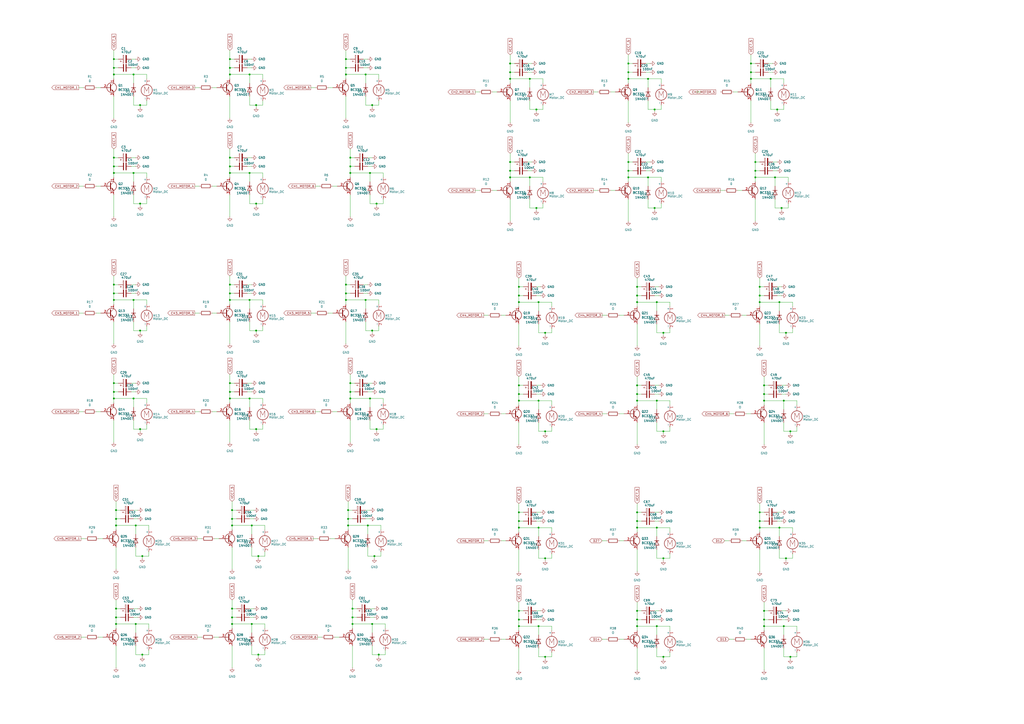
<source format=kicad_sch>
(kicad_sch (version 20231120) (generator "eeschema") (generator_version "8.0")
  (paper "A2")
  (junction (at 218.44 118.11))
  (junction (at 66.04 39.37))
  (junction (at 450.85 63.5))
  (junction (at 364.49 99.06))
  (junction (at 447.04 45.72))
  (junction (at 133.35 165.1))
  (junction (at 369.57 354.33))
  (junction (at 369.57 223.52))
  (junction (at 144.78 173.99))
  (junction (at 133.35 39.37))
  (junction (at 379.73 120.65))
  (junction (at 149.86 379.73))
  (junction (at 369.57 297.18))
  (junction (at 66.04 227.33))
  (junction (at 312.42 306.07))
  (junction (at 66.04 43.18))
  (junction (at 379.73 63.5))
  (junction (at 364.49 93.98))
  (junction (at 295.91 102.87))
  (junction (at 148.59 248.92))
  (junction (at 215.9 60.96))
  (junction (at 453.39 120.65))
  (junction (at 212.09 173.99))
  (junction (at 369.57 228.6))
  (junction (at 134.62 353.06))
  (junction (at 146.05 361.95))
  (junction (at 369.57 359.41))
  (junction (at 316.23 250.19))
  (junction (at 435.61 36.83))
  (junction (at 66.04 100.33))
  (junction (at 133.35 96.52))
  (junction (at 440.69 175.26))
  (junction (at 300.99 171.45))
  (junction (at 300.99 359.41))
  (junction (at 384.81 323.85))
  (junction (at 443.23 363.22))
  (junction (at 148.59 191.77))
  (junction (at 438.15 99.06))
  (junction (at 435.61 41.91))
  (junction (at 375.92 102.87))
  (junction (at 134.62 361.95))
  (junction (at 133.35 222.25))
  (junction (at 458.47 381))
  (junction (at 438.15 93.98))
  (junction (at 300.99 175.26))
  (junction (at 307.34 102.87))
  (junction (at 67.31 300.99))
  (junction (at 133.35 231.14))
  (junction (at 214.63 100.33))
  (junction (at 217.17 322.58))
  (junction (at 81.28 191.77))
  (junction (at 295.91 99.06))
  (junction (at 134.62 304.8))
  (junction (at 67.31 304.8))
  (junction (at 435.61 45.72))
  (junction (at 78.74 304.8))
  (junction (at 307.34 45.72))
  (junction (at 78.74 361.95))
  (junction (at 66.04 34.29))
  (junction (at 66.04 173.99))
  (junction (at 311.15 120.65))
  (junction (at 369.57 166.37))
  (junction (at 312.42 363.22))
  (junction (at 214.63 231.14))
  (junction (at 77.47 43.18))
  (junction (at 300.99 232.41))
  (junction (at 443.23 232.41))
  (junction (at 134.62 358.14))
  (junction (at 201.93 295.91))
  (junction (at 384.81 193.04))
  (junction (at 204.47 361.95))
  (junction (at 443.23 228.6))
  (junction (at 67.31 295.91))
  (junction (at 300.99 166.37))
  (junction (at 203.2 231.14))
  (junction (at 66.04 231.14))
  (junction (at 66.04 222.25))
  (junction (at 133.35 91.44))
  (junction (at 77.47 231.14))
  (junction (at 384.81 250.19))
  (junction (at 312.42 232.41))
  (junction (at 81.28 118.11))
  (junction (at 316.23 381))
  (junction (at 66.04 170.18))
  (junction (at 364.49 36.83))
  (junction (at 203.2 227.33))
  (junction (at 144.78 100.33))
  (junction (at 381 363.22))
  (junction (at 369.57 171.45))
  (junction (at 381 306.07))
  (junction (at 81.28 248.92))
  (junction (at 203.2 96.52))
  (junction (at 449.58 102.87))
  (junction (at 364.49 45.72))
  (junction (at 443.23 223.52))
  (junction (at 375.92 45.72))
  (junction (at 67.31 353.06))
  (junction (at 218.44 248.92))
  (junction (at 381 232.41))
  (junction (at 384.81 381))
  (junction (at 364.49 41.91))
  (junction (at 148.59 60.96))
  (junction (at 203.2 222.25))
  (junction (at 295.91 45.72))
  (junction (at 364.49 102.87))
  (junction (at 144.78 231.14))
  (junction (at 381 175.26))
  (junction (at 443.23 354.33))
  (junction (at 146.05 304.8))
  (junction (at 369.57 363.22))
  (junction (at 440.69 306.07))
  (junction (at 133.35 173.99))
  (junction (at 213.36 304.8))
  (junction (at 440.69 166.37))
  (junction (at 67.31 358.14))
  (junction (at 149.86 322.58))
  (junction (at 369.57 175.26))
  (junction (at 219.71 379.73))
  (junction (at 204.47 353.06))
  (junction (at 455.93 193.04))
  (junction (at 440.69 171.45))
  (junction (at 134.62 295.91))
  (junction (at 203.2 91.44))
  (junction (at 300.99 228.6))
  (junction (at 77.47 100.33))
  (junction (at 215.9 191.77))
  (junction (at 133.35 34.29))
  (junction (at 458.47 250.19))
  (junction (at 200.66 170.18))
  (junction (at 212.09 43.18))
  (junction (at 454.66 363.22))
  (junction (at 295.91 36.83))
  (junction (at 316.23 193.04))
  (junction (at 452.12 175.26))
  (junction (at 300.99 302.26))
  (junction (at 311.15 63.5))
  (junction (at 452.12 306.07))
  (junction (at 300.99 297.18))
  (junction (at 82.55 379.73))
  (junction (at 438.15 102.87))
  (junction (at 67.31 361.95))
  (junction (at 133.35 170.18))
  (junction (at 134.62 300.99))
  (junction (at 369.57 306.07))
  (junction (at 81.28 60.96))
  (junction (at 133.35 227.33))
  (junction (at 312.42 175.26))
  (junction (at 66.04 96.52))
  (junction (at 82.55 322.58))
  (junction (at 66.04 165.1))
  (junction (at 203.2 100.33))
  (junction (at 295.91 93.98))
  (junction (at 66.04 91.44))
  (junction (at 440.69 302.26))
  (junction (at 200.66 34.29))
  (junction (at 200.66 165.1))
  (junction (at 133.35 43.18))
  (junction (at 148.59 118.11))
  (junction (at 300.99 223.52))
  (junction (at 200.66 43.18))
  (junction (at 440.69 297.18))
  (junction (at 455.93 323.85))
  (junction (at 295.91 41.91))
  (junction (at 369.57 302.26))
  (junction (at 133.35 100.33))
  (junction (at 316.23 323.85))
  (junction (at 200.66 39.37))
  (junction (at 300.99 354.33))
  (junction (at 300.99 306.07))
  (junction (at 200.66 173.99))
  (junction (at 443.23 359.41))
  (junction (at 204.47 358.14))
  (junction (at 454.66 232.41))
  (junction (at 201.93 304.8))
  (junction (at 369.57 232.41))
  (junction (at 300.99 363.22))
  (junction (at 144.78 43.18))
  (junction (at 201.93 300.99))
  (junction (at 77.47 173.99))
  (junction (at 215.9 361.95))
  (wire (pts (xy 295.91 36.83) (xy 298.45 36.83)))
  (wire (pts (xy 81.28 248.92) (xy 81.28 250.19)))
  (wire (pts (xy 453.39 228.6) (xy 455.93 228.6)))
  (wire (pts (xy 133.35 243.84) (xy 133.35 256.54)))
  (wire (pts (xy 213.36 96.52) (xy 215.9 96.52)))
  (wire (pts (xy 200.66 170.18) (xy 200.66 173.99)))
  (wire (pts (xy 149.86 322.58) (xy 149.86 323.85)))
  (wire (pts (xy 454.66 60.96) (xy 454.66 63.5)))
  (wire (pts (xy 440.69 306.07) (xy 452.12 306.07)))
  (wire (pts (xy 66.04 39.37) (xy 66.04 43.18)))
  (wire (pts (xy 133.35 34.29) (xy 135.89 34.29)))
  (wire (pts (xy 144.78 118.11) (xy 148.59 118.11)))
  (wire (pts (xy 443.23 223.52) (xy 443.23 228.6)))
  (wire (pts (xy 364.49 45.72) (xy 375.92 45.72)))
  (wire (pts (xy 143.51 91.44) (xy 146.05 91.44)))
  (wire (pts (xy 295.91 102.87) (xy 295.91 105.41)))
  (wire (pts (xy 320.04 250.19) (xy 320.04 247.65)))
  (wire (pts (xy 66.04 165.1) (xy 66.04 170.18)))
  (wire (pts (xy 45.72 107.95) (xy 48.26 107.95)))
  (wire (pts (xy 133.35 227.33) (xy 135.89 227.33)))
  (wire (pts (xy 134.62 353.06) (xy 134.62 358.14)))
  (wire (pts (xy 300.99 218.44) (xy 300.99 223.52)))
  (wire (pts (xy 66.04 227.33) (xy 68.58 227.33)))
  (wire (pts (xy 388.62 234.95) (xy 388.62 232.41)))
  (wire (pts (xy 210.82 39.37) (xy 213.36 39.37)))
  (wire (pts (xy 375.92 50.8) (xy 375.92 45.72)))
  (wire (pts (xy 384.81 381) (xy 384.81 382.27)))
  (wire (pts (xy 450.85 171.45) (xy 453.39 171.45)))
  (wire (pts (xy 458.47 381) (xy 462.28 381)))
  (wire (pts (xy 144.78 236.22) (xy 144.78 231.14)))
  (wire (pts (xy 354.33 110.49) (xy 356.87 110.49)))
  (wire (pts (xy 146.05 374.65) (xy 146.05 379.73)))
  (wire (pts (xy 133.35 55.88) (xy 133.35 68.58)))
  (wire (pts (xy 311.15 63.5) (xy 314.96 63.5)))
  (wire (pts (xy 311.15 63.5) (xy 311.15 64.77)))
  (wire (pts (xy 307.34 120.65) (xy 311.15 120.65)))
  (wire (pts (xy 440.69 175.26) (xy 452.12 175.26)))
  (wire (pts (xy 66.04 222.25) (xy 66.04 227.33)))
  (wire (pts (xy 203.2 100.33) (xy 203.2 102.87)))
  (wire (pts (xy 212.09 55.88) (xy 212.09 60.96)))
  (wire (pts (xy 133.35 91.44) (xy 133.35 96.52)))
  (wire (pts (xy 203.2 227.33) (xy 203.2 231.14)))
  (wire (pts (xy 66.04 173.99) (xy 77.47 173.99)))
  (wire (pts (xy 214.63 358.14) (xy 217.17 358.14)))
  (wire (pts (xy 204.47 353.06) (xy 204.47 358.14)))
  (wire (pts (xy 311.15 166.37) (xy 313.69 166.37)))
  (wire (pts (xy 452.12 318.77) (xy 452.12 323.85)))
  (wire (pts (xy 81.28 60.96) (xy 85.09 60.96)))
  (wire (pts (xy 77.47 118.11) (xy 81.28 118.11)))
  (wire (pts (xy 200.66 170.18) (xy 203.2 170.18)))
  (wire (pts (xy 113.03 50.8) (xy 115.57 50.8)))
  (wire (pts (xy 219.71 43.18) (xy 219.71 45.72)))
  (wire (pts (xy 379.73 228.6) (xy 382.27 228.6)))
  (wire (pts (xy 200.66 34.29) (xy 200.66 39.37)))
  (wire (pts (xy 459.74 175.26) (xy 452.12 175.26)))
  (wire (pts (xy 435.61 41.91) (xy 435.61 45.72)))
  (wire (pts (xy 201.93 300.99) (xy 201.93 304.8)))
  (wire (pts (xy 66.04 100.33) (xy 77.47 100.33)))
  (wire (pts (xy 82.55 379.73) (xy 82.55 381)))
  (wire (pts (xy 81.28 60.96) (xy 81.28 62.23)))
  (wire (pts (xy 388.62 363.22) (xy 381 363.22)))
  (wire (pts (xy 133.35 231.14) (xy 133.35 233.68)))
  (wire (pts (xy 143.51 222.25) (xy 146.05 222.25)))
  (wire (pts (xy 320.04 177.8) (xy 320.04 175.26)))
  (wire (pts (xy 153.67 379.73) (xy 153.67 377.19)))
  (wire (pts (xy 86.36 361.95) (xy 78.74 361.95)))
  (wire (pts (xy 300.99 375.92) (xy 300.99 388.62)))
  (wire (pts (xy 78.74 379.73) (xy 82.55 379.73)))
  (wire (pts (xy 435.61 41.91) (xy 438.15 41.91)))
  (wire (pts (xy 443.23 363.22) (xy 454.66 363.22)))
  (wire (pts (xy 148.59 191.77) (xy 148.59 193.04)))
  (wire (pts (xy 311.15 223.52) (xy 313.69 223.52)))
  (wire (pts (xy 383.54 120.65) (xy 383.54 118.11)))
  (wire (pts (xy 152.4 248.92) (xy 152.4 246.38)))
  (wire (pts (xy 344.17 53.34) (xy 346.71 53.34)))
  (wire (pts (xy 311.15 120.65) (xy 311.15 121.92)))
  (wire (pts (xy 78.74 367.03) (xy 78.74 361.95)))
  (wire (pts (xy 203.2 91.44) (xy 205.74 91.44)))
  (wire (pts (xy 300.99 161.29) (xy 300.99 166.37)))
  (wire (pts (xy 379.73 354.33) (xy 382.27 354.33)))
  (wire (pts (xy 213.36 222.25) (xy 215.9 222.25)))
  (wire (pts (xy 85.09 191.77) (xy 85.09 189.23)))
  (wire (pts (xy 66.04 96.52) (xy 66.04 100.33)))
  (wire (pts (xy 77.47 248.92) (xy 81.28 248.92)))
  (wire (pts (xy 66.04 96.52) (xy 68.58 96.52)))
  (wire (pts (xy 67.31 300.99) (xy 69.85 300.99)))
  (wire (pts (xy 445.77 41.91) (xy 448.31 41.91)))
  (wire (pts (xy 85.09 118.11) (xy 85.09 115.57)))
  (wire (pts (xy 458.47 250.19) (xy 462.28 250.19)))
  (wire (pts (xy 435.61 31.75) (xy 435.61 36.83)))
  (wire (pts (xy 383.54 45.72) (xy 375.92 45.72)))
  (wire (pts (xy 210.82 165.1) (xy 213.36 165.1)))
  (wire (pts (xy 306.07 93.98) (xy 308.61 93.98)))
  (wire (pts (xy 384.81 323.85) (xy 384.81 325.12)))
  (wire (pts (xy 300.99 166.37) (xy 300.99 171.45)))
  (wire (pts (xy 320.04 308.61) (xy 320.04 306.07)))
  (wire (pts (xy 193.04 107.95) (xy 195.58 107.95)))
  (wire (pts (xy 364.49 93.98) (xy 364.49 99.06)))
  (wire (pts (xy 388.62 306.07) (xy 381 306.07)))
  (wire (pts (xy 369.57 228.6) (xy 369.57 232.41)))
  (wire (pts (xy 369.57 302.26) (xy 369.57 306.07)))
  (wire (pts (xy 77.47 191.77) (xy 81.28 191.77)))
  (wire (pts (xy 57.15 369.57) (xy 59.69 369.57)))
  (wire (pts (xy 383.54 63.5) (xy 383.54 60.96)))
  (wire (pts (xy 203.2 96.52) (xy 205.74 96.52)))
  (wire (pts (xy 295.91 31.75) (xy 295.91 36.83)))
  (wire (pts (xy 67.31 358.14) (xy 69.85 358.14)))
  (wire (pts (xy 312.42 318.77) (xy 312.42 323.85)))
  (wire (pts (xy 275.59 53.34) (xy 278.13 53.34)))
  (wire (pts (xy 359.41 370.84) (xy 361.95 370.84)))
  (wire (pts (xy 300.99 363.22) (xy 300.99 365.76)))
  (wire (pts (xy 76.2 170.18) (xy 78.74 170.18)))
  (wire (pts (xy 200.66 165.1) (xy 200.66 170.18)))
  (wire (pts (xy 214.63 118.11) (xy 218.44 118.11)))
  (wire (pts (xy 217.17 322.58) (xy 220.98 322.58)))
  (wire (pts (xy 364.49 102.87) (xy 364.49 105.41)))
  (wire (pts (xy 295.91 99.06) (xy 295.91 102.87)))
  (wire (pts (xy 438.15 102.87) (xy 449.58 102.87)))
  (wire (pts (xy 180.34 50.8) (xy 182.88 50.8)))
  (wire (pts (xy 359.41 313.69) (xy 361.95 313.69)))
  (wire (pts (xy 454.66 45.72) (xy 454.66 48.26)))
  (wire (pts (xy 85.09 233.68) (xy 85.09 231.14)))
  (wire (pts (xy 384.81 381) (xy 388.62 381)))
  (wire (pts (xy 77.47 236.22) (xy 77.47 231.14)))
  (wire (pts (xy 218.44 118.11) (xy 218.44 119.38)))
  (wire (pts (xy 462.28 363.22) (xy 454.66 363.22)))
  (wire (pts (xy 201.93 304.8) (xy 201.93 307.34)))
  (wire (pts (xy 144.78 113.03) (xy 144.78 118.11)))
  (wire (pts (xy 82.55 322.58) (xy 82.55 323.85)))
  (wire (pts (xy 214.63 236.22) (xy 214.63 231.14)))
  (wire (pts (xy 146.05 322.58) (xy 149.86 322.58)))
  (wire (pts (xy 403.86 53.34) (xy 406.4 53.34)))
  (wire (pts (xy 46.99 369.57) (xy 49.53 369.57)))
  (wire (pts (xy 66.04 186.69) (xy 66.04 199.39)))
  (wire (pts (xy 316.23 250.19) (xy 316.23 251.46)))
  (wire (pts (xy 359.41 182.88) (xy 361.95 182.88)))
  (wire (pts (xy 311.15 120.65) (xy 314.96 120.65)))
  (wire (pts (xy 295.91 45.72) (xy 307.34 45.72)))
  (wire (pts (xy 66.04 91.44) (xy 66.04 96.52)))
  (wire (pts (xy 449.58 107.95) (xy 449.58 102.87)))
  (wire (pts (xy 447.04 50.8) (xy 447.04 45.72)))
  (wire (pts (xy 76.2 91.44) (xy 78.74 91.44)))
  (wire (pts (xy 76.2 34.29) (xy 78.74 34.29)))
  (wire (pts (xy 320.04 323.85) (xy 320.04 321.31)))
  (wire (pts (xy 85.09 60.96) (xy 85.09 58.42)))
  (wire (pts (xy 214.63 353.06) (xy 217.17 353.06)))
  (wire (pts (xy 295.91 99.06) (xy 298.45 99.06)))
  (wire (pts (xy 295.91 36.83) (xy 295.91 41.91)))
  (wire (pts (xy 369.57 166.37) (xy 369.57 171.45)))
  (wire (pts (xy 204.47 361.95) (xy 215.9 361.95)))
  (wire (pts (xy 427.99 110.49) (xy 430.53 110.49)))
  (wire (pts (xy 133.35 91.44) (xy 135.89 91.44)))
  (wire (pts (xy 153.67 307.34) (xy 153.67 304.8)))
  (wire (pts (xy 375.92 115.57) (xy 375.92 120.65)))
  (wire (pts (xy 443.23 375.92) (xy 443.23 388.62)))
  (wire (pts (xy 67.31 300.99) (xy 67.31 304.8)))
  (wire (pts (xy 438.15 99.06) (xy 438.15 102.87)))
  (wire (pts (xy 133.35 43.18) (xy 144.78 43.18)))
  (wire (pts (xy 295.91 41.91) (xy 298.45 41.91)))
  (wire (pts (xy 455.93 193.04) (xy 459.74 193.04)))
  (wire (pts (xy 215.9 374.65) (xy 215.9 379.73)))
  (wire (pts (xy 148.59 60.96) (xy 152.4 60.96)))
  (wire (pts (xy 133.35 165.1) (xy 135.89 165.1)))
  (wire (pts (xy 113.03 238.76) (xy 115.57 238.76)))
  (wire (pts (xy 222.25 246.38) (xy 222.25 248.92)))
  (wire (pts (xy 212.09 179.07) (xy 212.09 173.99)))
  (wire (pts (xy 201.93 300.99) (xy 204.47 300.99)))
  (wire (pts (xy 203.2 91.44) (xy 203.2 96.52)))
  (wire (pts (xy 66.04 217.17) (xy 66.04 222.25)))
  (wire (pts (xy 375.92 107.95) (xy 375.92 102.87)))
  (wire (pts (xy 448.31 99.06) (xy 450.85 99.06)))
  (wire (pts (xy 311.15 354.33) (xy 313.69 354.33)))
  (wire (pts (xy 133.35 39.37) (xy 133.35 43.18)))
  (wire (pts (xy 133.35 222.25) (xy 133.35 227.33)))
  (wire (pts (xy 123.19 238.76) (xy 125.73 238.76)))
  (wire (pts (xy 77.47 105.41) (xy 77.47 100.33)))
  (wire (pts (xy 152.4 45.72) (xy 152.4 43.18)))
  (wire (pts (xy 306.07 99.06) (xy 308.61 99.06)))
  (wire (pts (xy 388.62 323.85) (xy 388.62 321.31)))
  (wire (pts (xy 77.47 358.14) (xy 80.01 358.14)))
  (wire (pts (xy 210.82 170.18) (xy 213.36 170.18)))
  (wire (pts (xy 204.47 347.98) (xy 204.47 353.06)))
  (wire (pts (xy 383.54 48.26) (xy 383.54 45.72)))
  (wire (pts (xy 45.72 50.8) (xy 48.26 50.8)))
  (wire (pts (xy 379.73 63.5) (xy 383.54 63.5)))
  (wire (pts (xy 200.66 39.37) (xy 200.66 43.18)))
  (wire (pts (xy 203.2 86.36) (xy 203.2 91.44)))
  (wire (pts (xy 200.66 186.69) (xy 200.66 199.39)))
  (wire (pts (xy 152.4 100.33) (xy 144.78 100.33)))
  (wire (pts (xy 214.63 248.92) (xy 218.44 248.92)))
  (wire (pts (xy 134.62 295.91) (xy 137.16 295.91)))
  (wire (pts (xy 213.36 309.88) (xy 213.36 304.8)))
  (wire (pts (xy 148.59 118.11) (xy 152.4 118.11)))
  (wire (pts (xy 314.96 105.41) (xy 314.96 102.87)))
  (wire (pts (xy 369.57 375.92) (xy 369.57 388.62)))
  (wire (pts (xy 388.62 250.19) (xy 388.62 247.65)))
  (wire (pts (xy 133.35 113.03) (xy 133.35 125.73)))
  (wire (pts (xy 144.78 358.14) (xy 147.32 358.14)))
  (wire (pts (xy 454.66 245.11) (xy 454.66 250.19)))
  (wire (pts (xy 314.96 63.5) (xy 314.96 60.96)))
  (wire (pts (xy 86.36 322.58) (xy 86.36 320.04)))
  (wire (pts (xy 124.46 369.57) (xy 127 369.57)))
  (wire (pts (xy 381 193.04) (xy 384.81 193.04)))
  (wire (pts (xy 443.23 232.41) (xy 443.23 234.95)))
  (wire (pts (xy 433.07 370.84) (xy 435.61 370.84)))
  (wire (pts (xy 369.57 349.25) (xy 369.57 354.33)))
  (wire (pts (xy 443.23 218.44) (xy 443.23 223.52)))
  (wire (pts (xy 152.4 102.87) (xy 152.4 100.33)))
  (wire (pts (xy 369.57 166.37) (xy 372.11 166.37)))
  (wire (pts (xy 114.3 369.57) (xy 116.84 369.57)))
  (wire (pts (xy 219.71 379.73) (xy 219.71 381)))
  (wire (pts (xy 86.36 379.73) (xy 86.36 377.19)))
  (wire (pts (xy 316.23 381) (xy 316.23 382.27)))
  (wire (pts (xy 435.61 58.42) (xy 435.61 71.12)))
  (wire (pts (xy 134.62 295.91) (xy 134.62 300.99)))
  (wire (pts (xy 454.66 250.19) (xy 458.47 250.19)))
  (wire (pts (xy 369.57 171.45) (xy 372.11 171.45)))
  (wire (pts (xy 369.57 359.41) (xy 372.11 359.41)))
  (wire (pts (xy 220.98 304.8) (xy 220.98 307.34)))
  (wire (pts (xy 66.04 170.18) (xy 68.58 170.18)))
  (wire (pts (xy 447.04 63.5) (xy 450.85 63.5)))
  (wire (pts (xy 280.67 240.03) (xy 283.21 240.03)))
  (wire (pts (xy 453.39 223.52) (xy 455.93 223.52)))
  (wire (pts (xy 433.07 240.03) (xy 435.61 240.03)))
  (wire (pts (xy 213.36 227.33) (xy 215.9 227.33)))
  (wire (pts (xy 307.34 115.57) (xy 307.34 120.65)))
  (wire (pts (xy 369.57 354.33) (xy 369.57 359.41)))
  (wire (pts (xy 67.31 353.06) (xy 67.31 358.14)))
  (wire (pts (xy 134.62 304.8) (xy 146.05 304.8)))
  (wire (pts (xy 440.69 306.07) (xy 440.69 308.61)))
  (wire (pts (xy 379.73 171.45) (xy 382.27 171.45)))
  (wire (pts (xy 388.62 193.04) (xy 388.62 190.5)))
  (wire (pts (xy 388.62 177.8) (xy 388.62 175.26)))
  (wire (pts (xy 86.36 364.49) (xy 86.36 361.95)))
  (wire (pts (xy 379.73 302.26) (xy 382.27 302.26)))
  (wire (pts (xy 85.09 173.99) (xy 77.47 173.99)))
  (wire (pts (xy 295.91 93.98) (xy 295.91 99.06)))
  (wire (pts (xy 452.12 193.04) (xy 455.93 193.04)))
  (wire (pts (xy 455.93 193.04) (xy 455.93 194.31)))
  (wire (pts (xy 450.85 166.37) (xy 453.39 166.37)))
  (wire (pts (xy 67.31 290.83) (xy 67.31 295.91)))
  (wire (pts (xy 219.71 173.99) (xy 212.09 173.99)))
  (wire (pts (xy 384.81 323.85) (xy 388.62 323.85)))
  (wire (pts (xy 212.09 300.99) (xy 214.63 300.99)))
  (wire (pts (xy 133.35 29.21) (xy 133.35 34.29)))
  (wire (pts (xy 443.23 232.41) (xy 454.66 232.41)))
  (wire (pts (xy 316.23 193.04) (xy 316.23 194.31)))
  (wire (pts (xy 143.51 96.52) (xy 146.05 96.52)))
  (wire (pts (xy 454.66 237.49) (xy 454.66 232.41)))
  (wire (pts (xy 200.66 160.02) (xy 200.66 165.1)))
  (wire (pts (xy 66.04 170.18) (xy 66.04 173.99)))
  (wire (pts (xy 300.99 359.41) (xy 300.99 363.22)))
  (wire (pts (xy 134.62 374.65) (xy 134.62 387.35)))
  (wire (pts (xy 453.39 120.65) (xy 453.39 121.92)))
  (wire (pts (xy 45.72 238.76) (xy 48.26 238.76)))
  (wire (pts (xy 66.04 55.88) (xy 66.04 68.58)))
  (wire (pts (xy 316.23 193.04) (xy 320.04 193.04)))
  (wire (pts (xy 369.57 292.1) (xy 369.57 297.18)))
  (wire (pts (xy 290.83 240.03) (xy 293.37 240.03)))
  (wire (pts (xy 300.99 363.22) (xy 312.42 363.22)))
  (wire (pts (xy 77.47 179.07) (xy 77.47 173.99)))
  (wire (pts (xy 215.9 60.96) (xy 215.9 62.23)))
  (wire (pts (xy 453.39 359.41) (xy 455.93 359.41)))
  (wire (pts (xy 300.99 354.33) (xy 303.53 354.33)))
  (wire (pts (xy 184.15 369.57) (xy 186.69 369.57)))
  (wire (pts (xy 280.67 370.84) (xy 283.21 370.84)))
  (wire (pts (xy 212.09 191.77) (xy 215.9 191.77)))
  (wire (pts (xy 200.66 43.18) (xy 212.09 43.18)))
  (wire (pts (xy 300.99 175.26) (xy 312.42 175.26)))
  (wire (pts (xy 443.23 223.52) (xy 445.77 223.52)))
  (wire (pts (xy 77.47 60.96) (xy 81.28 60.96)))
  (wire (pts (xy 312.42 368.3) (xy 312.42 363.22)))
  (wire (pts (xy 388.62 308.61) (xy 388.62 306.07)))
  (wire (pts (xy 200.66 39.37) (xy 203.2 39.37)))
  (wire (pts (xy 381 381) (xy 384.81 381)))
  (wire (pts (xy 311.15 302.26) (xy 313.69 302.26)))
  (wire (pts (xy 66.04 34.29) (xy 66.04 39.37)))
  (wire (pts (xy 369.57 245.11) (xy 369.57 257.81)))
  (wire (pts (xy 311.15 359.41) (xy 313.69 359.41)))
  (wire (pts (xy 454.66 381) (xy 458.47 381)))
  (wire (pts (xy 364.49 36.83) (xy 364.49 41.91)))
  (wire (pts (xy 214.63 243.84) (xy 214.63 248.92)))
  (wire (pts (xy 182.88 107.95) (xy 185.42 107.95)))
  (wire (pts (xy 440.69 166.37) (xy 443.23 166.37)))
  (wire (pts (xy 143.51 227.33) (xy 146.05 227.33)))
  (wire (pts (xy 443.23 245.11) (xy 443.23 257.81)))
  (wire (pts (xy 210.82 34.29) (xy 213.36 34.29)))
  (wire (pts (xy 375.92 58.42) (xy 375.92 63.5)))
  (wire (pts (xy 133.35 173.99) (xy 144.78 173.99)))
  (wire (pts (xy 133.35 227.33) (xy 133.35 231.14)))
  (wire (pts (xy 66.04 43.18) (xy 77.47 43.18)))
  (wire (pts (xy 453.39 354.33) (xy 455.93 354.33)))
  (wire (pts (xy 454.66 368.3) (xy 454.66 363.22)))
  (wire (pts (xy 45.72 181.61) (xy 48.26 181.61)))
  (wire (pts (xy 374.65 41.91) (xy 377.19 41.91)))
  (wire (pts (xy 300.99 354.33) (xy 300.99 359.41)))
  (wire (pts (xy 316.23 381) (xy 320.04 381)))
  (wire (pts (xy 203.2 222.25) (xy 203.2 227.33)))
  (wire (pts (xy 312.42 250.19) (xy 316.23 250.19)))
  (wire (pts (xy 379.73 223.52) (xy 382.27 223.52)))
  (wire (pts (xy 307.34 107.95) (xy 307.34 102.87)))
  (wire (pts (xy 77.47 55.88) (xy 77.47 60.96)))
  (wire (pts (xy 144.78 105.41) (xy 144.78 100.33)))
  (wire (pts (xy 85.09 176.53) (xy 85.09 173.99)))
  (wire (pts (xy 76.2 222.25) (xy 78.74 222.25)))
  (wire (pts (xy 143.51 165.1) (xy 146.05 165.1)))
  (wire (pts (xy 422.91 370.84) (xy 425.45 370.84)))
  (wire (pts (xy 200.66 173.99) (xy 212.09 173.99)))
  (wire (pts (xy 354.33 53.34) (xy 356.87 53.34)))
  (wire (pts (xy 134.62 317.5) (xy 134.62 330.2)))
  (wire (pts (xy 379.73 120.65) (xy 383.54 120.65)))
  (wire (pts (xy 134.62 358.14) (xy 134.62 361.95)))
  (wire (pts (xy 359.41 240.03) (xy 361.95 240.03)))
  (wire (pts (xy 152.4 176.53) (xy 152.4 173.99)))
  (wire (pts (xy 82.55 322.58) (xy 86.36 322.58)))
  (wire (pts (xy 193.04 238.76) (xy 195.58 238.76)))
  (wire (pts (xy 200.66 34.29) (xy 203.2 34.29)))
  (wire (pts (xy 290.83 182.88) (xy 293.37 182.88)))
  (wire (pts (xy 440.69 175.26) (xy 440.69 177.8)))
  (wire (pts (xy 133.35 100.33) (xy 144.78 100.33)))
  (wire (pts (xy 201.93 317.5) (xy 201.93 330.2)))
  (wire (pts (xy 349.25 370.84) (xy 351.79 370.84)))
  (wire (pts (xy 300.99 228.6) (xy 300.99 232.41)))
  (wire (pts (xy 462.28 363.22) (xy 462.28 365.76)))
  (wire (pts (xy 300.99 232.41) (xy 300.99 234.95)))
  (wire (pts (xy 316.23 250.19) (xy 320.04 250.19)))
  (wire (pts (xy 201.93 295.91) (xy 201.93 300.99)))
  (wire (pts (xy 67.31 361.95) (xy 78.74 361.95)))
  (wire (pts (xy 314.96 45.72) (xy 307.34 45.72)))
  (wire (pts (xy 203.2 100.33) (xy 214.63 100.33)))
  (wire (pts (xy 450.85 63.5) (xy 454.66 63.5)))
  (wire (pts (xy 133.35 96.52) (xy 133.35 100.33)))
  (wire (pts (xy 374.65 99.06) (xy 377.19 99.06)))
  (wire (pts (xy 454.66 45.72) (xy 447.04 45.72)))
  (wire (pts (xy 381 368.3) (xy 381 363.22)))
  (wire (pts (xy 212.09 186.69) (xy 212.09 191.77)))
  (wire (pts (xy 133.35 86.36) (xy 133.35 91.44)))
  (wire (pts (xy 453.39 120.65) (xy 457.2 120.65)))
  (wire (pts (xy 440.69 292.1) (xy 440.69 297.18)))
  (wire (pts (xy 369.57 161.29) (xy 369.57 166.37)))
  (wire (pts (xy 458.47 381) (xy 458.47 382.27)))
  (wire (pts (xy 67.31 361.95) (xy 67.31 364.49)))
  (wire (pts (xy 295.91 58.42) (xy 295.91 71.12)))
  (wire (pts (xy 222.25 100.33) (xy 214.63 100.33)))
  (wire (pts (xy 149.86 379.73) (xy 153.67 379.73)))
  (wire (pts (xy 66.04 173.99) (xy 66.04 176.53)))
  (wire (pts (xy 85.09 248.92) (xy 85.09 246.38)))
  (wire (pts (xy 78.74 309.88) (xy 78.74 304.8)))
  (wire (pts (xy 223.52 361.95) (xy 223.52 364.49)))
  (wire (pts (xy 312.42 381) (xy 316.23 381)))
  (wire (pts (xy 182.88 238.76) (xy 185.42 238.76)))
  (wire (pts (xy 144.78 300.99) (xy 147.32 300.99)))
  (wire (pts (xy 455.93 323.85) (xy 459.74 323.85)))
  (wire (pts (xy 201.93 304.8) (xy 213.36 304.8)))
  (wire (pts (xy 295.91 88.9) (xy 295.91 93.98)))
  (wire (pts (xy 67.31 295.91) (xy 69.85 295.91)))
  (wire (pts (xy 369.57 318.77) (xy 369.57 331.47)))
  (wire (pts (xy 300.99 359.41) (xy 303.53 359.41)))
  (wire (pts (xy 81.28 118.11) (xy 85.09 118.11)))
  (wire (pts (xy 149.86 379.73) (xy 149.86 381)))
  (wire (pts (xy 364.49 36.83) (xy 367.03 36.83)))
  (wire (pts (xy 375.92 63.5) (xy 379.73 63.5)))
  (wire (pts (xy 218.44 248.92) (xy 222.25 248.92)))
  (wire (pts (xy 204.47 353.06) (xy 207.01 353.06)))
  (wire (pts (xy 384.81 250.19) (xy 384.81 251.46)))
  (wire (pts (xy 381 318.77) (xy 381 323.85)))
  (wire (pts (xy 77.47 186.69) (xy 77.47 191.77)))
  (wire (pts (xy 46.99 312.42) (xy 49.53 312.42)))
  (wire (pts (xy 134.62 347.98) (xy 134.62 353.06)))
  (wire (pts (xy 204.47 358.14) (xy 204.47 361.95)))
  (wire (pts (xy 452.12 311.15) (xy 452.12 306.07)))
  (wire (pts (xy 312.42 187.96) (xy 312.42 193.04)))
  (wire (pts (xy 222.25 100.33) (xy 222.25 102.87)))
  (wire (pts (xy 133.35 96.52) (xy 135.89 96.52)))
  (wire (pts (xy 312.42 323.85) (xy 316.23 323.85)))
  (wire (pts (xy 219.71 173.99) (xy 219.71 176.53)))
  (wire (pts (xy 86.36 304.8) (xy 78.74 304.8)))
  (wire (pts (xy 379.73 63.5) (xy 379.73 64.77)))
  (wire (pts (xy 384.81 250.19) (xy 388.62 250.19)))
  (wire (pts (xy 214.63 113.03) (xy 214.63 118.11)))
  (wire (pts (xy 369.57 297.18) (xy 369.57 302.26)))
  (wire (pts (xy 311.15 171.45) (xy 313.69 171.45)))
  (wire (pts (xy 364.49 93.98) (xy 367.03 93.98)))
  (wire (pts (xy 133.35 231.14) (xy 144.78 231.14)))
  (wire (pts (xy 445.77 36.83) (xy 448.31 36.83)))
  (wire (pts (xy 220.98 304.8) (xy 213.36 304.8)))
  (wire (pts (xy 364.49 41.91) (xy 364.49 45.72)))
  (wire (pts (xy 190.5 50.8) (xy 193.04 50.8)))
  (wire (pts (xy 67.31 317.5) (xy 67.31 330.2)))
  (wire (pts (xy 223.52 377.19) (xy 223.52 379.73)))
  (wire (pts (xy 440.69 161.29) (xy 440.69 166.37)))
  (wire (pts (xy 364.49 45.72) (xy 364.49 48.26)))
  (wire (pts (xy 452.12 187.96) (xy 452.12 193.04)))
  (wire (pts (xy 153.67 322.58) (xy 153.67 320.04)))
  (wire (pts (xy 300.99 292.1) (xy 300.99 297.18)))
  (wire (pts (xy 133.35 100.33) (xy 133.35 102.87)))
  (wire (pts (xy 220.98 320.04) (xy 220.98 322.58)))
  (wire (pts (xy 425.45 53.34) (xy 427.99 53.34)))
  (wire (pts (xy 143.51 170.18) (xy 146.05 170.18)))
  (wire (pts (xy 146.05 309.88) (xy 146.05 304.8)))
  (wire (pts (xy 152.4 233.68) (xy 152.4 231.14)))
  (wire (pts (xy 67.31 353.06) (xy 69.85 353.06)))
  (wire (pts (xy 440.69 166.37) (xy 440.69 171.45)))
  (wire (pts (xy 85.09 231.14) (xy 77.47 231.14)))
  (wire (pts (xy 66.04 165.1) (xy 68.58 165.1)))
  (wire (pts (xy 133.35 217.17) (xy 133.35 222.25)))
  (wire (pts (xy 212.09 60.96) (xy 215.9 60.96)))
  (wire (pts (xy 66.04 43.18) (xy 66.04 45.72)))
  (wire (pts (xy 316.23 323.85) (xy 316.23 325.12)))
  (wire (pts (xy 369.57 228.6) (xy 372.11 228.6)))
  (wire (pts (xy 66.04 227.33) (xy 66.04 231.14)))
  (wire (pts (xy 204.47 358.14) (xy 207.01 358.14)))
  (wire (pts (xy 349.25 313.69) (xy 351.79 313.69)))
  (wire (pts (xy 430.53 182.88) (xy 433.07 182.88)))
  (wire (pts (xy 144.78 295.91) (xy 147.32 295.91)))
  (wire (pts (xy 295.91 115.57) (xy 295.91 128.27)))
  (wire (pts (xy 459.74 306.07) (xy 459.74 308.61)))
  (wire (pts (xy 462.28 232.41) (xy 462.28 234.95)))
  (wire (pts (xy 285.75 53.34) (xy 288.29 53.34)))
  (wire (pts (xy 320.04 175.26) (xy 312.42 175.26)))
  (wire (pts (xy 369.57 187.96) (xy 369.57 200.66)))
  (wire (pts (xy 81.28 191.77) (xy 81.28 193.04)))
  (wire (pts (xy 133.35 165.1) (xy 133.35 170.18)))
  (wire (pts (xy 300.99 306.07) (xy 312.42 306.07)))
  (wire (pts (xy 144.78 179.07) (xy 144.78 173.99)))
  (wire (pts (xy 457.2 118.11) (xy 457.2 120.65)))
  (wire (pts (xy 66.04 113.03) (xy 66.04 125.73)))
  (wire (pts (xy 133.35 34.29) (xy 133.35 39.37)))
  (wire (pts (xy 214.63 105.41) (xy 214.63 100.33)))
  (wire (pts (xy 440.69 297.18) (xy 443.23 297.18)))
  (wire (pts (xy 133.35 186.69) (xy 133.35 199.39)))
  (wire (pts (xy 311.15 228.6) (xy 313.69 228.6)))
  (wire (pts (xy 203.2 96.52) (xy 203.2 100.33)))
  (wire (pts (xy 152.4 231.14) (xy 144.78 231.14)))
  (wire (pts (xy 381 187.96) (xy 381 193.04)))
  (wire (pts (xy 312.42 375.92) (xy 312.42 381)))
  (wire (pts (xy 219.71 58.42) (xy 219.71 60.96)))
  (wire (pts (xy 200.66 29.21) (xy 200.66 34.29)))
  (wire (pts (xy 66.04 86.36) (xy 66.04 91.44)))
  (wire (pts (xy 384.81 193.04) (xy 384.81 194.31)))
  (wire (pts (xy 381 237.49) (xy 381 232.41)))
  (wire (pts (xy 77.47 243.84) (xy 77.47 248.92)))
  (wire (pts (xy 307.34 63.5) (xy 311.15 63.5)))
  (wire (pts (xy 203.2 243.84) (xy 203.2 256.54)))
  (wire (pts (xy 457.2 102.87) (xy 449.58 102.87)))
  (wire (pts (xy 55.88 181.61) (xy 58.42 181.61)))
  (wire (pts (xy 430.53 313.69) (xy 433.07 313.69)))
  (wire (pts (xy 369.57 175.26) (xy 381 175.26)))
  (wire (pts (xy 133.35 222.25) (xy 135.89 222.25)))
  (wire (pts (xy 78.74 322.58) (xy 82.55 322.58)))
  (wire (pts (xy 381 323.85) (xy 384.81 323.85)))
  (wire (pts (xy 349.25 182.88) (xy 351.79 182.88)))
  (wire (pts (xy 300.99 306.07) (xy 300.99 308.61)))
  (wire (pts (xy 344.17 110.49) (xy 346.71 110.49)))
  (wire (pts (xy 222.25 231.14) (xy 222.25 233.68)))
  (wire (pts (xy 67.31 295.91) (xy 67.31 300.99)))
  (wire (pts (xy 144.78 48.26) (xy 144.78 43.18)))
  (wire (pts (xy 311.15 297.18) (xy 313.69 297.18)))
  (wire (pts (xy 440.69 187.96) (xy 440.69 200.66)))
  (wire (pts (xy 134.62 358.14) (xy 137.16 358.14)))
  (wire (pts (xy 300.99 223.52) (xy 303.53 223.52)))
  (wire (pts (xy 438.15 93.98) (xy 438.15 99.06)))
  (wire (pts (xy 454.66 375.92) (xy 454.66 381)))
  (wire (pts (xy 440.69 171.45) (xy 443.23 171.45)))
  (wire (pts (xy 312.42 311.15) (xy 312.42 306.07)))
  (wire (pts (xy 77.47 353.06) (xy 80.01 353.06)))
  (wire (pts (xy 300.99 223.52) (xy 300.99 228.6)))
  (wire (pts (xy 77.47 48.26) (xy 77.47 43.18)))
  (wire (pts (xy 435.61 36.83) (xy 438.15 36.83)))
  (wire (pts (xy 203.2 231.14) (xy 214.63 231.14)))
  (wire (pts (xy 134.62 353.06) (xy 137.16 353.06)))
  (wire (pts (xy 462.28 232.41) (xy 454.66 232.41)))
  (wire (pts (xy 152.4 118.11) (xy 152.4 115.57)))
  (wire (pts (xy 300.99 171.45) (xy 300.99 175.26)))
  (wire (pts (xy 191.77 312.42) (xy 194.31 312.42)))
  (wire (pts (xy 388.62 365.76) (xy 388.62 363.22)))
  (wire (pts (xy 379.73 120.65) (xy 379.73 121.92)))
  (wire (pts (xy 222.25 231.14) (xy 214.63 231.14)))
  (wire (pts (xy 435.61 36.83) (xy 435.61 41.91)))
  (wire (pts (xy 148.59 60.96) (xy 148.59 62.23)))
  (wire (pts (xy 459.74 175.26) (xy 459.74 177.8)))
  (wire (pts (xy 364.49 102.87) (xy 375.92 102.87)))
  (wire (pts (xy 66.04 39.37) (xy 68.58 39.37)))
  (wire (pts (xy 364.49 31.75) (xy 364.49 36.83)))
  (wire (pts (xy 133.35 43.18) (xy 133.35 45.72)))
  (wire (pts (xy 55.88 50.8) (xy 58.42 50.8)))
  (wire (pts (xy 203.2 222.25) (xy 205.74 222.25)))
  (wire (pts (xy 215.9 60.96) (xy 219.71 60.96)))
  (wire (pts (xy 369.57 223.52) (xy 372.11 223.52)))
  (wire (pts (xy 316.23 323.85) (xy 320.04 323.85)))
  (wire (pts (xy 450.85 63.5) (xy 450.85 64.77)))
  (wire (pts (xy 462.28 378.46) (xy 462.28 381)))
  (wire (pts (xy 458.47 250.19) (xy 458.47 251.46)))
  (wire (pts (xy 148.59 191.77) (xy 152.4 191.77)))
  (wire (pts (xy 148.59 248.92) (xy 152.4 248.92)))
  (wire (pts (xy 66.04 29.21) (xy 66.04 34.29)))
  (wire (pts (xy 450.85 297.18) (xy 453.39 297.18)))
  (wire (pts (xy 66.04 222.25) (xy 68.58 222.25)))
  (wire (pts (xy 133.35 170.18) (xy 133.35 173.99)))
  (wire (pts (xy 85.09 100.33) (xy 77.47 100.33)))
  (wire (pts (xy 459.74 321.31) (xy 459.74 323.85)))
  (wire (pts (xy 133.35 160.02) (xy 133.35 165.1)))
  (wire (pts (xy 78.74 374.65) (xy 78.74 379.73)))
  (wire (pts (xy 438.15 88.9) (xy 438.15 93.98)))
  (wire (pts (xy 300.99 297.18) (xy 300.99 302.26)))
  (wire (pts (xy 134.62 300.99) (xy 134.62 304.8)))
  (wire (pts (xy 67.31 347.98) (xy 67.31 353.06)))
  (wire (pts (xy 203.2 231.14) (xy 203.2 233.68)))
  (wire (pts (xy 438.15 115.57) (xy 438.15 128.27)))
  (wire (pts (xy 443.23 228.6) (xy 443.23 232.41)))
  (wire (pts (xy 312.42 237.49) (xy 312.42 232.41)))
  (wire (pts (xy 85.09 43.18) (xy 77.47 43.18)))
  (wire (pts (xy 215.9 191.77) (xy 215.9 193.04)))
  (wire (pts (xy 134.62 304.8) (xy 134.62 307.34)))
  (wire (pts (xy 300.99 318.77) (xy 300.99 331.47)))
  (wire (pts (xy 295.91 45.72) (xy 295.91 48.26)))
  (wire (pts (xy 462.28 247.65) (xy 462.28 250.19)))
  (wire (pts (xy 124.46 312.42) (xy 127 312.42)))
  (wire (pts (xy 300.99 228.6) (xy 303.53 228.6)))
  (wire (pts (xy 200.66 165.1) (xy 203.2 165.1)))
  (wire (pts (xy 67.31 374.65) (xy 67.31 387.35)))
  (wire (pts (xy 388.62 175.26) (xy 381 175.26)))
  (wire (pts (xy 455.93 323.85) (xy 455.93 325.12)))
  (wire (pts (xy 320.04 381) (xy 320.04 378.46)))
  (wire (pts (xy 307.34 58.42) (xy 307.34 63.5)))
  (wire (pts (xy 374.65 36.83) (xy 377.19 36.83)))
  (wire (pts (xy 364.49 88.9) (xy 364.49 93.98)))
  (wire (pts (xy 133.35 173.99) (xy 133.35 176.53)))
  (wire (pts (xy 153.67 361.95) (xy 146.05 361.95)))
  (wire (pts (xy 113.03 181.61) (xy 115.57 181.61)))
  (wire (pts (xy 144.78 186.69) (xy 144.78 191.77)))
  (wire (pts (xy 443.23 363.22) (xy 443.23 365.76)))
  (wire (pts (xy 67.31 304.8) (xy 78.74 304.8)))
  (wire (pts (xy 201.93 295.91) (xy 204.47 295.91)))
  (wire (pts (xy 320.04 306.07) (xy 312.42 306.07)))
  (wire (pts (xy 438.15 93.98) (xy 440.69 93.98)))
  (wire (pts (xy 375.92 120.65) (xy 379.73 120.65)))
  (wire (pts (xy 300.99 175.26) (xy 300.99 177.8)))
  (wire (pts (xy 55.88 238.76) (xy 58.42 238.76)))
  (wire (pts (xy 384.81 193.04) (xy 388.62 193.04)))
  (wire (pts (xy 300.99 171.45) (xy 303.53 171.45)))
  (wire (pts (xy 133.35 39.37) (xy 135.89 39.37)))
  (wire (pts (xy 203.2 227.33) (xy 205.74 227.33)))
  (wire (pts (xy 223.52 361.95) (xy 215.9 361.95)))
  (wire (pts (xy 440.69 302.26) (xy 443.23 302.26)))
  (wire (pts (xy 364.49 58.42) (xy 364.49 71.12)))
  (wire (pts (xy 379.73 297.18) (xy 382.27 297.18)))
  (wire (pts (xy 314.96 120.65) (xy 314.96 118.11)))
  (wire (pts (xy 383.54 102.87) (xy 375.92 102.87)))
  (wire (pts (xy 449.58 115.57) (xy 449.58 120.65)))
  (wire (pts (xy 66.04 100.33) (xy 66.04 102.87)))
  (wire (pts (xy 180.34 181.61) (xy 182.88 181.61)))
  (wire (pts (xy 85.09 45.72) (xy 85.09 43.18)))
  (wire (pts (xy 381 375.92) (xy 381 381)))
  (wire (pts (xy 379.73 166.37) (xy 382.27 166.37)))
  (wire (pts (xy 212.09 295.91) (xy 214.63 295.91)))
  (wire (pts (xy 422.91 240.03) (xy 425.45 240.03)))
  (wire (pts (xy 420.37 313.69) (xy 422.91 313.69)))
  (wire (pts (xy 66.04 231.14) (xy 66.04 233.68)))
  (wire (pts (xy 153.67 304.8) (xy 146.05 304.8)))
  (wire (pts (xy 369.57 359.41) (xy 369.57 363.22)))
  (wire (pts (xy 369.57 175.26) (xy 369.57 177.8)))
  (wire (pts (xy 78.74 317.5) (xy 78.74 322.58)))
  (wire (pts (xy 144.78 243.84) (xy 144.78 248.92)))
  (wire (pts (xy 217.17 322.58) (xy 217.17 323.85)))
  (wire (pts (xy 306.07 36.83) (xy 308.61 36.83)))
  (wire (pts (xy 219.71 43.18) (xy 212.09 43.18)))
  (wire (pts (xy 364.49 99.06) (xy 364.49 102.87)))
  (wire (pts (xy 300.99 187.96) (xy 300.99 200.66)))
  (wire (pts (xy 76.2 39.37) (xy 78.74 39.37)))
  (wire (pts (xy 66.04 243.84) (xy 66.04 256.54)))
  (wire (pts (xy 447.04 58.42) (xy 447.04 63.5)))
  (wire (pts (xy 388.62 232.41) (xy 381 232.41)))
  (wire (pts (xy 369.57 306.07) (xy 369.57 308.61)))
  (wire (pts (xy 222.25 115.57) (xy 222.25 118.11)))
  (wire (pts (xy 459.74 190.5) (xy 459.74 193.04)))
  (wire (pts (xy 449.58 120.65) (xy 453.39 120.65)))
  (wire (pts (xy 300.99 302.26) (xy 303.53 302.26)))
  (wire (pts (xy 314.96 48.26) (xy 314.96 45.72)))
  (wire (pts (xy 443.23 359.41) (xy 445.77 359.41)))
  (wire (pts (xy 143.51 34.29) (xy 146.05 34.29)))
  (wire (pts (xy 285.75 110.49) (xy 288.29 110.49)))
  (wire (pts (xy 134.62 300.99) (xy 137.16 300.99)))
  (wire (pts (xy 452.12 323.85) (xy 455.93 323.85)))
  (wire (pts (xy 443.23 359.41) (xy 443.23 363.22)))
  (wire (pts (xy 190.5 181.61) (xy 193.04 181.61)))
  (wire (pts (xy 144.78 191.77) (xy 148.59 191.77)))
  (wire (pts (xy 200.66 173.99) (xy 200.66 176.53)))
  (wire (pts (xy 379.73 359.41) (xy 382.27 359.41)))
  (wire (pts (xy 381 245.11) (xy 381 250.19)))
  (wire (pts (xy 381 311.15) (xy 381 306.07)))
  (wire (pts (xy 146.05 379.73) (xy 149.86 379.73)))
  (wire (pts (xy 85.09 102.87) (xy 85.09 100.33)))
  (wire (pts (xy 452.12 180.34) (xy 452.12 175.26)))
  (wire (pts (xy 314.96 102.87) (xy 307.34 102.87)))
  (wire (pts (xy 66.04 91.44) (xy 68.58 91.44)))
  (wire (pts (xy 144.78 60.96) (xy 148.59 60.96)))
  (wire (pts (xy 438.15 102.87) (xy 438.15 105.41)))
  (wire (pts (xy 194.31 369.57) (xy 196.85 369.57)))
  (wire (pts (xy 218.44 248.92) (xy 218.44 250.19)))
  (wire (pts (xy 82.55 379.73) (xy 86.36 379.73)))
  (wire (pts (xy 148.59 118.11) (xy 148.59 119.38)))
  (wire (pts (xy 364.49 99.06) (xy 367.03 99.06)))
  (wire (pts (xy 381 180.34) (xy 381 175.26)))
  (wire (pts (xy 204.47 374.65) (xy 204.47 387.35)))
  (wire (pts (xy 134.62 361.95) (xy 146.05 361.95)))
  (wire (pts (xy 114.3 312.42) (xy 116.84 312.42)))
  (wire (pts (xy 275.59 110.49) (xy 278.13 110.49)))
  (wire (pts (xy 280.67 182.88) (xy 283.21 182.88)))
  (wire (pts (xy 420.37 182.88) (xy 422.91 182.88)))
  (wire (pts (xy 290.83 370.84) (xy 293.37 370.84)))
  (wire (pts (xy 349.25 240.03) (xy 351.79 240.03)))
  (wire (pts (xy 440.69 302.26) (xy 440.69 306.07)))
  (wire (pts (xy 113.03 107.95) (xy 115.57 107.95)))
  (wire (pts (xy 67.31 304.8) (xy 67.31 307.34)))
  (wire (pts (xy 66.04 160.02) (xy 66.04 165.1)))
  (wire (pts (xy 215.9 191.77) (xy 219.71 191.77)))
  (wire (pts (xy 152.4 43.18) (xy 144.78 43.18)))
  (wire (pts (xy 440.69 297.18) (xy 440.69 302.26)))
  (wire (pts (xy 123.19 181.61) (xy 125.73 181.61)))
  (wire (pts (xy 290.83 313.69) (xy 293.37 313.69)))
  (wire (pts (xy 320.04 193.04) (xy 320.04 190.5)))
  (wire (pts (xy 204.47 361.95) (xy 204.47 364.49)))
  (wire (pts (xy 181.61 312.42) (xy 184.15 312.42)))
  (wire (pts (xy 312.42 180.34) (xy 312.42 175.26)))
  (wire (pts (xy 364.49 41.91) (xy 367.03 41.91)))
  (wire (pts (xy 66.04 34.29) (xy 68.58 34.29)))
  (wire (pts (xy 81.28 191.77) (xy 85.09 191.77)))
  (wire (pts (xy 77.47 300.99) (xy 80.01 300.99)))
  (wire (pts (xy 307.34 50.8) (xy 307.34 45.72)))
  (wire (pts (xy 219.71 189.23) (xy 219.71 191.77)))
  (wire (pts (xy 300.99 232.41) (xy 312.42 232.41)))
  (wire (pts (xy 77.47 113.03) (xy 77.47 118.11)))
  (wire (pts (xy 369.57 232.41) (xy 381 232.41)))
  (wire (pts (xy 369.57 218.44) (xy 369.57 223.52)))
  (wire (pts (xy 312.42 193.04) (xy 316.23 193.04)))
  (wire (pts (xy 200.66 43.18) (xy 200.66 45.72)))
  (wire (pts (xy 81.28 248.92) (xy 85.09 248.92)))
  (wire (pts (xy 440.69 171.45) (xy 440.69 175.26)))
  (wire (pts (xy 312.42 245.11) (xy 312.42 250.19)))
  (wire (pts (xy 134.62 290.83) (xy 134.62 295.91)))
  (wire (pts (xy 364.49 115.57) (xy 364.49 128.27)))
  (wire (pts (xy 86.36 307.34) (xy 86.36 304.8)))
  (wire (pts (xy 295.91 41.91) (xy 295.91 45.72)))
  (wire (pts (xy 435.61 45.72) (xy 435.61 48.26)))
  (wire (pts (xy 152.4 60.96) (xy 152.4 58.42)))
  (wire (pts (xy 457.2 102.87) (xy 457.2 105.41)))
  (wire (pts (xy 417.83 110.49) (xy 420.37 110.49)))
  (wire (pts (xy 57.15 312.42) (xy 59.69 312.42)))
  (wire (pts (xy 300.99 297.18) (xy 303.53 297.18)))
  (wire (pts (xy 148.59 248.92) (xy 148.59 250.19)))
  (wire (pts (xy 443.23 354.33) (xy 443.23 359.41)))
  (wire (pts (xy 67.31 358.14) (xy 67.31 361.95)))
  (wire (pts (xy 369.57 223.52) (xy 369.57 228.6)))
  (wire (pts (xy 144.78 55.88) (xy 144.78 60.96)))
  (wire (pts (xy 300.99 302.26) (xy 300.99 306.07)))
  (wire (pts (xy 320.04 363.22) (xy 312.42 363.22)))
  (wire (pts (xy 152.4 191.77) (xy 152.4 189.23)))
  (wire (pts (xy 388.62 381) (xy 388.62 378.46)))
  (wire (pts (xy 76.2 96.52) (xy 78.74 96.52)))
  (wire (pts (xy 381 250.19) (xy 384.81 250.19)))
  (wire (pts (xy 66.04 231.14) (xy 77.47 231.14)))
  (wire (pts (xy 134.62 361.95) (xy 134.62 364.49)))
  (wire (pts (xy 369.57 302.26) (xy 372.11 302.26)))
  (wire (pts (xy 300.99 245.11) (xy 300.99 257.81)))
  (wire (pts (xy 320.04 234.95) (xy 320.04 232.41)))
  (wire (pts (xy 77.47 295.91) (xy 80.01 295.91)))
  (wire (pts (xy 213.36 322.58) (xy 217.17 322.58)))
  (wire (pts (xy 435.61 45.72) (xy 447.04 45.72)))
  (wire (pts (xy 213.36 317.5) (xy 213.36 322.58)))
  (wire (pts (xy 443.23 354.33) (xy 445.77 354.33)))
  (wire (pts (xy 295.91 102.87) (xy 307.34 102.87)))
  (wire (pts (xy 320.04 232.41) (xy 312.42 232.41)))
  (wire (pts (xy 369.57 306.07) (xy 381 306.07)))
  (wire (pts (xy 374.65 93.98) (xy 377.19 93.98)))
  (wire (pts (xy 443.23 228.6) (xy 445.77 228.6)))
  (wire (pts (xy 201.93 290.83) (xy 201.93 295.91)))
  (wire (pts (xy 152.4 173.99) (xy 144.78 173.99)))
  (wire (pts (xy 300.99 349.25) (xy 300.99 354.33)))
  (wire (pts (xy 203.2 113.03) (xy 203.2 125.73)))
  (wire (pts (xy 295.91 93.98) (xy 298.45 93.98)))
  (wire (pts (xy 300.99 166.37) (xy 303.53 166.37)))
  (wire (pts (xy 369.57 232.41) (xy 369.57 234.95)))
  (wire (pts (xy 369.57 297.18) (xy 372.11 297.18)))
  (wire (pts (xy 143.51 39.37) (xy 146.05 39.37)))
  (wire (pts (xy 149.86 322.58) (xy 153.67 322.58)))
  (wire (pts (xy 440.69 318.77) (xy 440.69 331.47)))
  (wire (pts (xy 76.2 227.33) (xy 78.74 227.33)))
  (wire (pts (xy 123.19 50.8) (xy 125.73 50.8)))
  (wire (pts (xy 448.31 93.98) (xy 450.85 93.98)))
  (wire (pts (xy 369.57 363.22) (xy 369.57 365.76)))
  (wire (pts (xy 320.04 365.76) (xy 320.04 363.22)))
  (wire (pts (xy 219.71 379.73) (xy 223.52 379.73)))
  (wire (pts (xy 369.57 171.45) (xy 369.57 175.26)))
  (wire (pts (xy 212.09 48.26) (xy 212.09 43.18)))
  (wire (pts (xy 443.23 349.25) (xy 443.23 354.33)))
  (wire (pts (xy 459.74 306.07) (xy 452.12 306.07)))
  (wire (pts (xy 146.05 367.03) (xy 146.05 361.95)))
  (wire (pts (xy 218.44 118.11) (xy 222.25 118.11)))
  (wire (pts (xy 133.35 170.18) (xy 135.89 170.18)))
  (wire (pts (xy 306.07 41.91) (xy 308.61 41.91)))
  (wire (pts (xy 144.78 248.92) (xy 148.59 248.92)))
  (wire (pts (xy 123.19 107.95) (xy 125.73 107.95)))
  (wire (pts (xy 369.57 363.22) (xy 381 363.22)))
  (wire (pts (xy 213.36 91.44) (xy 215.9 91.44)))
  (wire (pts (xy 153.67 364.49) (xy 153.67 361.95)))
  (wire (pts (xy 203.2 217.17) (xy 203.2 222.25)))
  (wire (pts (xy 369.57 354.33) (xy 372.11 354.33)))
  (wire (pts (xy 280.67 313.69) (xy 283.21 313.69)))
  (wire (pts (xy 76.2 165.1) (xy 78.74 165.1)))
  (wire (pts (xy 215.9 379.73) (xy 219.71 379.73)))
  (wire (pts (xy 144.78 353.06) (xy 147.32 353.06)))
  (wire (pts (xy 383.54 105.41) (xy 383.54 102.87)))
  (wire (pts (xy 215.9 367.03) (xy 215.9 361.95)))
  (wire (pts (xy 450.85 302.26) (xy 453.39 302.26)))
  (wire (pts (xy 81.28 118.11) (xy 81.28 119.38)))
  (wire (pts (xy 146.05 317.5) (xy 146.05 322.58)))
  (wire (pts (xy 55.88 107.95) (xy 58.42 107.95)))
  (wire (pts (xy 438.15 99.06) (xy 440.69 99.06)))
  (wire (pts (xy 200.66 55.88) (xy 200.66 68.58)))
  (global_label "CH1_MOTOR_5" (shape output) (at 180.34 50.8 180) (property "Intersheetrefs" "${INTERSHEET_REFS}" (effects (hide yes))))
  (global_label "VCC7_5" (shape input) (at 364.49 88.9 90) (property "Intersheetrefs" "${INTERSHEET_REFS}" (effects (hide yes))))
  (global_label "VCC7_5" (shape input) (at 134.62 290.83 90) (property "Intersheetrefs" "${INTERSHEET_REFS}" (effects (hide yes))))
  (global_label "D13" (shape bidirectional) (at 422.91 370.84 180) (property "Intersheetrefs" "${INTERSHEET_REFS}" (effects (hide yes))))
  (global_label "CH1_MOTOR_1" (shape output) (at 45.72 50.8 180) (property "Intersheetrefs" "${INTERSHEET_REFS}" (effects (hide yes))))
  (global_label "VCC7_5" (shape input) (at 66.04 160.02 90) (property "Intersheetrefs" "${INTERSHEET_REFS}" (effects (hide yes))))
  (global_label "CH3_MOTOR_5" (shape output) (at 180.34 181.61 180) (property "Intersheetrefs" "${INTERSHEET_REFS}" (effects (hide yes))))
  (global_label "VCC7_5" (shape input) (at 369.57 218.44 90) (property "Intersheetrefs" "${INTERSHEET_REFS}" (effects (hide yes))))
  (global_label "VCC7_5" (shape input) (at 134.62 347.98 90) (property "Intersheetrefs" "${INTERSHEET_REFS}" (effects (hide yes))))
  (global_label "VCC7_5" (shape input) (at 369.57 349.25 90) (property "Intersheetrefs" "${INTERSHEET_REFS}" (effects (hide yes))))
  (global_label "CH1_MOTOR_3" (shape output) (at 113.03 50.8 180) (property "Intersheetrefs" "${INTERSHEET_REFS}" (effects (hide yes))))
  (global_label "VCC7_5" (shape input) (at 203.2 217.17 90) (property "Intersheetrefs" "${INTERSHEET_REFS}" (effects (hide yes))))
  (global_label "CH2_MOTOR_4" (shape output) (at 344.17 110.49 180) (property "Intersheetrefs" "${INTERSHEET_REFS}" (effects (hide yes))))
  (global_label "VCC7_5" (shape input) (at 200.66 29.21 90) (property "Intersheetrefs" "${INTERSHEET_REFS}" (effects (hide yes))))
  (global_label "VCC7_5" (shape input) (at 438.15 88.9 90) (property "Intersheetrefs" "${INTERSHEET_REFS}" (effects (hide yes))))
  (global_label "VCC7_5" (shape input) (at 440.69 292.1 90) (property "Intersheetrefs" "${INTERSHEET_REFS}" (effects (hide yes))))
  (global_label "CH4_MOTOR_4" (shape output) (at 349.25 240.03 180) (property "Intersheetrefs" "${INTERSHEET_REFS}" (effects (hide yes))))
  (global_label "VCC7_5" (shape input) (at 203.2 86.36 90) (property "Intersheetrefs" "${INTERSHEET_REFS}" (effects (hide yes))))
  (global_label "CH5_MOTOR_1" (shape output) (at 46.99 312.42 180) (property "Intersheetrefs" "${INTERSHEET_REFS}" (effects (hide yes))))
  (global_label "CH2_MOTOR_3" (shape output) (at 344.17 53.34 180) (property "Intersheetrefs" "${INTERSHEET_REFS}" (effects (hide yes))))
  (global_label "CH5_MOTOR_2" (shape output) (at 46.99 369.57 180) (property "Intersheetrefs" "${INTERSHEET_REFS}" (effects (hide yes))))
  (global_label "CH5_MOTOR_6" (shape output) (at 184.15 369.57 180) (property "Intersheetrefs" "${INTERSHEET_REFS}" (effects (hide yes))))
  (global_label "CH2_MOTOR_6" (shape output) (at 417.83 110.49 180) (property "Intersheetrefs" "${INTERSHEET_REFS}" (effects (hide yes))))
  (global_label "VCC7_5" (shape input) (at 67.31 347.98 90) (property "Intersheetrefs" "${INTERSHEET_REFS}" (effects (hide yes))))
  (global_label "VCC7_5" (shape input) (at 133.35 86.36 90) (property "Intersheetrefs" "${INTERSHEET_REFS}" (effects (hide yes))))
  (global_label "VCC7_5" (shape input) (at 300.99 161.29 90) (property "Intersheetrefs" "${INTERSHEET_REFS}" (effects (hide yes))))
  (global_label "VCC7_5" (shape input) (at 443.23 349.25 90) (property "Intersheetrefs" "${INTERSHEET_REFS}" (effects (hide yes))))
  (global_label "VCC7_5" (shape input) (at 435.61 31.75 90) (property "Intersheetrefs" "${INTERSHEET_REFS}" (effects (hide yes))))
  (global_label "CH1_MOTOR_2" (shape output) (at 45.72 107.95 180) (property "Intersheetrefs" "${INTERSHEET_REFS}" (effects (hide yes))))
  (global_label "CH1_MOTOR_4" (shape output) (at 113.03 107.95 180) (property "Intersheetrefs" "${INTERSHEET_REFS}" (effects (hide yes))))
  (global_label "CH4_MOTOR_2" (shape output) (at 280.67 240.03 180) (property "Intersheetrefs" "${INTERSHEET_REFS}" (effects (hide yes))))
  (global_label "VCC7_5" (shape input) (at 200.66 160.02 90) (property "Intersheetrefs" "${INTERSHEET_REFS}" (effects (hide yes))))
  (global_label "CH4_MOTOR_1" (shape output) (at 280.67 182.88 180) (property "Intersheetrefs" "${INTERSHEET_REFS}" (effects (hide yes))))
  (global_label "VCC7_5" (shape input) (at 66.04 86.36 90) (property "Intersheetrefs" "${INTERSHEET_REFS}" (effects (hide yes))))
  (global_label "CH5_MOTOR_3" (shape output) (at 114.3 312.42 180) (property "Intersheetrefs" "${INTERSHEET_REFS}" (effects (hide yes))))
  (global_label "CH5_MOTOR_4" (shape output) (at 114.3 369.57 180) (property "Intersheetrefs" "${INTERSHEET_REFS}" (effects (hide yes))))
  (global_label "CH5_MOTOR_5" (shape output) (at 181.61 312.42 180) (property "Intersheetrefs" "${INTERSHEET_REFS}" (effects (hide yes))))
  (global_label "CH2_MOTOR_5" (shape output) (at 415.29 53.34 180) (property "Intersheetrefs" "${INTERSHEET_REFS}" (effects (hide yes))))
  (global_label "VCC7_5" (shape input) (at 295.91 88.9 90) (property "Intersheetrefs" "${INTERSHEET_REFS}" (effects (hide yes))))
  (global_label "VCC7_5" (shape input) (at 364.49 31.75 90) (property "Intersheetrefs" "${INTERSHEET_REFS}" (effects (hide yes))))
  (global_label "VCC7_5" (shape input) (at 300.99 218.44 90) (property "Intersheetrefs" "${INTERSHEET_REFS}" (effects (hide yes))))
  (global_label "CH4_MOTOR_3" (shape output) (at 349.25 182.88 180) (property "Intersheetrefs" "${INTERSHEET_REFS}" (effects (hide yes))))
  (global_label "VCC7_5" (shape input) (at 440.69 161.29 90) (property "Intersheetrefs" "${INTERSHEET_REFS}" (effects (hide yes))))
  (global_label "VCC7_5" (shape input) (at 133.35 29.21 90) (property "Intersheetrefs" "${INTERSHEET_REFS}" (effects (hide yes))))
  (global_label "VCC7_5" (shape input) (at 204.47 347.98 90) (property "Intersheetrefs" "${INTERSHEET_REFS}" (effects (hide yes))))
  (global_label "VCC7_5" (shape input) (at 133.35 217.17 90) (property "Intersheetrefs" "${INTERSHEET_REFS}" (effects (hide yes))))
  (global_label "VCC7_5" (shape input) (at 369.57 161.29 90) (property "Intersheetrefs" "${INTERSHEET_REFS}" (effects (hide yes))))
  (global_label "VCC7_5" (shape input) (at 295.91 31.75 90) (property "Intersheetrefs" "${INTERSHEET_REFS}" (effects (hide yes))))
  (global_label "VCC7_5" (shape input) (at 66.04 217.17 90) (property "Intersheetrefs" "${INTERSHEET_REFS}" (effects (hide yes))))
  (global_label "VCC7_5" (shape input) (at 300.99 349.25 90) (property "Intersheetrefs" "${INTERSHEET_REFS}" (effects (hide yes))))
  (global_label "VCC7_5" (shape input) (at 300.99 292.1 90) (property "Intersheetrefs" "${INTERSHEET_REFS}" (effects (hide yes))))
  (global_label "CH6_MOTOR_2" (shape output) (at 280.67 370.84 180) (property "Intersheetrefs" "${INTERSHEET_REFS}" (effects (hide yes))))
  (global_label "CH2_MOTOR_2" (shape output) (at 275.59 110.49 180) (property "Intersheetrefs" "${INTERSHEET_REFS}" (effects (hide yes))))
  (global_label "CH2_MOTOR_1" (shape output) (at 275.59 53.34 180) (property "Intersheetrefs" "${INTERSHEET_REFS}" (effects (hide yes))))
  (global_label "VCC7_5" (shape input) (at 66.04 29.21 90) (property "Intersheetrefs" "${INTERSHEET_REFS}" (effects (hide yes))))
  (global_label "D14" (shape bidirectional) (at 349.25 370.84 180) (property "Intersheetrefs" "${INTERSHEET_REFS}" (effects (hide yes))))
  (global_label "VCC7_5" (shape input) (at 133.35 160.02 90) (property "Intersheetrefs" "${INTERSHEET_REFS}" (effects (hide yes))))
  (global_label "D27" (shape bidirectional) (at 349.25 313.69 180) (property "Intersheetrefs" "${INTERSHEET_REFS}" (effects (hide yes))))
  (global_label "CH1_MOTOR_6" (shape output) (at 182.88 107.95 180) (property "Intersheetrefs" "${INTERSHEET_REFS}" (effects (hide yes))))
  (global_label "VCC7_5" (shape input) (at 67.31 290.83 90) (property "Intersheetrefs" "${INTERSHEET_REFS}" (effects (hide yes))))
  (global_label "VCC7_5" (shape input) (at 369.57 292.1 90) (property "Intersheetrefs" "${INTERSHEET_REFS}" (effects (hide yes))))
  (global_label "CH4_MOTOR_5" (shape output) (at 420.37 182.88 180) (property "Intersheetrefs" "${INTERSHEET_REFS}" (effects (hide yes))))
  (global_label "D12" (shape bidirectional) (at 420.37 313.69 180) (property "Intersheetrefs" "${INTERSHEET_REFS}" (effects (hide yes))))
  (global_label "CH4_MOTOR_6" (shape output) (at 422.91 240.03 180) (property "Intersheetrefs" "${INTERSHEET_REFS}" (effects (hide yes))))
  (global_label "CH6_MOTOR_1" (shape output) (at 280.67 313.69 180) (property "Intersheetrefs" "${INTERSHEET_REFS}" (effects (hide yes))))
  (global_label "CH3_MOTOR_4" (shape output) (at 113.03 238.76 180) (property "Intersheetrefs" "${INTERSHEET_REFS}" (effects (hide yes))))
  (global_label "CH3_MOTOR_1" (shape output) (at 45.72 181.61 180) (property "Intersheetrefs" "${INTERSHEET_REFS}" (effects (hide yes))))
  (global_label "CH3_MOTOR_6" (shape output) (at 182.88 238.76 180) (property "Intersheetrefs" "${INTERSHEET_REFS}" (effects (hide yes))))
  (global_label "CH3_MOTOR_3" (shape output) (at 113.03 181.61 180) (property "Intersheetrefs" "${INTERSHEET_REFS}" (effects (hide yes))))
  (global_label "CH3_MOTOR_2" (shape output) (at 45.72 238.76 180) (property "Intersheetrefs" "${INTERSHEET_REFS}" (effects (hide yes))))
  (global_label "VCC7_5" (shape input) (at 443.23 218.44 90) (property "Intersheetrefs" "${INTERSHEET_REFS}" (effects (hide yes))))
  (global_label "VCC7_5" (shape input) (at 201.93 290.83 90) (property "Intersheetrefs" "${INTERSHEET_REFS}" (effects (hide yes))))
  (symbol (lib_id "Transistor_BJT:BC337") (at 63.5 238.76 0) (unit 1)
    (property "Reference" "Q14" (at 68.58 237.4899 0) (effects (justify left)))
    (property "Value" "BC337" (at 68.58 240.0299 0) (effects (justify left)))
    (property "Footprint" "bc337:BC33716TA" (effects (hide yes)))
    (property "Datasheet" "https://diotec.com/tl_files/diotec/files/pdf/datasheets/bc337.pdf" (effects (hide yes)))
    (property "Description" "0.8A Ic, 45V Vce, NPN Transistor, TO-92" (effects (hide yes)))
  )
  (symbol (lib_id "Motor:Motor_DC") (at 85.09 50.8 0) (unit 1)
    (property "Reference" "M1" (at 88.646 52.324 0) (effects (justify left)))
    (property "Value" "Motor_DC" (at 88.646 54.102 0) (effects (justify left)))
    (property "Footprint" "Connector_JST:JST_XH_B2B-XH-AM_1x02_P2.50mm_Vertical" (effects (hide yes)))
    (property "Description" "DC Motor" (effects (hide yes)))
  )
  (symbol (lib_id "Device:C_Polarized") (at 140.97 353.06 90) (unit 1)
    (property "Reference" "C57" (at 140.208 346.964 90))
    (property "Value" "470uF" (at 141.986 348.996 90))
    (property "Footprint" "470u:CAPPRD500W60D1050H1750" (effects (hide yes)))
    (property "Description" "Polarized capacitor" (effects (hide yes)))
  )
  (symbol (lib_id "power:GND") (at 377.19 41.91 90) (unit 1)
    (property "Reference" "#PWR50" (effects (hide yes)))
    (property "Value" "GND" (at 381 41.9099 90) (effects (justify right)))
    (property "Description" "Power symbol creates a global label with name \"GND\" , ground" (effects (hide yes)))
  )
  (symbol (lib_id "Diode:1N4007") (at 144.78 52.07 270) (unit 1)
    (property "Reference" "D3" (at 140.208 52.832 90) (effects (justify left)))
    (property "Value" "1N4007" (at 137.16 54.864 90) (effects (justify left)))
    (property "Footprint" "Diode_THT:D_DO-41_SOD81_P10.16mm_Horizontal" (effects (hide yes)))
    (property "Datasheet" "http://www.vishay.com/docs/88503/1n4001.pdf" (effects (hide yes)))
    (property "Description" "1000V 1A General Purpose Rectifier Diode, DO-41" (effects (hide yes)))
    (property "Sim.Device" "D" (effects (hide yes)))
    (property "Sim.Pins" "1=K 2=A" (effects (hide yes)))
  )
  (symbol (lib_id "Device:C_Polarized") (at 209.55 91.44 90) (unit 1)
    (property "Reference" "C11" (at 208.788 85.344 90))
    (property "Value" "470uF" (at 210.566 87.376 90))
    (property "Footprint" "470u:CAPPRD500W60D1050H1750" (effects (hide yes)))
    (property "Description" "Polarized capacitor" (effects (hide yes)))
  )
  (symbol (lib_id "Device:C") (at 441.96 41.91 90) (unit 1)
    (property "Reference" "C24" (at 445.008 38.1 90))
    (property "Value" "100nF" (at 446.786 40.132 90))
    (property "Footprint" "100u:615R100GAD10" (effects (hide yes)))
    (property "Description" "Unpolarized capacitor" (effects (hide yes)))
  )
  (symbol (lib_id "Diode:1N4007") (at 312.42 184.15 270) (unit 1)
    (property "Reference" "D19" (at 307.848 184.912 90) (effects (justify left)))
    (property "Value" "1N4007" (at 304.8 186.944 90) (effects (justify left)))
    (property "Footprint" "Diode_THT:D_DO-41_SOD81_P10.16mm_Horizontal" (effects (hide yes)))
    (property "Datasheet" "http://www.vishay.com/docs/88503/1n4001.pdf" (effects (hide yes)))
    (property "Description" "1000V 1A General Purpose Rectifier Diode, DO-41" (effects (hide yes)))
    (property "Sim.Device" "D" (effects (hide yes)))
    (property "Sim.Pins" "1=K 2=A" (effects (hide yes)))
  )
  (symbol (lib_id "Transistor_BJT:BC337") (at 130.81 50.8 0) (unit 1)
    (property "Reference" "Q3" (at 135.89 49.5299 0) (effects (justify left)))
    (property "Value" "BC337" (at 135.89 52.0699 0) (effects (justify left)))
    (property "Footprint" "bc337:BC33716TA" (effects (hide yes)))
    (property "Datasheet" "https://diotec.com/tl_files/diotec/files/pdf/datasheets/bc337.pdf" (effects (hide yes)))
    (property "Description" "0.8A Ic, 45V Vce, NPN Transistor, TO-92" (effects (hide yes)))
  )
  (symbol (lib_id "power:GND") (at 384.81 251.46 0) (unit 1)
    (property "Reference" "#PWR102" (effects (hide yes)))
    (property "Value" "GND" (at 384.81 256.54 0))
    (property "Description" "Power symbol creates a global label with name \"GND\" , ground" (effects (hide yes)))
  )
  (symbol (lib_id "power:GND") (at 369.57 200.66 0) (unit 1)
    (property "Reference" "#PWR95" (effects (hide yes)))
    (property "Value" "GND" (at 369.57 205.74 0))
    (property "Description" "Power symbol creates a global label with name \"GND\" , ground" (effects (hide yes)))
  )
  (symbol (lib_id "power:GND") (at 300.99 388.62 0) (unit 1)
    (property "Reference" "#PWR136" (effects (hide yes)))
    (property "Value" "GND" (at 300.99 393.7 0))
    (property "Description" "Power symbol creates a global label with name \"GND\" , ground" (effects (hide yes)))
  )
  (symbol (lib_id "Device:R") (at 355.6 240.03 90) (unit 1)
    (property "Reference" "R26" (at 355.6 233.68 90))
    (property "Value" "0" (at 355.6 236.22 90))
    (property "Footprint" "Resistor_THT:R_Axial_DIN0617_L17.0mm_D6.0mm_P25.40mm_Horizontal" (effects (hide yes)))
    (property "Description" "Resistor" (effects (hide yes)))
  )
  (symbol (lib_id "power:GND") (at 81.28 250.19 0) (unit 1)
    (property "Reference" "#PWR70" (effects (hide yes)))
    (property "Value" "GND" (at 81.28 255.27 0))
    (property "Description" "Power symbol creates a global label with name \"GND\" , ground" (effects (hide yes)))
  )
  (symbol (lib_id "Device:C_Polarized") (at 73.66 353.06 90) (unit 1)
    (property "Reference" "C53" (at 72.898 346.964 90))
    (property "Value" "470uF" (at 74.676 348.996 90))
    (property "Footprint" "470u:CAPPRD500W60D1050H1750" (effects (hide yes)))
    (property "Description" "Polarized capacitor" (effects (hide yes)))
  )
  (symbol (lib_id "Device:C_Polarized") (at 73.66 295.91 90) (unit 1)
    (property "Reference" "C51" (at 72.898 289.814 90))
    (property "Value" "470uF" (at 74.676 291.846 90))
    (property "Footprint" "470u:CAPPRD500W60D1050H1750" (effects (hide yes)))
    (property "Description" "Polarized capacitor" (effects (hide yes)))
  )
  (symbol (lib_id "power:GND") (at 382.27 359.41 90) (unit 1)
    (property "Reference" "#PWR148" (effects (hide yes)))
    (property "Value" "GND" (at 386.08 359.4099 90) (effects (justify right)))
    (property "Description" "Power symbol creates a global label with name \"GND\" , ground" (effects (hide yes)))
  )
  (symbol (lib_id "Motor:Motor_DC") (at 320.04 182.88 0) (unit 1)
    (property "Reference" "M19" (at 323.596 184.404 0) (effects (justify left)))
    (property "Value" "Motor_DC" (at 323.596 186.182 0) (effects (justify left)))
    (property "Footprint" "Connector_JST:JST_XH_B2B-XH-AM_1x02_P2.50mm_Vertical" (effects (hide yes)))
    (property "Description" "DC Motor" (effects (hide yes)))
  )
  (symbol (lib_id "Device:R") (at 120.65 369.57 90) (unit 1)
    (property "Reference" "R32" (at 120.65 363.22 90))
    (property "Value" "0" (at 120.65 365.76 90))
    (property "Footprint" "Resistor_THT:R_Axial_DIN0617_L17.0mm_D6.0mm_P25.40mm_Horizontal" (effects (hide yes)))
    (property "Description" "Resistor" (effects (hide yes)))
  )
  (symbol (lib_id "Diode:1N4007") (at 447.04 54.61 270) (unit 1)
    (property "Reference" "D11" (at 442.468 55.372 90) (effects (justify left)))
    (property "Value" "1N4007" (at 439.42 57.404 90) (effects (justify left)))
    (property "Footprint" "Diode_THT:D_DO-41_SOD81_P10.16mm_Horizontal" (effects (hide yes)))
    (property "Datasheet" "http://www.vishay.com/docs/88503/1n4001.pdf" (effects (hide yes)))
    (property "Description" "1000V 1A General Purpose Rectifier Diode, DO-41" (effects (hide yes)))
    (property "Sim.Device" "D" (effects (hide yes)))
    (property "Sim.Pins" "1=K 2=A" (effects (hide yes)))
  )
  (symbol (lib_id "Transistor_BJT:BC337") (at 298.45 313.69 0) (unit 1)
    (property "Reference" "Q31" (at 303.53 312.4199 0) (effects (justify left)))
    (property "Value" "BC337" (at 303.53 314.9599 0) (effects (justify left)))
    (property "Footprint" "bc337:BC33716TA" (effects (hide yes)))
    (property "Datasheet" "https://diotec.com/tl_files/diotec/files/pdf/datasheets/bc337.pdf" (effects (hide yes)))
    (property "Description" "0.8A Ic, 45V Vce, NPN Transistor, TO-92" (effects (hide yes)))
  )
  (symbol (lib_id "power:GND") (at 219.71 381 0) (unit 1)
    (property "Reference" "#PWR134" (effects (hide yes)))
    (property "Value" "GND" (at 219.71 386.08 0))
    (property "Description" "Power symbol creates a global label with name \"GND\" , ground" (effects (hide yes)))
  )
  (symbol (lib_id "power:GND") (at 82.55 381 0) (unit 1)
    (property "Reference" "#PWR118" (effects (hide yes)))
    (property "Value" "GND" (at 82.55 386.08 0))
    (property "Description" "Power symbol creates a global label with name \"GND\" , ground" (effects (hide yes)))
  )
  (symbol (lib_id "power:GND") (at 200.66 199.39 0) (unit 1)
    (property "Reference" "#PWR79" (effects (hide yes)))
    (property "Value" "GND" (at 200.66 204.47 0))
    (property "Description" "Power symbol creates a global label with name \"GND\" , ground" (effects (hide yes)))
  )
  (symbol (lib_id "power:GND") (at 369.57 331.47 0) (unit 1)
    (property "Reference" "#PWR143" (effects (hide yes)))
    (property "Value" "GND" (at 369.57 336.55 0))
    (property "Description" "Power symbol creates a global label with name \"GND\" , ground" (effects (hide yes)))
  )
  (symbol (lib_id "power:GND") (at 146.05 39.37 90) (unit 1)
    (property "Reference" "#PWR12" (effects (hide yes)))
    (property "Value" "GND" (at 149.86 39.3699 90) (effects (justify right)))
    (property "Description" "Power symbol creates a global label with name \"GND\" , ground" (effects (hide yes)))
  )
  (symbol (lib_id "Motor:Motor_DC") (at 85.09 181.61 0) (unit 1)
    (property "Reference" "M13" (at 88.646 183.134 0) (effects (justify left)))
    (property "Value" "Motor_DC" (at 88.646 184.912 0) (effects (justify left)))
    (property "Footprint" "Connector_JST:JST_XH_B2B-XH-AM_1x02_P2.50mm_Vertical" (effects (hide yes)))
    (property "Description" "DC Motor" (effects (hide yes)))
  )
  (symbol (lib_id "power:GND") (at 382.27 354.33 90) (unit 1)
    (property "Reference" "#PWR147" (effects (hide yes)))
    (property "Value" "GND" (at 386.08 354.3299 90) (effects (justify right)))
    (property "Description" "Power symbol creates a global label with name \"GND\" , ground" (effects (hide yes)))
  )
  (symbol (lib_id "power:GND") (at 78.74 91.44 90) (unit 1)
    (property "Reference" "#PWR5" (effects (hide yes)))
    (property "Value" "GND" (at 82.55 91.4399 90) (effects (justify right)))
    (property "Description" "Power symbol creates a global label with name \"GND\" , ground" (effects (hide yes)))
  )
  (symbol (lib_id "Motor:Motor_DC") (at 219.71 181.61 0) (unit 1)
    (property "Reference" "M17" (at 223.266 183.134 0) (effects (justify left)))
    (property "Value" "Motor_DC" (at 223.266 184.912 0) (effects (justify left)))
    (property "Footprint" "Connector_JST:JST_XH_B2B-XH-AM_1x02_P2.50mm_Vertical" (effects (hide yes)))
    (property "Description" "DC Motor" (effects (hide yes)))
  )
  (symbol (lib_id "Device:C") (at 307.34 228.6 90) (unit 1)
    (property "Reference" "C42" (at 310.388 224.79 90))
    (property "Value" "100nF" (at 312.166 226.822 90))
    (property "Footprint" "100u:615R100GAD10" (effects (hide yes)))
    (property "Description" "Unpolarized capacitor" (effects (hide yes)))
  )
  (symbol (lib_id "power:GND") (at 382.27 302.26 90) (unit 1)
    (property "Reference" "#PWR146" (effects (hide yes)))
    (property "Value" "GND" (at 386.08 302.2599 90) (effects (justify right)))
    (property "Description" "Power symbol creates a global label with name \"GND\" , ground" (effects (hide yes)))
  )
  (symbol (lib_id "power:GND") (at 146.05 170.18 90) (unit 1)
    (property "Reference" "#PWR74" (effects (hide yes)))
    (property "Value" "GND" (at 149.86 170.1799 90) (effects (justify right)))
    (property "Description" "Power symbol creates a global label with name \"GND\" , ground" (effects (hide yes)))
  )
  (symbol (lib_id "Device:C_Polarized") (at 208.28 295.91 90) (unit 1)
    (property "Reference" "C59" (at 207.518 289.814 90))
    (property "Value" "470uF" (at 209.296 291.846 90))
    (property "Footprint" "470u:CAPPRD500W60D1050H1750" (effects (hide yes)))
    (property "Description" "Polarized capacitor" (effects (hide yes)))
  )
  (symbol (lib_id "power:GND") (at 313.69 171.45 90) (unit 1)
    (property "Reference" "#PWR90" (effects (hide yes)))
    (property "Value" "GND" (at 317.5 171.4499 90) (effects (justify right)))
    (property "Description" "Power symbol creates a global label with name \"GND\" , ground" (effects (hide yes)))
  )
  (symbol (lib_id "Diode:1N4007") (at 215.9 370.84 270) (unit 1)
    (property "Reference" "D30" (at 211.328 371.602 90) (effects (justify left)))
    (property "Value" "1N4007" (at 208.28 373.634 90) (effects (justify left)))
    (property "Footprint" "Diode_THT:D_DO-41_SOD81_P10.16mm_Horizontal" (effects (hide yes)))
    (property "Datasheet" "http://www.vishay.com/docs/88503/1n4001.pdf" (effects (hide yes)))
    (property "Description" "1000V 1A General Purpose Rectifier Diode, DO-41" (effects (hide yes)))
    (property "Sim.Device" "D" (effects (hide yes)))
    (property "Sim.Pins" "1=K 2=A" (effects (hide yes)))
  )
  (symbol (lib_id "power:GND") (at 313.69 228.6 90) (unit 1)
    (property "Reference" "#PWR92" (effects (hide yes)))
    (property "Value" "GND" (at 317.5 228.5999 90) (effects (justify right)))
    (property "Description" "Power symbol creates a global label with name \"GND\" , ground" (effects (hide yes)))
  )
  (symbol (lib_id "Device:C_Polarized") (at 302.26 93.98 90) (unit 1)
    (property "Reference" "C17" (at 301.498 87.884 90))
    (property "Value" "470uF" (at 303.276 89.916 90))
    (property "Footprint" "470u:CAPPRD500W60D1050H1750" (effects (hide yes)))
    (property "Description" "Polarized capacitor" (effects (hide yes)))
  )
  (symbol (lib_id "Device:C") (at 140.97 358.14 90) (unit 1)
    (property "Reference" "C58" (at 144.018 354.33 90))
    (property "Value" "100nF" (at 145.796 356.362 90))
    (property "Footprint" "100u:615R100GAD10" (effects (hide yes)))
    (property "Description" "Unpolarized capacitor" (effects (hide yes)))
  )
  (symbol (lib_id "power:GND") (at 214.63 295.91 90) (unit 1)
    (property "Reference" "#PWR129" (effects (hide yes)))
    (property "Value" "GND" (at 218.44 295.9099 90) (effects (justify right)))
    (property "Description" "Power symbol creates a global label with name \"GND\" , ground" (effects (hide yes)))
  )
  (symbol (lib_id "power:GND") (at 308.61 36.83 90) (unit 1)
    (property "Reference" "#PWR41" (effects (hide yes)))
    (property "Value" "GND" (at 312.42 36.8299 90) (effects (justify right)))
    (property "Description" "Power symbol creates a global label with name \"GND\" , ground" (effects (hide yes)))
  )
  (symbol (lib_id "Diode:1N4007") (at 144.78 240.03 270) (unit 1)
    (property "Reference" "D16" (at 140.208 240.792 90) (effects (justify left)))
    (property "Value" "1N4007" (at 137.16 242.824 90) (effects (justify left)))
    (property "Footprint" "Diode_THT:D_DO-41_SOD81_P10.16mm_Horizontal" (effects (hide yes)))
    (property "Datasheet" "http://www.vishay.com/docs/88503/1n4001.pdf" (effects (hide yes)))
    (property "Description" "1000V 1A General Purpose Rectifier Diode, DO-41" (effects (hide yes)))
    (property "Sim.Device" "D" (effects (hide yes)))
    (property "Sim.Pins" "1=K 2=A" (effects (hide yes)))
  )
  (symbol (lib_id "power:GND") (at 213.36 170.18 90) (unit 1)
    (property "Reference" "#PWR82" (effects (hide yes)))
    (property "Value" "GND" (at 217.17 170.1799 90) (effects (justify right)))
    (property "Description" "Power symbol creates a global label with name \"GND\" , ground" (effects (hide yes)))
  )
  (symbol (lib_id "Diode:1N4007") (at 77.47 182.88 270) (unit 1)
    (property "Reference" "D13" (at 72.898 183.642 90) (effects (justify left)))
    (property "Value" "1N4007" (at 69.85 185.674 90) (effects (justify left)))
    (property "Footprint" "Diode_THT:D_DO-41_SOD81_P10.16mm_Horizontal" (effects (hide yes)))
    (property "Datasheet" "http://www.vishay.com/docs/88503/1n4001.pdf" (effects (hide yes)))
    (property "Description" "1000V 1A General Purpose Rectifier Diode, DO-41" (effects (hide yes)))
    (property "Sim.Device" "D" (effects (hide yes)))
    (property "Sim.Pins" "1=K 2=A" (effects (hide yes)))
  )
  (symbol (lib_id "Diode:1N4007") (at 77.47 240.03 270) (unit 1)
    (property "Reference" "D14" (at 72.898 240.792 90) (effects (justify left)))
    (property "Value" "1N4007" (at 69.85 242.824 90) (effects (justify left)))
    (property "Footprint" "Diode_THT:D_DO-41_SOD81_P10.16mm_Horizontal" (effects (hide yes)))
    (property "Datasheet" "http://www.vishay.com/docs/88503/1n4001.pdf" (effects (hide yes)))
    (property "Description" "1000V 1A General Purpose Rectifier Diode, DO-41" (effects (hide yes)))
    (property "Sim.Device" "D" (effects (hide yes)))
    (property "Sim.Pins" "1=K 2=A" (effects (hide yes)))
  )
  (symbol (lib_id "power:GND") (at 78.74 222.25 90) (unit 1)
    (property "Reference" "#PWR67" (effects (hide yes)))
    (property "Value" "GND" (at 82.55 222.2499 90) (effects (justify right)))
    (property "Description" "Power symbol creates a global label with name \"GND\" , ground" (effects (hide yes)))
  )
  (symbol (lib_id "Motor:Motor_DC") (at 222.25 107.95 0) (unit 1)
    (property "Reference" "M6" (at 225.806 109.474 0) (effects (justify left)))
    (property "Value" "Motor_DC" (at 225.806 111.252 0) (effects (justify left)))
    (property "Footprint" "Connector_JST:JST_XH_B2B-XH-AM_1x02_P2.50mm_Vertical" (effects (hide yes)))
    (property "Description" "DC Motor" (effects (hide yes)))
  )
  (symbol (lib_id "Device:C_Polarized") (at 72.39 222.25 90) (unit 1)
    (property "Reference" "C29" (at 71.628 216.154 90))
    (property "Value" "470uF" (at 73.406 218.186 90))
    (property "Footprint" "470u:CAPPRD500W60D1050H1750" (effects (hide yes)))
    (property "Description" "Polarized capacitor" (effects (hide yes)))
  )
  (symbol (lib_id "Device:C_Polarized") (at 139.7 222.25 90) (unit 1)
    (property "Reference" "C33" (at 138.938 216.154 90))
    (property "Value" "470uF" (at 140.716 218.186 90))
    (property "Footprint" "470u:CAPPRD500W60D1050H1750" (effects (hide yes)))
    (property "Description" "Polarized capacitor" (effects (hide yes)))
  )
  (symbol (lib_id "power:GND") (at 215.9 227.33 90) (unit 1)
    (property "Reference" "#PWR85" (effects (hide yes)))
    (property "Value" "GND" (at 219.71 227.3299 90) (effects (justify right)))
    (property "Description" "Power symbol creates a global label with name \"GND\" , ground" (effects (hide yes)))
  )
  (symbol (lib_id "power:GND") (at 80.01 300.99 90) (unit 1)
    (property "Reference" "#PWR114" (effects (hide yes)))
    (property "Value" "GND" (at 83.82 300.9899 90) (effects (justify right)))
    (property "Description" "Power symbol creates a global label with name \"GND\" , ground" (effects (hide yes)))
  )
  (symbol (lib_id "Transistor_BJT:BC337") (at 361.95 110.49 0) (unit 1)
    (property "Reference" "Q10" (at 367.03 109.2199 0) (effects (justify left)))
    (property "Value" "BC337" (at 367.03 111.7599 0) (effects (justify left)))
    (property "Footprint" "bc337:BC33716TA" (effects (hide yes)))
    (property "Datasheet" "https://diotec.com/tl_files/diotec/files/pdf/datasheets/bc337.pdf" (effects (hide yes)))
    (property "Description" "0.8A Ic, 45V Vce, NPN Transistor, TO-92" (effects (hide yes)))
  )
  (symbol (lib_id "Device:R") (at 421.64 53.34 90) (unit 1)
    (property "Reference" "R15" (at 421.64 46.99 90))
    (property "Value" "0" (at 421.64 49.53 90))
    (property "Footprint" "Resistor_THT:R_Axial_DIN0617_L17.0mm_D6.0mm_P25.40mm_Horizontal" (effects (hide yes)))
    (property "Description" "Resistor" (effects (hide yes)))
  )
  (symbol (lib_id "power:GND") (at 313.69 297.18 90) (unit 1)
    (property "Reference" "#PWR137" (effects (hide yes)))
    (property "Value" "GND" (at 317.5 297.1799 90) (effects (justify right)))
    (property "Description" "Power symbol creates a global label with name \"GND\" , ground" (effects (hide yes)))
  )
  (symbol (lib_id "power:GND") (at 133.35 256.54 0) (unit 1)
    (property "Reference" "#PWR72" (effects (hide yes)))
    (property "Value" "GND" (at 133.35 261.62 0))
    (property "Description" "Power symbol creates a global label with name \"GND\" , ground" (effects (hide yes)))
  )
  (symbol (lib_id "Device:C_Polarized") (at 449.58 223.52 90) (unit 1)
    (property "Reference" "C49" (at 448.818 217.424 90))
    (property "Value" "470uF" (at 450.596 219.456 90))
    (property "Footprint" "470u:CAPPRD500W60D1050H1750" (effects (hide yes)))
    (property "Description" "Polarized capacitor" (effects (hide yes)))
  )
  (symbol (lib_id "Device:C_Polarized") (at 441.96 36.83 90) (unit 1)
    (property "Reference" "C23" (at 441.198 30.734 90))
    (property "Value" "470uF" (at 442.976 32.766 90))
    (property "Footprint" "470u:CAPPRD500W60D1050H1750" (effects (hide yes)))
    (property "Description" "Polarized capacitor" (effects (hide yes)))
  )
  (symbol (lib_id "power:GND") (at 369.57 388.62 0) (unit 1)
    (property "Reference" "#PWR144" (effects (hide yes)))
    (property "Value" "GND" (at 369.57 393.7 0))
    (property "Description" "Power symbol creates a global label with name \"GND\" , ground" (effects (hide yes)))
  )
  (symbol (lib_id "Transistor_BJT:BC337") (at 367.03 182.88 0) (unit 1)
    (property "Reference" "Q21" (at 372.11 181.6099 0) (effects (justify left)))
    (property "Value" "BC337" (at 372.11 184.1499 0) (effects (justify left)))
    (property "Footprint" "bc337:BC33716TA" (effects (hide yes)))
    (property "Datasheet" "https://diotec.com/tl_files/diotec/files/pdf/datasheets/bc337.pdf" (effects (hide yes)))
    (property "Description" "0.8A Ic, 45V Vce, NPN Transistor, TO-92" (effects (hide yes)))
  )
  (symbol (lib_id "Diode:1N4007") (at 454.66 241.3 270) (unit 1)
    (property "Reference" "D24" (at 450.088 242.062 90) (effects (justify left)))
    (property "Value" "1N4007" (at 447.04 244.094 90) (effects (justify left)))
    (property "Footprint" "Diode_THT:D_DO-41_SOD81_P10.16mm_Horizontal" (effects (hide yes)))
    (property "Datasheet" "http://www.vishay.com/docs/88503/1n4001.pdf" (effects (hide yes)))
    (property "Description" "1000V 1A General Purpose Rectifier Diode, DO-41" (effects (hide yes)))
    (property "Sim.Device" "D" (effects (hide yes)))
    (property "Sim.Pins" "1=K 2=A" (effects (hide yes)))
  )
  (symbol (lib_id "power:GND") (at 369.57 257.81 0) (unit 1)
    (property "Reference" "#PWR96" (effects (hide yes)))
    (property "Value" "GND" (at 369.57 262.89 0))
    (property "Description" "Power symbol creates a global label with name \"GND\" , ground" (effects (hide yes)))
  )
  (symbol (lib_id "Device:C_Polarized") (at 444.5 93.98 90) (unit 1)
    (property "Reference" "C25" (at 443.738 87.884 90))
    (property "Value" "470uF" (at 445.516 89.916 90))
    (property "Footprint" "470u:CAPPRD500W60D1050H1750" (effects (hide yes)))
    (property "Description" "Polarized capacitor" (effects (hide yes)))
  )
  (symbol (lib_id "Device:R") (at 287.02 240.03 90) (unit 1)
    (property "Reference" "R24" (at 287.02 233.68 90))
    (property "Value" "0" (at 287.02 236.22 90))
    (property "Footprint" "Resistor_THT:R_Axial_DIN0617_L17.0mm_D6.0mm_P25.40mm_Horizontal" (effects (hide yes)))
    (property "Description" "Resistor" (effects (hide yes)))
  )
  (symbol (lib_id "Transistor_BJT:BC337") (at 298.45 370.84 0) (unit 1)
    (property "Reference" "Q32" (at 303.53 369.5699 0) (effects (justify left)))
    (property "Value" "BC337" (at 303.53 372.1099 0) (effects (justify left)))
    (property "Footprint" "bc337:BC33716TA" (effects (hide yes)))
    (property "Datasheet" "https://diotec.com/tl_files/diotec/files/pdf/datasheets/bc337.pdf" (effects (hide yes)))
    (property "Description" "0.8A Ic, 45V Vce, NPN Transistor, TO-92" (effects (hide yes)))
  )
  (symbol (lib_id "Device:R") (at 52.07 181.61 90) (unit 1)
    (property "Reference" "R17" (at 52.07 175.26 90))
    (property "Value" "0" (at 52.07 177.8 90))
    (property "Footprint" "Resistor_THT:R_Axial_DIN0617_L17.0mm_D6.0mm_P25.40mm_Horizontal" (effects (hide yes)))
    (property "Description" "Resistor" (effects (hide yes)))
  )
  (symbol (lib_id "power:GND") (at 146.05 96.52 90) (unit 1)
    (property "Reference" "#PWR14" (effects (hide yes)))
    (property "Value" "GND" (at 149.86 96.5199 90) (effects (justify right)))
    (property "Description" "Power symbol creates a global label with name \"GND\" , ground" (effects (hide yes)))
  )
  (symbol (lib_id "Device:C_Polarized") (at 375.92 297.18 90) (unit 1)
    (property "Reference" "C67" (at 375.158 291.084 90))
    (property "Value" "470uF" (at 376.936 293.116 90))
    (property "Footprint" "470u:CAPPRD500W60D1050H1750" (effects (hide yes)))
    (property "Description" "Polarized capacitor" (effects (hide yes)))
  )
  (symbol (lib_id "power:GND") (at 67.31 387.35 0) (unit 1)
    (property "Reference" "#PWR112" (effects (hide yes)))
    (property "Value" "GND" (at 67.31 392.43 0))
    (property "Description" "Power symbol creates a global label with name \"GND\" , ground" (effects (hide yes)))
  )
  (symbol (lib_id "power:GND") (at 78.74 34.29 90) (unit 1)
    (property "Reference" "#PWR3" (effects (hide yes)))
    (property "Value" "GND" (at 82.55 34.2899 90) (effects (justify right)))
    (property "Description" "Power symbol creates a global label with name \"GND\" , ground" (effects (hide yes)))
  )
  (symbol (lib_id "power:GND") (at 455.93 325.12 0) (unit 1)
    (property "Reference" "#PWR155" (effects (hide yes)))
    (property "Value" "GND" (at 455.93 330.2 0))
    (property "Description" "Power symbol creates a global label with name \"GND\" , ground" (effects (hide yes)))
  )
  (symbol (lib_id "power:GND") (at 215.9 193.04 0) (unit 1)
    (property "Reference" "#PWR83" (effects (hide yes)))
    (property "Value" "GND" (at 215.9 198.12 0))
    (property "Description" "Power symbol creates a global label with name \"GND\" , ground" (effects (hide yes)))
  )
  (symbol (lib_id "power:GND") (at 81.28 193.04 0) (unit 1)
    (property "Reference" "#PWR69" (effects (hide yes)))
    (property "Value" "GND" (at 81.28 198.12 0))
    (property "Description" "Power symbol creates a global label with name \"GND\" , ground" (effects (hide yes)))
  )
  (symbol (lib_id "Transistor_BJT:BC337") (at 438.15 182.88 0) (unit 1)
    (property "Reference" "Q23" (at 443.23 181.6099 0) (effects (justify left)))
    (property "Value" "BC337" (at 443.23 184.1499 0) (effects (justify left)))
    (property "Footprint" "bc337:BC33716TA" (effects (hide yes)))
    (property "Datasheet" "https://diotec.com/tl_files/diotec/files/pdf/datasheets/bc337.pdf" (effects (hide yes)))
    (property "Description" "0.8A Ic, 45V Vce, NPN Transistor, TO-92" (effects (hide yes)))
  )
  (symbol (lib_id "Device:R") (at 424.18 110.49 90) (unit 1)
    (property "Reference" "R16" (at 424.18 104.14 90))
    (property "Value" "0" (at 424.18 106.68 90))
    (property "Footprint" "Resistor_THT:R_Axial_DIN0617_L17.0mm_D6.0mm_P25.40mm_Horizontal" (effects (hide yes)))
    (property "Description" "Resistor" (effects (hide yes)))
  )
  (symbol (lib_id "power:GND") (at 78.74 170.18 90) (unit 1)
    (property "Reference" "#PWR66" (effects (hide yes)))
    (property "Value" "GND" (at 82.55 170.1799 90) (effects (justify right)))
    (property "Description" "Power symbol creates a global label with name \"GND\" , ground" (effects (hide yes)))
  )
  (symbol (lib_id "Device:C") (at 449.58 228.6 90) (unit 1)
    (property "Reference" "C50" (at 452.628 224.79 90))
    (property "Value" "100nF" (at 454.406 226.822 90))
    (property "Footprint" "100u:615R100GAD10" (effects (hide yes)))
    (property "Description" "Unpolarized capacitor" (effects (hide yes)))
  )
  (symbol (lib_id "power:GND") (at 453.39 121.92 0) (unit 1)
    (property "Reference" "#PWR62" (effects (hide yes)))
    (property "Value" "GND" (at 453.39 127 0))
    (property "Description" "Power symbol creates a global label with name \"GND\" , ground" (effects (hide yes)))
  )
  (symbol (lib_id "Device:R") (at 53.34 312.42 90) (unit 1)
    (property "Reference" "R29" (at 53.34 306.07 90))
    (property "Value" "0" (at 53.34 308.61 90))
    (property "Footprint" "Resistor_THT:R_Axial_DIN0617_L17.0mm_D6.0mm_P25.40mm_Horizontal" (effects (hide yes)))
    (property "Description" "Resistor" (effects (hide yes)))
  )
  (symbol (lib_id "Device:R") (at 120.65 312.42 90) (unit 1)
    (property "Reference" "R31" (at 120.65 306.07 90))
    (property "Value" "0" (at 120.65 308.61 90))
    (property "Footprint" "Resistor_THT:R_Axial_DIN0617_L17.0mm_D6.0mm_P25.40mm_Horizontal" (effects (hide yes)))
    (property "Description" "Resistor" (effects (hide yes)))
  )
  (symbol (lib_id "Diode:1N4007") (at 307.34 111.76 270) (unit 1)
    (property "Reference" "D8" (at 302.768 112.522 90) (effects (justify left)))
    (property "Value" "1N4007" (at 299.72 114.554 90) (effects (justify left)))
    (property "Footprint" "Diode_THT:D_DO-41_SOD81_P10.16mm_Horizontal" (effects (hide yes)))
    (property "Datasheet" "http://www.vishay.com/docs/88503/1n4001.pdf" (effects (hide yes)))
    (property "Description" "1000V 1A General Purpose Rectifier Diode, DO-41" (effects (hide yes)))
    (property "Sim.Device" "D" (effects (hide yes)))
    (property "Sim.Pins" "1=K 2=A" (effects (hide yes)))
  )
  (symbol (lib_id "power:GND") (at 455.93 359.41 90) (unit 1)
    (property "Reference" "#PWR157" (effects (hide yes)))
    (property "Value" "GND" (at 459.74 359.4099 90) (effects (justify right)))
    (property "Description" "Power symbol creates a global label with name \"GND\" , ground" (effects (hide yes)))
  )
  (symbol (lib_id "power:GND") (at 148.59 62.23 0) (unit 1)
    (property "Reference" "#PWR15" (effects (hide yes)))
    (property "Value" "GND" (at 148.59 67.31 0))
    (property "Description" "Power symbol creates a global label with name \"GND\" , ground" (effects (hide yes)))
  )
  (symbol (lib_id "Device:C_Polarized") (at 375.92 223.52 90) (unit 1)
    (property "Reference" "C45" (at 375.158 217.424 90))
    (property "Value" "470uF" (at 376.936 219.456 90))
    (property "Footprint" "470u:CAPPRD500W60D1050H1750" (effects (hide yes)))
    (property "Description" "Polarized capacitor" (effects (hide yes)))
  )
  (symbol (lib_id "power:GND") (at 300.99 331.47 0) (unit 1)
    (property "Reference" "#PWR135" (effects (hide yes)))
    (property "Value" "GND" (at 300.99 336.55 0))
    (property "Description" "Power symbol creates a global label with name \"GND\" , ground" (effects (hide yes)))
  )
  (symbol (lib_id "power:GND") (at 382.27 171.45 90) (unit 1)
    (property "Reference" "#PWR98" (effects (hide yes)))
    (property "Value" "GND" (at 386.08 171.4499 90) (effects (justify right)))
    (property "Description" "Power symbol creates a global label with name \"GND\" , ground" (effects (hide yes)))
  )
  (symbol (lib_id "power:GND") (at 440.69 200.66 0) (unit 1)
    (property "Reference" "#PWR103" (effects (hide yes)))
    (property "Value" "GND" (at 440.69 205.74 0))
    (property "Description" "Power symbol creates a global label with name \"GND\" , ground" (effects (hide yes)))
  )
  (symbol (lib_id "power:GND") (at 300.99 257.81 0) (unit 1)
    (property "Reference" "#PWR88" (effects (hide yes)))
    (property "Value" "GND" (at 300.99 262.89 0))
    (property "Description" "Power symbol creates a global label with name \"GND\" , ground" (effects (hide yes)))
  )
  (symbol (lib_id "power:GND") (at 80.01 353.06 90) (unit 1)
    (property "Reference" "#PWR115" (effects (hide yes)))
    (property "Value" "GND" (at 83.82 353.0599 90) (effects (justify right)))
    (property "Description" "Power symbol creates a global label with name \"GND\" , ground" (effects (hide yes)))
  )
  (symbol (lib_id "Diode:1N4007") (at 375.92 54.61 270) (unit 1)
    (property "Reference" "D9" (at 371.348 55.372 90) (effects (justify left)))
    (property "Value" "1N4007" (at 368.3 57.404 90) (effects (justify left)))
    (property "Footprint" "Diode_THT:D_DO-41_SOD81_P10.16mm_Horizontal" (effects (hide yes)))
    (property "Datasheet" "http://www.vishay.com/docs/88503/1n4001.pdf" (effects (hide yes)))
    (property "Description" "1000V 1A General Purpose Rectifier Diode, DO-41" (effects (hide yes)))
    (property "Sim.Device" "D" (effects (hide yes)))
    (property "Sim.Pins" "1=K 2=A" (effects (hide yes)))
  )
  (symbol (lib_id "Diode:1N4007") (at 452.12 184.15 270) (unit 1)
    (property "Reference" "D23" (at 447.548 184.912 90) (effects (justify left)))
    (property "Value" "1N4007" (at 444.5 186.944 90) (effects (justify left)))
    (property "Footprint" "Diode_THT:D_DO-41_SOD81_P10.16mm_Horizontal" (effects (hide yes)))
    (property "Datasheet" "http://www.vishay.com/docs/88503/1n4001.pdf" (effects (hide yes)))
    (property "Description" "1000V 1A General Purpose Rectifier Diode, DO-41" (effects (hide yes)))
    (property "Sim.Device" "D" (effects (hide yes)))
    (property "Sim.Pins" "1=K 2=A" (effects (hide yes)))
  )
  (symbol (lib_id "Device:R") (at 190.5 369.57 90) (unit 1)
    (property "Reference" "R34" (at 190.5 363.22 90))
    (property "Value" "0" (at 190.5 365.76 90))
    (property "Footprint" "Resistor_THT:R_Axial_DIN0617_L17.0mm_D6.0mm_P25.40mm_Horizontal" (effects (hide yes)))
    (property "Description" "Resistor" (effects (hide yes)))
  )
  (symbol (lib_id "Motor:Motor_DC") (at 219.71 50.8 0) (unit 1)
    (property "Reference" "M5" (at 223.266 52.324 0) (effects (justify left)))
    (property "Value" "Motor_DC" (at 223.266 54.102 0) (effects (justify left)))
    (property "Footprint" "Connector_JST:JST_XH_B2B-XH-AM_1x02_P2.50mm_Vertical" (effects (hide yes)))
    (property "Description" "DC Motor" (effects (hide yes)))
  )
  (symbol (lib_id "power:GND") (at 316.23 382.27 0) (unit 1)
    (property "Reference" "#PWR142" (effects (hide yes)))
    (property "Value" "GND" (at 316.23 387.35 0))
    (property "Description" "Power symbol creates a global label with name \"GND\" , ground" (effects (hide yes)))
  )
  (symbol (lib_id "Transistor_BJT:BC337") (at 199.39 312.42 0) (unit 1)
    (property "Reference" "Q29" (at 204.47 311.1499 0) (effects (justify left)))
    (property "Value" "BC337" (at 204.47 313.6899 0) (effects (justify left)))
    (property "Footprint" "bc337:BC33716TA" (effects (hide yes)))
    (property "Datasheet" "https://diotec.com/tl_files/diotec/files/pdf/datasheets/bc337.pdf" (effects (hide yes)))
    (property "Description" "0.8A Ic, 45V Vce, NPN Transistor, TO-92" (effects (hide yes)))
  )
  (symbol (lib_id "Device:R") (at 350.52 110.49 90) (unit 1)
    (property "Reference" "R14" (at 350.52 104.14 90))
    (property "Value" "0" (at 350.52 106.68 90))
    (property "Footprint" "Resistor_THT:R_Axial_DIN0617_L17.0mm_D6.0mm_P25.40mm_Horizontal" (effects (hide yes)))
    (property "Description" "Resistor" (effects (hide yes)))
  )
  (symbol (lib_id "power:GND") (at 435.61 71.12 0) (unit 1)
    (property "Reference" "#PWR55" (effects (hide yes)))
    (property "Value" "GND" (at 435.61 76.2 0))
    (property "Description" "Power symbol creates a global label with name \"GND\" , ground" (effects (hide yes)))
  )
  (symbol (lib_id "power:GND") (at 146.05 222.25 90) (unit 1)
    (property "Reference" "#PWR75" (effects (hide yes)))
    (property "Value" "GND" (at 149.86 222.2499 90) (effects (justify right)))
    (property "Description" "Power symbol creates a global label with name \"GND\" , ground" (effects (hide yes)))
  )
  (symbol (lib_id "power:GND") (at 364.49 128.27 0) (unit 1)
    (property "Reference" "#PWR48" (effects (hide yes)))
    (property "Value" "GND" (at 364.49 133.35 0))
    (property "Description" "Power symbol creates a global label with name \"GND\" , ground" (effects (hide yes)))
  )
  (symbol (lib_id "power:GND") (at 148.59 250.19 0) (unit 1)
    (property "Reference" "#PWR78" (effects (hide yes)))
    (property "Value" "GND" (at 148.59 255.27 0))
    (property "Description" "Power symbol creates a global label with name \"GND\" , ground" (effects (hide yes)))
  )
  (symbol (lib_id "power:GND") (at 455.93 194.31 0) (unit 1)
    (property "Reference" "#PWR107" (effects (hide yes)))
    (property "Value" "GND" (at 455.93 199.39 0))
    (property "Description" "Power symbol creates a global label with name \"GND\" , ground" (effects (hide yes)))
  )
  (symbol (lib_id "Motor:Motor_DC") (at 152.4 181.61 0) (unit 1)
    (property "Reference" "M15" (at 155.956 183.134 0) (effects (justify left)))
    (property "Value" "Motor_DC" (at 155.956 184.912 0) (effects (justify left)))
    (property "Footprint" "Connector_JST:JST_XH_B2B-XH-AM_1x02_P2.50mm_Vertical" (effects (hide yes)))
    (property "Description" "DC Motor" (effects (hide yes)))
  )
  (symbol (lib_id "Motor:Motor_DC") (at 314.96 53.34 0) (unit 1)
    (property "Reference" "M7" (at 318.516 54.864 0) (effects (justify left)))
    (property "Value" "Motor_DC" (at 318.516 56.642 0) (effects (justify left)))
    (property "Footprint" "Connector_JST:JST_XH_B2B-XH-AM_1x02_P2.50mm_Vertical" (effects (hide yes)))
    (property "Description" "DC Motor" (effects (hide yes)))
  )
  (symbol (lib_id "power:GND") (at 147.32 353.06 90) (unit 1)
    (property "Reference" "#PWR123" (effects (hide yes)))
    (property "Value" "GND" (at 151.13 353.0599 90) (effects (justify right)))
    (property "Description" "Power symbol creates a global label with name \"GND\" , ground" (effects (hide yes)))
  )
  (symbol (lib_id "Transistor_BJT:BC337") (at 63.5 181.61 0) (unit 1)
    (property "Reference" "Q13" (at 68.58 180.3399 0) (effects (justify left)))
    (property "Value" "BC337" (at 68.58 182.8799 0) (effects (justify left)))
    (property "Footprint" "bc337:BC33716TA" (effects (hide yes)))
    (property "Datasheet" "https://diotec.com/tl_files/diotec/files/pdf/datasheets/bc337.pdf" (effects (hide yes)))
    (property "Description" "0.8A Ic, 45V Vce, NPN Transistor, TO-92" (effects (hide yes)))
  )
  (symbol (lib_id "power:GND") (at 200.66 68.58 0) (unit 1)
    (property "Reference" "#PWR17" (effects (hide yes)))
    (property "Value" "GND" (at 200.66 73.66 0))
    (property "Description" "Power symbol creates a global label with name \"GND\" , ground" (effects (hide yes)))
  )
  (symbol (lib_id "power:GND") (at 146.05 91.44 90) (unit 1)
    (property "Reference" "#PWR13" (effects (hide yes)))
    (property "Value" "GND" (at 149.86 91.4399 90) (effects (justify right)))
    (property "Description" "Power symbol creates a global label with name \"GND\" , ground" (effects (hide yes)))
  )
  (symbol (lib_id "Transistor_BJT:BC337") (at 440.69 370.84 0) (unit 1)
    (property "Reference" "Q36" (at 445.77 369.5699 0) (effects (justify left)))
    (property "Value" "BC337" (at 445.77 372.1099 0) (effects (justify left)))
    (property "Footprint" "bc337:BC33716TA" (effects (hide yes)))
    (property "Datasheet" "https://diotec.com/tl_files/diotec/files/pdf/datasheets/bc337.pdf" (effects (hide yes)))
    (property "Description" "0.8A Ic, 45V Vce, NPN Transistor, TO-92" (effects (hide yes)))
  )
  (symbol (lib_id "Device:C_Polarized") (at 449.58 354.33 90) (unit 1)
    (property "Reference" "C73" (at 448.818 348.234 90))
    (property "Value" "470uF" (at 450.596 350.266 90))
    (property "Footprint" "470u:CAPPRD500W60D1050H1750" (effects (hide yes)))
    (property "Description" "Polarized capacitor" (effects (hide yes)))
  )
  (symbol (lib_id "Device:C_Polarized") (at 139.7 91.44 90) (unit 1)
    (property "Reference" "C7" (at 138.938 85.344 90))
    (property "Value" "470uF" (at 140.716 87.376 90))
    (property "Footprint" "470u:CAPPRD500W60D1050H1750" (effects (hide yes)))
    (property "Description" "Polarized capacitor" (effects (hide yes)))
  )
  (symbol (lib_id "power:GND") (at 146.05 227.33 90) (unit 1)
    (property "Reference" "#PWR76" (effects (hide yes)))
    (property "Value" "GND" (at 149.86 227.3299 90) (effects (justify right)))
    (property "Description" "Power symbol creates a global label with name \"GND\" , ground" (effects (hide yes)))
  )
  (symbol (lib_id "Device:C_Polarized") (at 375.92 354.33 90) (unit 1)
    (property "Reference" "C69" (at 375.158 348.234 90))
    (property "Value" "470uF" (at 376.936 350.266 90))
    (property "Footprint" "470u:CAPPRD500W60D1050H1750" (effects (hide yes)))
    (property "Description" "Polarized capacitor" (effects (hide yes)))
  )
  (symbol (lib_id "power:GND") (at 377.19 99.06 90) (unit 1)
    (property "Reference" "#PWR52" (effects (hide yes)))
    (property "Value" "GND" (at 381 99.0599 90) (effects (justify right)))
    (property "Description" "Power symbol creates a global label with name \"GND\" , ground" (effects (hide yes)))
  )
  (symbol (lib_id "Diode:1N4007") (at 312.42 314.96 270) (unit 1)
    (property "Reference" "D31" (at 307.848 315.722 90) (effects (justify left)))
    (property "Value" "1N4007" (at 304.8 317.754 90) (effects (justify left)))
    (property "Footprint" "Diode_THT:D_DO-41_SOD81_P10.16mm_Horizontal" (effects (hide yes)))
    (property "Datasheet" "http://www.vishay.com/docs/88503/1n4001.pdf" (effects (hide yes)))
    (property "Description" "1000V 1A General Purpose Rectifier Diode, DO-41" (effects (hide yes)))
    (property "Sim.Device" "D" (effects (hide yes)))
    (property "Sim.Pins" "1=K 2=A" (effects (hide yes)))
  )
  (symbol (lib_id "Diode:1N4007") (at 454.66 372.11 270) (unit 1)
    (property "Reference" "D36" (at 450.088 372.872 90) (effects (justify left)))
    (property "Value" "1N4007" (at 447.04 374.904 90) (effects (justify left)))
    (property "Footprint" "Diode_THT:D_DO-41_SOD81_P10.16mm_Horizontal" (effects (hide yes)))
    (property "Datasheet" "http://www.vishay.com/docs/88503/1n4001.pdf" (effects (hide yes)))
    (property "Description" "1000V 1A General Purpose Rectifier Diode, DO-41" (effects (hide yes)))
    (property "Sim.Device" "D" (effects (hide yes)))
    (property "Sim.Pins" "1=K 2=A" (effects (hide yes)))
  )
  (symbol (lib_id "power:GND") (at 443.23 388.62 0) (unit 1)
    (property "Reference" "#PWR152" (effects (hide yes)))
    (property "Value" "GND" (at 443.23 393.7 0))
    (property "Description" "Power symbol creates a global label with name \"GND\" , ground" (effects (hide yes)))
  )
  (symbol (lib_id "power:GND") (at 218.44 119.38 0) (unit 1)
    (property "Reference" "#PWR24" (effects (hide yes)))
    (property "Value" "GND" (at 218.44 124.46 0))
    (property "Description" "Power symbol creates a global label with name \"GND\" , ground" (effects (hide yes)))
  )
  (symbol (lib_id "Transistor_BJT:BC337") (at 433.07 53.34 0) (unit 1)
    (property "Reference" "Q11" (at 438.15 52.0699 0) (effects (justify left)))
    (property "Value" "BC337" (at 438.15 54.6099 0) (effects (justify left)))
    (property "Footprint" "bc337:BC33716TA" (effects (hide yes)))
    (property "Datasheet" "https://diotec.com/tl_files/diotec/files/pdf/datasheets/bc337.pdf" (effects (hide yes)))
    (property "Description" "0.8A Ic, 45V Vce, NPN Transistor, TO-92" (effects (hide yes)))
  )
  (symbol (lib_id "power:GND") (at 215.9 91.44 90) (unit 1)
    (property "Reference" "#PWR22" (effects (hide yes)))
    (property "Value" "GND" (at 219.71 91.4399 90) (effects (justify right)))
    (property "Description" "Power symbol creates a global label with name \"GND\" , ground" (effects (hide yes)))
  )
  (symbol (lib_id "Device:R") (at 355.6 313.69 90) (unit 1)
    (property "Reference" "R37" (at 355.6 307.34 90))
    (property "Value" "0" (at 355.6 309.88 90))
    (property "Footprint" "Resistor_THT:R_Axial_DIN0617_L17.0mm_D6.0mm_P25.40mm_Horizontal" (effects (hide yes)))
    (property "Description" "Resistor" (effects (hide yes)))
  )
  (symbol (lib_id "power:GND") (at 147.32 358.14 90) (unit 1)
    (property "Reference" "#PWR124" (effects (hide yes)))
    (property "Value" "GND" (at 151.13 358.1399 90) (effects (justify right)))
    (property "Description" "Power symbol creates a global label with name \"GND\" , ground" (effects (hide yes)))
  )
  (symbol (lib_id "Device:C_Polarized") (at 139.7 165.1 90) (unit 1)
    (property "Reference" "C31" (at 138.938 159.004 90))
    (property "Value" "470uF" (at 140.716 161.036 90))
    (property "Footprint" "470u:CAPPRD500W60D1050H1750" (effects (hide yes)))
    (property "Description" "Polarized capacitor" (effects (hide yes)))
  )
  (symbol (lib_id "Device:C_Polarized") (at 447.04 297.18 90) (unit 1)
    (property "Reference" "C71" (at 446.278 291.084 90))
    (property "Value" "470uF" (at 448.056 293.116 90))
    (property "Footprint" "470u:CAPPRD500W60D1050H1750" (effects (hide yes)))
    (property "Description" "Polarized capacitor" (effects (hide yes)))
  )
  (symbol (lib_id "power:GND") (at 147.32 300.99 90) (unit 1)
    (property "Reference" "#PWR122" (effects (hide yes)))
    (property "Value" "GND" (at 151.13 300.9899 90) (effects (justify right)))
    (property "Description" "Power symbol creates a global label with name \"GND\" , ground" (effects (hide yes)))
  )
  (symbol (lib_id "Transistor_BJT:BC337") (at 200.66 238.76 0) (unit 1)
    (property "Reference" "Q18" (at 205.74 237.4899 0) (effects (justify left)))
    (property "Value" "BC337" (at 205.74 240.0299 0) (effects (justify left)))
    (property "Footprint" "bc337:BC33716TA" (effects (hide yes)))
    (property "Datasheet" "https://diotec.com/tl_files/diotec/files/pdf/datasheets/bc337.pdf" (effects (hide yes)))
    (property "Description" "0.8A Ic, 45V Vce, NPN Transistor, TO-92" (effects (hide yes)))
  )
  (symbol (lib_id "Device:R") (at 119.38 238.76 90) (unit 1)
    (property "Reference" "R20" (at 119.38 232.41 90))
    (property "Value" "0" (at 119.38 234.95 90))
    (property "Footprint" "Resistor_THT:R_Axial_DIN0617_L17.0mm_D6.0mm_P25.40mm_Horizontal" (effects (hide yes)))
    (property "Description" "Resistor" (effects (hide yes)))
  )
  (symbol (lib_id "Transistor_BJT:BC337") (at 293.37 53.34 0) (unit 1)
    (property "Reference" "Q7" (at 298.45 52.0699 0) (effects (justify left)))
    (property "Value" "BC337" (at 298.45 54.6099 0) (effects (justify left)))
    (property "Footprint" "bc337:BC33716TA" (effects (hide yes)))
    (property "Datasheet" "https://diotec.com/tl_files/diotec/files/pdf/datasheets/bc337.pdf" (effects (hide yes)))
    (property "Description" "0.8A Ic, 45V Vce, NPN Transistor, TO-92" (effects (hide yes)))
  )
  (symbol (lib_id "power:GND") (at 213.36 165.1 90) (unit 1)
    (property "Reference" "#PWR81" (effects (hide yes)))
    (property "Value" "GND" (at 217.17 165.0999 90) (effects (justify right)))
    (property "Description" "Power symbol creates a global label with name \"GND\" , ground" (effects (hide yes)))
  )
  (symbol (lib_id "Device:C_Polarized") (at 307.34 223.52 90) (unit 1)
    (property "Reference" "C41" (at 306.578 217.424 90))
    (property "Value" "470uF" (at 308.356 219.456 90))
    (property "Footprint" "470u:CAPPRD500W60D1050H1750" (effects (hide yes)))
    (property "Description" "Polarized capacitor" (effects (hide yes)))
  )
  (symbol (lib_id "Diode:1N4007") (at 144.78 182.88 270) (unit 1)
    (property "Reference" "D15" (at 140.208 183.642 90) (effects (justify left)))
    (property "Value" "1N4007" (at 137.16 185.674 90) (effects (justify left)))
    (property "Footprint" "Diode_THT:D_DO-41_SOD81_P10.16mm_Horizontal" (effects (hide yes)))
    (property "Datasheet" "http://www.vishay.com/docs/88503/1n4001.pdf" (effects (hide yes)))
    (property "Description" "1000V 1A General Purpose Rectifier Diode, DO-41" (effects (hide yes)))
    (property "Sim.Device" "D" (effects (hide yes)))
    (property "Sim.Pins" "1=K 2=A" (effects (hide yes)))
  )
  (symbol (lib_id "power:GND") (at 384.81 194.31 0) (unit 1)
    (property "Reference" "#PWR101" (effects (hide yes)))
    (property "Value" "GND" (at 384.81 199.39 0))
    (property "Description" "Power symbol creates a global label with name \"GND\" , ground" (effects (hide yes)))
  )
  (symbol (lib_id "power:GND") (at 78.74 96.52 90) (unit 1)
    (property "Reference" "#PWR6" (effects (hide yes)))
    (property "Value" "GND" (at 82.55 96.5199 90) (effects (justify right)))
    (property "Description" "Power symbol creates a global label with name \"GND\" , ground" (effects (hide yes)))
  )
  (symbol (lib_id "Device:C") (at 302.26 99.06 90) (unit 1)
    (property "Reference" "C18" (at 305.308 95.25 90))
    (property "Value" "100nF" (at 307.086 97.282 90))
    (property "Footprint" "100u:615R100GAD10" (effects (hide yes)))
    (property "Description" "Unpolarized capacitor" (effects (hide yes)))
  )
  (symbol (lib_id "Motor:Motor_DC") (at 152.4 107.95 0) (unit 1)
    (property "Reference" "M4" (at 155.956 109.474 0) (effects (justify left)))
    (property "Value" "Motor_DC" (at 155.956 111.252 0) (effects (justify left)))
    (property "Footprint" "Connector_JST:JST_XH_B2B-XH-AM_1x02_P2.50mm_Vertical" (effects (hide yes)))
    (property "Description" "DC Motor" (effects (hide yes)))
  )
  (symbol (lib_id "Diode:1N4007") (at 144.78 109.22 270) (unit 1)
    (property "Reference" "D4" (at 140.208 109.982 90) (effects (justify left)))
    (property "Value" "1N4007" (at 137.16 112.014 90) (effects (justify left)))
    (property "Footprint" "Diode_THT:D_DO-41_SOD81_P10.16mm_Horizontal" (effects (hide yes)))
    (property "Datasheet" "http://www.vishay.com/docs/88503/1n4001.pdf" (effects (hide yes)))
    (property "Description" "1000V 1A General Purpose Rectifier Diode, DO-41" (effects (hide yes)))
    (property "Sim.Device" "D" (effects (hide yes)))
    (property "Sim.Pins" "1=K 2=A" (effects (hide yes)))
  )
  (symbol (lib_id "Transistor_BJT:BC337") (at 63.5 50.8 0) (unit 1)
    (property "Reference" "Q1" (at 68.58 49.5299 0) (effects (justify left)))
    (property "Value" "BC337" (at 68.58 52.0699 0) (effects (justify left)))
    (property "Footprint" "bc337:BC33716TA" (effects (hide yes)))
    (property "Datasheet" "https://diotec.com/tl_files/diotec/files/pdf/datasheets/bc337.pdf" (effects (hide yes)))
    (property "Description" "0.8A Ic, 45V Vce, NPN Transistor, TO-92" (effects (hide yes)))
  )
  (symbol (lib_id "Device:C") (at 72.39 96.52 90) (unit 1)
    (property "Reference" "C4" (at 75.438 92.71 90))
    (property "Value" "100nF" (at 77.216 94.742 90))
    (property "Footprint" "100u:615R100GAD10" (effects (hide yes)))
    (property "Description" "Unpolarized capacitor" (effects (hide yes)))
  )
  (symbol (lib_id "power:GND") (at 377.19 93.98 90) (unit 1)
    (property "Reference" "#PWR51" (effects (hide yes)))
    (property "Value" "GND" (at 381 93.9799 90) (effects (justify right)))
    (property "Description" "Power symbol creates a global label with name \"GND\" , ground" (effects (hide yes)))
  )
  (symbol (lib_id "Motor:Motor_DC") (at 388.62 313.69 0) (unit 1)
    (property "Reference" "M33" (at 392.176 315.214 0) (effects (justify left)))
    (property "Value" "Motor_DC" (at 392.176 316.992 0) (effects (justify left)))
    (property "Footprint" "Connector_JST:JST_XH_B2B-XH-AM_1x02_P2.50mm_Vertical" (effects (hide yes)))
    (property "Description" "DC Motor" (effects (hide yes)))
  )
  (symbol (lib_id "Transistor_BJT:BC337") (at 63.5 107.95 0) (unit 1)
    (property "Reference" "Q2" (at 68.58 106.6799 0) (effects (justify left)))
    (property "Value" "BC337" (at 68.58 109.2199 0) (effects (justify left)))
    (property "Footprint" "bc337:BC33716TA" (effects (hide yes)))
    (property "Datasheet" "https://diotec.com/tl_files/diotec/files/pdf/datasheets/bc337.pdf" (effects (hide yes)))
    (property "Description" "0.8A Ic, 45V Vce, NPN Transistor, TO-92" (effects (hide yes)))
  )
  (symbol (lib_id "power:GND") (at 146.05 34.29 90) (unit 1)
    (property "Reference" "#PWR11" (effects (hide yes)))
    (property "Value" "GND" (at 149.86 34.2899 90) (effects (justify right)))
    (property "Description" "Power symbol creates a global label with name \"GND\" , ground" (effects (hide yes)))
  )
  (symbol (lib_id "power:GND") (at 438.15 128.27 0) (unit 1)
    (property "Reference" "#PWR56" (effects (hide yes)))
    (property "Value" "GND" (at 438.15 133.35 0))
    (property "Description" "Power symbol creates a global label with name \"GND\" , ground" (effects (hide yes)))
  )
  (symbol (lib_id "power:GND") (at 215.9 96.52 90) (unit 1)
    (property "Reference" "#PWR23" (effects (hide yes)))
    (property "Value" "GND" (at 219.71 96.5199 90) (effects (justify right)))
    (property "Description" "Power symbol creates a global label with name \"GND\" , ground" (effects (hide yes)))
  )
  (symbol (lib_id "Device:C") (at 447.04 171.45 90) (unit 1)
    (property "Reference" "C48" (at 450.088 167.64 90))
    (property "Value" "100nF" (at 451.866 169.672 90))
    (property "Footprint" "100u:615R100GAD10" (effects (hide yes)))
    (property "Description" "Unpolarized capacitor" (effects (hide yes)))
  )
  (symbol (lib_id "Device:C_Polarized") (at 302.26 36.83 90) (unit 1)
    (property "Reference" "C15" (at 301.498 30.734 90))
    (property "Value" "470uF" (at 303.276 32.766 90))
    (property "Footprint" "470u:CAPPRD500W60D1050H1750" (effects (hide yes)))
    (property "Description" "Polarized capacitor" (effects (hide yes)))
  )
  (symbol (lib_id "Device:R") (at 186.69 181.61 90) (unit 1)
    (property "Reference" "R21" (at 186.69 175.26 90))
    (property "Value" "0" (at 186.69 177.8 90))
    (property "Footprint" "Resistor_THT:R_Axial_DIN0617_L17.0mm_D6.0mm_P25.40mm_Horizontal" (effects (hide yes)))
    (property "Description" "Resistor" (effects (hide yes)))
  )
  (symbol (lib_id "power:GND") (at 379.73 64.77 0) (unit 1)
    (property "Reference" "#PWR53" (effects (hide yes)))
    (property "Value" "GND" (at 379.73 69.85 0))
    (property "Description" "Power symbol creates a global label with name \"GND\" , ground" (effects (hide yes)))
  )
  (symbol (lib_id "Diode:1N4007") (at 381 184.15 270) (unit 1)
    (property "Reference" "D21" (at 376.428 184.912 90) (effects (justify left)))
    (property "Value" "1N4007" (at 373.38 186.944 90) (effects (justify left)))
    (property "Footprint" "Diode_THT:D_DO-41_SOD81_P10.16mm_Horizontal" (effects (hide yes)))
    (property "Datasheet" "http://www.vishay.com/docs/88503/1n4001.pdf" (effects (hide yes)))
    (property "Description" "1000V 1A General Purpose Rectifier Diode, DO-41" (effects (hide yes)))
    (property "Sim.Device" "D" (effects (hide yes)))
    (property "Sim.Pins" "1=K 2=A" (effects (hide yes)))
  )
  (symbol (lib_id "power:GND") (at 81.28 62.23 0) (unit 1)
    (property "Reference" "#PWR7" (effects (hide yes)))
    (property "Value" "GND" (at 81.28 67.31 0))
    (property "Description" "Power symbol creates a global label with name \"GND\" , ground" (effects (hide yes)))
  )
  (symbol (lib_id "Device:C") (at 72.39 227.33 90) (unit 1)
    (property "Reference" "C30" (at 75.438 223.52 90))
    (property "Value" "100nF" (at 77.216 225.552 90))
    (property "Footprint" "100u:615R100GAD10" (effects (hide yes)))
    (property "Description" "Unpolarized capacitor" (effects (hide yes)))
  )
  (symbol (lib_id "Device:C") (at 307.34 302.26 90) (unit 1)
    (property "Reference" "C64" (at 310.388 298.45 90))
    (property "Value" "100nF" (at 312.166 300.482 90))
    (property "Footprint" "100u:615R100GAD10" (effects (hide yes)))
    (property "Description" "Unpolarized capacitor" (effects (hide yes)))
  )
  (symbol (lib_id "power:GND") (at 448.31 41.91 90) (unit 1)
    (property "Reference" "#PWR58" (effects (hide yes)))
    (property "Value" "GND" (at 452.12 41.9099 90) (effects (justify right)))
    (property "Description" "Power symbol creates a global label with name \"GND\" , ground" (effects (hide yes)))
  )
  (symbol (lib_id "power:GND") (at 295.91 71.12 0) (unit 1)
    (property "Reference" "#PWR39" (effects (hide yes)))
    (property "Value" "GND" (at 295.91 76.2 0))
    (property "Description" "Power symbol creates a global label with name \"GND\" , ground" (effects (hide yes)))
  )
  (symbol (lib_id "Device:R") (at 355.6 370.84 90) (unit 1)
    (property "Reference" "R38" (at 355.6 364.49 90))
    (property "Value" "0" (at 355.6 367.03 90))
    (property "Footprint" "Resistor_THT:R_Axial_DIN0617_L17.0mm_D6.0mm_P25.40mm_Horizontal" (effects (hide yes)))
    (property "Description" "Resistor" (effects (hide yes)))
  )
  (symbol (lib_id "Transistor_BJT:BC337") (at 367.03 370.84 0) (unit 1)
    (property "Reference" "Q34" (at 372.11 369.5699 0) (effects (justify left)))
    (property "Value" "BC337" (at 372.11 372.1099 0) (effects (justify left)))
    (property "Footprint" "bc337:BC33716TA" (effects (hide yes)))
    (property "Datasheet" "https://diotec.com/tl_files/diotec/files/pdf/datasheets/bc337.pdf" (effects (hide yes)))
    (property "Description" "0.8A Ic, 45V Vce, NPN Transistor, TO-92" (effects (hide yes)))
  )
  (symbol (lib_id "power:GND") (at 313.69 302.26 90) (unit 1)
    (property "Reference" "#PWR138" (effects (hide yes)))
    (property "Value" "GND" (at 317.5 302.2599 90) (effects (justify right)))
    (property "Description" "Power symbol creates a global label with name \"GND\" , ground" (effects (hide yes)))
  )
  (symbol (lib_id "power:GND") (at 453.39 166.37 90) (unit 1)
    (property "Reference" "#PWR105" (effects (hide yes)))
    (property "Value" "GND" (at 457.2 166.3699 90) (effects (justify right)))
    (property "Description" "Power symbol creates a global label with name \"GND\" , ground" (effects (hide yes)))
  )
  (symbol (lib_id "Transistor_BJT:BC337") (at 130.81 181.61 0) (unit 1)
    (property "Reference" "Q15" (at 135.89 180.3399 0) (effects (justify left)))
    (property "Value" "BC337" (at 135.89 182.8799 0) (effects (justify left)))
    (property "Footprint" "bc337:BC33716TA" (effects (hide yes)))
    (property "Datasheet" "https://diotec.com/tl_files/diotec/files/pdf/datasheets/bc337.pdf" (effects (hide yes)))
    (property "Description" "0.8A Ic, 45V Vce, NPN Transistor, TO-92" (effects (hide yes)))
  )
  (symbol (lib_id "Device:C") (at 140.97 300.99 90) (unit 1)
    (property "Reference" "C56" (at 144.018 297.18 90))
    (property "Value" "100nF" (at 145.796 299.212 90))
    (property "Footprint" "100u:615R100GAD10" (effects (hide yes)))
    (property "Description" "Unpolarized capacitor" (effects (hide yes)))
  )
  (symbol (lib_id "power:GND") (at 450.85 64.77 0) (unit 1)
    (property "Reference" "#PWR59" (effects (hide yes)))
    (property "Value" "GND" (at 450.85 69.85 0))
    (property "Description" "Power symbol creates a global label with name \"GND\" , ground" (effects (hide yes)))
  )
  (symbol (lib_id "Device:C_Polarized") (at 140.97 295.91 90) (unit 1)
    (property "Reference" "C55" (at 140.208 289.814 90))
    (property "Value" "470uF" (at 141.986 291.846 90))
    (property "Footprint" "470u:CAPPRD500W60D1050H1750" (effects (hide yes)))
    (property "Description" "Polarized capacitor" (effects (hide yes)))
  )
  (symbol (lib_id "Device:C") (at 307.34 359.41 90) (unit 1)
    (property "Reference" "C66" (at 310.388 355.6 90))
    (property "Value" "100nF" (at 312.166 357.632 90))
    (property "Footprint" "100u:615R100GAD10" (effects (hide yes)))
    (property "Description" "Unpolarized capacitor" (effects (hide yes)))
  )
  (symbol (lib_id "power:GND") (at 450.85 99.06 90) (unit 1)
    (property "Reference" "#PWR61" (effects (hide yes)))
    (property "Value" "GND" (at 454.66 99.0599 90) (effects (justify right)))
    (property "Description" "Power symbol creates a global label with name \"GND\" , ground" (effects (hide yes)))
  )
  (symbol (lib_id "Diode:1N4007") (at 381 241.3 270) (unit 1)
    (property "Reference" "D22" (at 376.428 242.062 90) (effects (justify left)))
    (property "Value" "1N4007" (at 373.38 244.094 90) (effects (justify left)))
    (property "Footprint" "Diode_THT:D_DO-41_SOD81_P10.16mm_Horizontal" (effects (hide yes)))
    (property "Datasheet" "http://www.vishay.com/docs/88503/1n4001.pdf" (effects (hide yes)))
    (property "Description" "1000V 1A General Purpose Rectifier Diode, DO-41" (effects (hide yes)))
    (property "Sim.Device" "D" (effects (hide yes)))
    (property "Sim.Pins" "1=K 2=A" (effects (hide yes)))
  )
  (symbol (lib_id "Transistor_BJT:BC337") (at 132.08 312.42 0) (unit 1)
    (property "Reference" "Q27" (at 137.16 311.1499 0) (effects (justify left)))
    (property "Value" "BC337" (at 137.16 313.6899 0) (effects (justify left)))
    (property "Footprint" "bc337:BC33716TA" (effects (hide yes)))
    (property "Datasheet" "https://diotec.com/tl_files/diotec/files/pdf/datasheets/bc337.pdf" (effects (hide yes)))
    (property "Description" "0.8A Ic, 45V Vce, NPN Transistor, TO-92" (effects (hide yes)))
  )
  (symbol (lib_id "power:GND") (at 78.74 39.37 90) (unit 1)
    (property "Reference" "#PWR4" (effects (hide yes)))
    (property "Value" "GND" (at 82.55 39.3699 90) (effects (justify right)))
    (property "Description" "Power symbol creates a global label with name \"GND\" , ground" (effects (hide yes)))
  )
  (symbol (lib_id "power:GND") (at 82.55 323.85 0) (unit 1)
    (property "Reference" "#PWR117" (effects (hide yes)))
    (property "Value" "GND" (at 82.55 328.93 0))
    (property "Description" "Power symbol creates a global label with name \"GND\" , ground" (effects (hide yes)))
  )
  (symbol (lib_id "Device:C_Polarized") (at 370.84 93.98 90) (unit 1)
    (property "Reference" "C21" (at 370.078 87.884 90))
    (property "Value" "470uF" (at 371.856 89.916 90))
    (property "Footprint" "470u:CAPPRD500W60D1050H1750" (effects (hide yes)))
    (property "Description" "Polarized capacitor" (effects (hide yes)))
  )
  (symbol (lib_id "Motor:Motor_DC") (at 222.25 238.76 0) (unit 1)
    (property "Reference" "M18" (at 225.806 240.284 0) (effects (justify left)))
    (property "Value" "Motor_DC" (at 225.806 242.062 0) (effects (justify left)))
    (property "Footprint" "Connector_JST:JST_XH_B2B-XH-AM_1x02_P2.50mm_Vertical" (effects (hide yes)))
    (property "Description" "DC Motor" (effects (hide yes)))
  )
  (symbol (lib_id "power:GND") (at 204.47 387.35 0) (unit 1)
    (property "Reference" "#PWR128" (effects (hide yes)))
    (property "Value" "GND" (at 204.47 392.43 0))
    (property "Description" "Power symbol creates a global label with name \"GND\" , ground" (effects (hide yes)))
  )
  (symbol (lib_id "Transistor_BJT:BC337") (at 298.45 182.88 0) (unit 1)
    (property "Reference" "Q19" (at 303.53 181.6099 0) (effects (justify left)))
    (property "Value" "BC337" (at 303.53 184.1499 0) (effects (justify left)))
    (property "Footprint" "bc337:BC33716TA" (effects (hide yes)))
    (property "Datasheet" "https://diotec.com/tl_files/diotec/files/pdf/datasheets/bc337.pdf" (effects (hide yes)))
    (property "Description" "0.8A Ic, 45V Vce, NPN Transistor, TO-92" (effects (hide yes)))
  )
  (symbol (lib_id "Diode:1N4007") (at 214.63 109.22 270) (unit 1)
    (property "Reference" "D6" (at 210.058 109.982 90) (effects (justify left)))
    (property "Value" "1N4007" (at 207.01 112.014 90) (effects (justify left)))
    (property "Footprint" "Diode_THT:D_DO-41_SOD81_P10.16mm_Horizontal" (effects (hide yes)))
    (property "Datasheet" "http://www.vishay.com/docs/88503/1n4001.pdf" (effects (hide yes)))
    (property "Description" "1000V 1A General Purpose Rectifier Diode, DO-41" (effects (hide yes)))
    (property "Sim.Device" "D" (effects (hide yes)))
    (property "Sim.Pins" "1=K 2=A" (effects (hide yes)))
  )
  (symbol (lib_id "Device:C") (at 139.7 170.18 90) (unit 1)
    (property "Reference" "C32" (at 142.748 166.37 90))
    (property "Value" "100nF" (at 144.526 168.402 90))
    (property "Footprint" "100u:615R100GAD10" (effects (hide yes)))
    (property "Description" "Unpolarized capacitor" (effects (hide yes)))
  )
  (symbol (lib_id "Device:R") (at 287.02 370.84 90) (unit 1)
    (property "Reference" "R36" (at 287.02 364.49 90))
    (property "Value" "0" (at 287.02 367.03 90))
    (property "Footprint" "Resistor_THT:R_Axial_DIN0617_L17.0mm_D6.0mm_P25.40mm_Horizontal" (effects (hide yes)))
    (property "Description" "Resistor" (effects (hide yes)))
  )
  (symbol (lib_id "Motor:Motor_DC") (at 320.04 370.84 0) (unit 1)
    (property "Reference" "M32" (at 323.596 372.364 0) (effects (justify left)))
    (property "Value" "Motor_DC" (at 323.596 374.142 0) (effects (justify left)))
    (property "Footprint" "Connector_JST:JST_XH_B2B-XH-AM_1x02_P2.50mm_Vertical" (effects (hide yes)))
    (property "Description" "DC Motor" (effects (hide yes)))
  )
  (symbol (lib_id "power:GND") (at 80.01 358.14 90) (unit 1)
    (property "Reference" "#PWR116" (effects (hide yes)))
    (property "Value" "GND" (at 83.82 358.1399 90) (effects (justify right)))
    (property "Description" "Power symbol creates a global label with name \"GND\" , ground" (effects (hide yes)))
  )
  (symbol (lib_id "Device:C") (at 370.84 41.91 90) (unit 1)
    (property "Reference" "C20" (at 373.888 38.1 90))
    (property "Value" "100nF" (at 375.666 40.132 90))
    (property "Footprint" "100u:615R100GAD10" (effects (hide yes)))
    (property "Description" "Unpolarized capacitor" (effects (hide yes)))
  )
  (symbol (lib_id "power:GND") (at 382.27 297.18 90) (unit 1)
    (property "Reference" "#PWR145" (effects (hide yes)))
    (property "Value" "GND" (at 386.08 297.1799 90) (effects (justify right)))
    (property "Description" "Power symbol creates a global label with name \"GND\" , ground" (effects (hide yes)))
  )
  (symbol (lib_id "Device:C") (at 375.92 228.6 90) (unit 1)
    (property "Reference" "C46" (at 378.968 224.79 90))
    (property "Value" "100nF" (at 380.746 226.822 90))
    (property "Footprint" "100u:615R100GAD10" (effects (hide yes)))
    (property "Description" "Unpolarized capacitor" (effects (hide yes)))
  )
  (symbol (lib_id "power:GND") (at 313.69 223.52 90) (unit 1)
    (property "Reference" "#PWR91" (effects (hide yes)))
    (property "Value" "GND" (at 317.5 223.5199 90) (effects (justify right)))
    (property "Description" "Power symbol creates a global label with name \"GND\" , ground" (effects (hide yes)))
  )
  (symbol (lib_id "power:GND") (at 146.05 165.1 90) (unit 1)
    (property "Reference" "#PWR73" (effects (hide yes)))
    (property "Value" "GND" (at 149.86 165.0999 90) (effects (justify right)))
    (property "Description" "Power symbol creates a global label with name \"GND\" , ground" (effects (hide yes)))
  )
  (symbol (lib_id "Device:R") (at 429.26 240.03 90) (unit 1)
    (property "Reference" "R28" (at 429.26 233.68 90))
    (property "Value" "0" (at 429.26 236.22 90))
    (property "Footprint" "Resistor_THT:R_Axial_DIN0617_L17.0mm_D6.0mm_P25.40mm_Horizontal" (effects (hide yes)))
    (property "Description" "Resistor" (effects (hide yes)))
  )
  (symbol (lib_id "Diode:1N4007") (at 381 372.11 270) (unit 1)
    (property "Reference" "D34" (at 376.428 372.872 90) (effects (justify left)))
    (property "Value" "1N4007" (at 373.38 374.904 90) (effects (justify left)))
    (property "Footprint" "Diode_THT:D_DO-41_SOD81_P10.16mm_Horizontal" (effects (hide yes)))
    (property "Datasheet" "http://www.vishay.com/docs/88503/1n4001.pdf" (effects (hide yes)))
    (property "Description" "1000V 1A General Purpose Rectifier Diode, DO-41" (effects (hide yes)))
    (property "Sim.Device" "D" (effects (hide yes)))
    (property "Sim.Pins" "1=K 2=A" (effects (hide yes)))
  )
  (symbol (lib_id "Diode:1N4007") (at 375.92 111.76 270) (unit 1)
    (property "Reference" "D10" (at 371.348 112.522 90) (effects (justify left)))
    (property "Value" "1N4007" (at 368.3 114.554 90) (effects (justify left)))
    (property "Footprint" "Diode_THT:D_DO-41_SOD81_P10.16mm_Horizontal" (effects (hide yes)))
    (property "Datasheet" "http://www.vishay.com/docs/88503/1n4001.pdf" (effects (hide yes)))
    (property "Description" "1000V 1A General Purpose Rectifier Diode, DO-41" (effects (hide yes)))
    (property "Sim.Device" "D" (effects (hide yes)))
    (property "Sim.Pins" "1=K 2=A" (effects (hide yes)))
  )
  (symbol (lib_id "Transistor_BJT:BC337") (at 201.93 369.57 0) (unit 1)
    (property "Reference" "Q30" (at 207.01 368.2999 0) (effects (justify left)))
    (property "Value" "BC337" (at 207.01 370.8399 0) (effects (justify left)))
    (property "Footprint" "bc337:BC33716TA" (effects (hide yes)))
    (property "Datasheet" "https://diotec.com/tl_files/diotec/files/pdf/datasheets/bc337.pdf" (effects (hide yes)))
    (property "Description" "0.8A Ic, 45V Vce, NPN Transistor, TO-92" (effects (hide yes)))
  )
  (symbol (lib_id "Device:R") (at 53.34 369.57 90) (unit 1)
    (property "Reference" "R30" (at 53.34 363.22 90))
    (property "Value" "0" (at 53.34 365.76 90))
    (property "Footprint" "Resistor_THT:R_Axial_DIN0617_L17.0mm_D6.0mm_P25.40mm_Horizontal" (effects (hide yes)))
    (property "Description" "Resistor" (effects (hide yes)))
  )
  (symbol (lib_id "Motor:Motor_DC") (at 459.74 313.69 0) (unit 1)
    (property "Reference" "M35" (at 463.296 315.214 0) (effects (justify left)))
    (property "Value" "Motor_DC" (at 463.296 316.992 0) (effects (justify left)))
    (property "Footprint" "Connector_JST:JST_XH_B2B-XH-AM_1x02_P2.50mm_Vertical" (effects (hide yes)))
    (property "Description" "DC Motor" (effects (hide yes)))
  )
  (symbol (lib_id "Motor:Motor_DC") (at 85.09 238.76 0) (unit 1)
    (property "Reference" "M14" (at 88.646 240.284 0) (effects (justify left)))
    (property "Value" "Motor_DC" (at 88.646 242.062 0) (effects (justify left)))
    (property "Footprint" "Connector_JST:JST_XH_B2B-XH-AM_1x02_P2.50mm_Vertical" (effects (hide yes)))
    (property "Description" "DC Motor" (effects (hide yes)))
  )
  (symbol (lib_id "power:GND") (at 311.15 64.77 0) (unit 1)
    (property "Reference" "#PWR45" (effects (hide yes)))
    (property "Value" "GND" (at 311.15 69.85 0))
    (property "Description" "Power symbol creates a global label with name \"GND\" , ground" (effects (hide yes)))
  )
  (symbol (lib_id "Device:C") (at 73.66 300.99 90) (unit 1)
    (property "Reference" "C52" (at 76.708 297.18 90))
    (property "Value" "100nF" (at 78.486 299.212 90))
    (property "Footprint" "100u:615R100GAD10" (effects (hide yes)))
    (property "Description" "Unpolarized capacitor" (effects (hide yes)))
  )
  (symbol (lib_id "Diode:1N4007") (at 212.09 52.07 270) (unit 1)
    (property "Reference" "D5" (at 207.518 52.832 90) (effects (justify left)))
    (property "Value" "1N4007" (at 204.47 54.864 90) (effects (justify left)))
    (property "Footprint" "Diode_THT:D_DO-41_SOD81_P10.16mm_Horizontal" (effects (hide yes)))
    (property "Datasheet" "http://www.vishay.com/docs/88503/1n4001.pdf" (effects (hide yes)))
    (property "Description" "1000V 1A General Purpose Rectifier Diode, DO-41" (effects (hide yes)))
    (property "Sim.Device" "D" (effects (hide yes)))
    (property "Sim.Pins" "1=K 2=A" (effects (hide yes)))
  )
  (symbol (lib_id "Device:C") (at 209.55 96.52 90) (unit 1)
    (property "Reference" "C12" (at 212.598 92.71 90))
    (property "Value" "100nF" (at 214.376 94.742 90))
    (property "Footprint" "100u:615R100GAD10" (effects (hide yes)))
    (property "Description" "Unpolarized capacitor" (effects (hide yes)))
  )
  (symbol (lib_id "Device:C") (at 444.5 99.06 90) (unit 1)
    (property "Reference" "C26" (at 447.548 95.25 90))
    (property "Value" "100nF" (at 449.326 97.282 90))
    (property "Footprint" "100u:615R100GAD10" (effects (hide yes)))
    (property "Description" "Unpolarized capacitor" (effects (hide yes)))
  )
  (symbol (lib_id "Device:C") (at 207.01 39.37 90) (unit 1)
    (property "Reference" "C10" (at 210.058 35.56 90))
    (property "Value" "100nF" (at 211.836 37.592 90))
    (property "Footprint" "100u:615R100GAD10" (effects (hide yes)))
    (property "Description" "Unpolarized capacitor" (effects (hide yes)))
  )
  (symbol (lib_id "Transistor_BJT:BC337") (at 64.77 312.42 0) (unit 1)
    (property "Reference" "Q25" (at 69.85 311.1499 0) (effects (justify left)))
    (property "Value" "BC337" (at 69.85 313.6899 0) (effects (justify left)))
    (property "Footprint" "bc337:BC33716TA" (effects (hide yes)))
    (property "Datasheet" "https://diotec.com/tl_files/diotec/files/pdf/datasheets/bc337.pdf" (effects (hide yes)))
    (property "Description" "0.8A Ic, 45V Vce, NPN Transistor, TO-92" (effects (hide yes)))
  )
  (symbol (lib_id "power:GND") (at 213.36 34.29 90) (unit 1)
    (property "Reference" "#PWR19" (effects (hide yes)))
    (property "Value" "GND" (at 217.17 34.2899 90) (effects (justify right)))
    (property "Description" "Power symbol creates a global label with name \"GND\" , ground" (effects (hide yes)))
  )
  (symbol (lib_id "power:GND") (at 440.69 331.47 0) (unit 1)
    (property "Reference" "#PWR151" (effects (hide yes)))
    (property "Value" "GND" (at 440.69 336.55 0))
    (property "Description" "Power symbol creates a global label with name \"GND\" , ground" (effects (hide yes)))
  )
  (symbol (lib_id "power:GND") (at 300.99 200.66 0) (unit 1)
    (property "Reference" "#PWR87" (effects (hide yes)))
    (property "Value" "GND" (at 300.99 205.74 0))
    (property "Description" "Power symbol creates a global label with name \"GND\" , ground" (effects (hide yes)))
  )
  (symbol (lib_id "power:GND") (at 316.23 251.46 0) (unit 1)
    (property "Reference" "#PWR94" (effects (hide yes)))
    (property "Value" "GND" (at 316.23 256.54 0))
    (property "Description" "Power symbol creates a global label with name \"GND\" , ground" (effects (hide yes)))
  )
  (symbol (lib_id "Diode:1N4007") (at 77.47 52.07 270) (unit 1)
    (property "Reference" "D1" (at 72.898 52.832 90) (effects (justify left)))
    (property "Value" "1N4007" (at 69.85 54.864 90) (effects (justify left)))
    (property "Footprint" "Diode_THT:D_DO-41_SOD81_P10.16mm_Horizontal" (effects (hide yes)))
    (property "Datasheet" "http://www.vishay.com/docs/88503/1n4001.pdf" (effects (hide yes)))
    (property "Description" "1000V 1A General Purpose Rectifier Diode, DO-41" (effects (hide yes)))
    (property "Sim.Device" "D" (effects (hide yes)))
    (property "Sim.Pins" "1=K 2=A" (effects (hide yes)))
  )
  (symbol (lib_id "Device:R") (at 119.38 107.95 90) (unit 1)
    (property "Reference" "R4" (at 119.38 101.6 90))
    (property "Value" "0" (at 119.38 104.14 90))
    (property "Footprint" "Resistor_THT:R_Axial_DIN0617_L17.0mm_D6.0mm_P25.40mm_Horizontal" (effects (hide yes)))
    (property "Description" "Resistor" (effects (hide yes)))
  )
  (symbol (lib_id "Diode:1N4007") (at 77.47 109.22 270) (unit 1)
    (property "Reference" "D2" (at 72.898 109.982 90) (effects (justify left)))
    (property "Value" "1N4007" (at 69.85 112.014 90) (effects (justify left)))
    (property "Footprint" "Diode_THT:D_DO-41_SOD81_P10.16mm_Horizontal" (effects (hide yes)))
    (property "Datasheet" "http://www.vishay.com/docs/88503/1n4001.pdf" (effects (hide yes)))
    (property "Description" "1000V 1A General Purpose Rectifier Diode, DO-41" (effects (hide yes)))
    (property "Sim.Device" "D" (effects (hide yes)))
    (property "Sim.Pins" "1=K 2=A" (effects (hide yes)))
  )
  (symbol (lib_id "Device:R") (at 287.02 313.69 90) (unit 1)
    (property "Reference" "R35" (at 287.02 307.34 90))
    (property "Value" "0" (at 287.02 309.88 90))
    (property "Footprint" "Resistor_THT:R_Axial_DIN0617_L17.0mm_D6.0mm_P25.40mm_Horizontal" (effects (hide yes)))
    (property "Description" "Resistor" (effects (hide yes)))
  )
  (symbol (lib_id "Device:R") (at 52.07 238.76 90) (unit 1)
    (property "Reference" "R18" (at 52.07 232.41 90))
    (property "Value" "0" (at 52.07 234.95 90))
    (property "Footprint" "Resistor_THT:R_Axial_DIN0617_L17.0mm_D6.0mm_P25.40mm_Horizontal" (effects (hide yes)))
    (property "Description" "Resistor" (effects (hide yes)))
  )
  (symbol (lib_id "Device:C_Polarized") (at 307.34 354.33 90) (unit 1)
    (property "Reference" "C65" (at 306.578 348.234 90))
    (property "Value" "470uF" (at 308.356 350.266 90))
    (property "Footprint" "470u:CAPPRD500W60D1050H1750" (effects (hide yes)))
    (property "Description" "Polarized capacitor" (effects (hide yes)))
  )
  (symbol (lib_id "Device:C") (at 207.01 170.18 90) (unit 1)
    (property "Reference" "C36" (at 210.058 166.37 90))
    (property "Value" "100nF" (at 211.836 168.402 90))
    (property "Footprint" "100u:615R100GAD10" (effects (hide yes)))
    (property "Description" "Unpolarized capacitor" (effects (hide yes)))
  )
  (symbol (lib_id "Device:C_Polarized") (at 207.01 34.29 90) (unit 1)
    (property "Reference" "C9" (at 206.248 28.194 90))
    (property "Value" "470uF" (at 208.026 30.226 90))
    (property "Footprint" "470u:CAPPRD500W60D1050H1750" (effects (hide yes)))
    (property "Description" "Polarized capacitor" (effects (hide yes)))
  )
  (symbol (lib_id "Motor:Motor_DC") (at 454.66 53.34 0) (unit 1)
    (property "Reference" "M11" (at 458.216 54.864 0) (effects (justify left)))
    (property "Value" "Motor_DC" (at 458.216 56.642 0) (effects (justify left)))
    (property "Footprint" "Connector_JST:JST_XH_B2B-XH-AM_1x02_P2.50mm_Vertical" (effects (hide yes)))
    (property "Description" "DC Motor" (effects (hide yes)))
  )
  (symbol (lib_id "Transistor_BJT:BC337") (at 132.08 369.57 0) (unit 1)
    (property "Reference" "Q28" (at 137.16 368.2999 0) (effects (justify left)))
    (property "Value" "BC337" (at 137.16 370.8399 0) (effects (justify left)))
    (property "Footprint" "bc337:BC33716TA" (effects (hide yes)))
    (property "Datasheet" "https://diotec.com/tl_files/diotec/files/pdf/datasheets/bc337.pdf" (effects (hide yes)))
    (property "Description" "0.8A Ic, 45V Vce, NPN Transistor, TO-92" (effects (hide yes)))
  )
  (symbol (lib_id "power:GND") (at 316.23 325.12 0) (unit 1)
    (property "Reference" "#PWR141" (effects (hide yes)))
    (property "Value" "GND" (at 316.23 330.2 0))
    (property "Description" "Power symbol creates a global label with name \"GND\" , ground" (effects (hide yes)))
  )
  (symbol (lib_id "power:GND") (at 313.69 166.37 90) (unit 1)
    (property "Reference" "#PWR89" (effects (hide yes)))
    (property "Value" "GND" (at 317.5 166.3699 90) (effects (justify right)))
    (property "Description" "Power symbol creates a global label with name \"GND\" , ground" (effects (hide yes)))
  )
  (symbol (lib_id "power:GND") (at 453.39 297.18 90) (unit 1)
    (property "Reference" "#PWR153" (effects (hide yes)))
    (property "Value" "GND" (at 457.2 297.1799 90) (effects (justify right)))
    (property "Description" "Power symbol creates a global label with name \"GND\" , ground" (effects (hide yes)))
  )
  (symbol (lib_id "Motor:Motor_DC") (at 153.67 312.42 0) (unit 1)
    (property "Reference" "M27" (at 157.226 313.944 0) (effects (justify left)))
    (property "Value" "Motor_DC" (at 157.226 315.722 0) (effects (justify left)))
    (property "Footprint" "Connector_JST:JST_XH_B2B-XH-AM_1x02_P2.50mm_Vertical" (effects (hide yes)))
    (property "Description" "DC Motor" (effects (hide yes)))
  )
  (symbol (lib_id "Device:R") (at 287.02 182.88 90) (unit 1)
    (property "Reference" "R23" (at 287.02 176.53 90))
    (property "Value" "0" (at 287.02 179.07 90))
    (property "Footprint" "Resistor_THT:R_Axial_DIN0617_L17.0mm_D6.0mm_P25.40mm_Horizontal" (effects (hide yes)))
    (property "Description" "Resistor" (effects (hide yes)))
  )
  (symbol (lib_id "Device:R") (at 187.96 312.42 90) (unit 1)
    (property "Reference" "R33" (at 187.96 306.07 90))
    (property "Value" "0" (at 187.96 308.61 90))
    (property "Footprint" "Resistor_THT:R_Axial_DIN0617_L17.0mm_D6.0mm_P25.40mm_Horizontal" (effects (hide yes)))
    (property "Description" "Resistor" (effects (hide yes)))
  )
  (symbol (lib_id "Transistor_BJT:BC337") (at 438.15 313.69 0) (unit 1)
    (property "Reference" "Q35" (at 443.23 312.4199 0) (effects (justify left)))
    (property "Value" "BC337" (at 443.23 314.9599 0) (effects (justify left)))
    (property "Footprint" "bc337:BC33716TA" (effects (hide yes)))
    (property "Datasheet" "https://diotec.com/tl_files/diotec/files/pdf/datasheets/bc337.pdf" (effects (hide yes)))
    (property "Description" "0.8A Ic, 45V Vce, NPN Transistor, TO-92" (effects (hide yes)))
  )
  (symbol (lib_id "power:GND") (at 453.39 171.45 90) (unit 1)
    (property "Reference" "#PWR106" (effects (hide yes)))
    (property "Value" "GND" (at 457.2 171.4499 90) (effects (justify right)))
    (property "Description" "Power symbol creates a global label with name \"GND\" , ground" (effects (hide yes)))
  )
  (symbol (lib_id "Device:C") (at 72.39 170.18 90) (unit 1)
    (property "Reference" "C28" (at 75.438 166.37 90))
    (property "Value" "100nF" (at 77.216 168.402 90))
    (property "Footprint" "100u:615R100GAD10" (effects (hide yes)))
    (property "Description" "Unpolarized capacitor" (effects (hide yes)))
  )
  (symbol (lib_id "power:GND") (at 134.62 387.35 0) (unit 1)
    (property "Reference" "#PWR120" (effects (hide yes)))
    (property "Value" "GND" (at 134.62 392.43 0))
    (property "Description" "Power symbol creates a global label with name \"GND\" , ground" (effects (hide yes)))
  )
  (symbol (lib_id "power:GND") (at 382.27 228.6 90) (unit 1)
    (property "Reference" "#PWR100" (effects (hide yes)))
    (property "Value" "GND" (at 386.08 228.5999 90) (effects (justify right)))
    (property "Description" "Power symbol creates a global label with name \"GND\" , ground" (effects (hide yes)))
  )
  (symbol (lib_id "Device:C") (at 370.84 99.06 90) (unit 1)
    (property "Reference" "C22" (at 373.888 95.25 90))
    (property "Value" "100nF" (at 375.666 97.282 90))
    (property "Footprint" "100u:615R100GAD10" (effects (hide yes)))
    (property "Description" "Unpolarized capacitor" (effects (hide yes)))
  )
  (symbol (lib_id "Transistor_BJT:BC337") (at 198.12 181.61 0) (unit 1)
    (property "Reference" "Q17" (at 203.2 180.3399 0) (effects (justify left)))
    (property "Value" "BC337" (at 203.2 182.8799 0) (effects (justify left)))
    (property "Footprint" "bc337:BC33716TA" (effects (hide yes)))
    (property "Datasheet" "https://diotec.com/tl_files/diotec/files/pdf/datasheets/bc337.pdf" (effects (hide yes)))
    (property "Description" "0.8A Ic, 45V Vce, NPN Transistor, TO-92" (effects (hide yes)))
  )
  (symbol (lib_id "Device:C_Polarized") (at 375.92 166.37 90) (unit 1)
    (property "Reference" "C43" (at 375.158 160.274 90))
    (property "Value" "470uF" (at 376.936 162.306 90))
    (property "Footprint" "470u:CAPPRD500W60D1050H1750" (effects (hide yes)))
    (property "Description" "Polarized capacitor" (effects (hide yes)))
  )
  (symbol (lib_id "Motor:Motor_DC") (at 383.54 110.49 0) (unit 1)
    (property "Reference" "M10" (at 387.096 112.014 0) (effects (justify left)))
    (property "Value" "Motor_DC" (at 387.096 113.792 0) (effects (justify left)))
    (property "Footprint" "Connector_JST:JST_XH_B2B-XH-AM_1x02_P2.50mm_Vertical" (effects (hide yes)))
    (property "Description" "DC Motor" (effects (hide yes)))
  )
  (symbol (lib_id "Diode:1N4007") (at 212.09 182.88 270) (unit 1)
    (property "Reference" "D17" (at 207.518 183.642 90) (effects (justify left)))
    (property "Value" "1N4007" (at 204.47 185.674 90) (effects (justify left)))
    (property "Footprint" "Diode_THT:D_DO-41_SOD81_P10.16mm_Horizontal" (effects (hide yes)))
    (property "Datasheet" "http://www.vishay.com/docs/88503/1n4001.pdf" (effects (hide yes)))
    (property "Description" "1000V 1A General Purpose Rectifier Diode, DO-41" (effects (hide yes)))
    (property "Sim.Device" "D" (effects (hide yes)))
    (property "Sim.Pins" "1=K 2=A" (effects (hide yes)))
  )
  (symbol (lib_id "Device:C") (at 209.55 227.33 90) (unit 1)
    (property "Reference" "C38" (at 212.598 223.52 90))
    (property "Value" "100nF" (at 214.376 225.552 90))
    (property "Footprint" "100u:615R100GAD10" (effects (hide yes)))
    (property "Description" "Unpolarized capacitor" (effects (hide yes)))
  )
  (symbol (lib_id "Device:C_Polarized") (at 447.04 166.37 90) (unit 1)
    (property "Reference" "C47" (at 446.278 160.274 90))
    (property "Value" "470uF" (at 448.056 162.306 90))
    (property "Footprint" "470u:CAPPRD500W60D1050H1750" (effects (hide yes)))
    (property "Description" "Polarized capacitor" (effects (hide yes)))
  )
  (symbol (lib_id "power:GND") (at 313.69 354.33 90) (unit 1)
    (property "Reference" "#PWR139" (effects (hide yes)))
    (property "Value" "GND" (at 317.5 354.3299 90) (effects (justify right)))
    (property "Description" "Power symbol creates a global label with name \"GND\" , ground" (effects (hide yes)))
  )
  (symbol (lib_id "Transistor_BJT:BC337") (at 130.81 238.76 0) (unit 1)
    (property "Reference" "Q16" (at 135.89 237.4899 0) (effects (justify left)))
    (property "Value" "BC337" (at 135.89 240.0299 0) (effects (justify left)))
    (property "Footprint" "bc337:BC33716TA" (effects (hide yes)))
    (property "Datasheet" "https://diotec.com/tl_files/diotec/files/pdf/datasheets/bc337.pdf" (effects (hide yes)))
    (property "Description" "0.8A Ic, 45V Vce, NPN Transistor, TO-92" (effects (hide yes)))
  )
  (symbol (lib_id "power:GND") (at 149.86 323.85 0) (unit 1)
    (property "Reference" "#PWR125" (effects (hide yes)))
    (property "Value" "GND" (at 149.86 328.93 0))
    (property "Description" "Power symbol creates a global label with name \"GND\" , ground" (effects (hide yes)))
  )
  (symbol (lib_id "power:GND") (at 215.9 62.23 0) (unit 1)
    (property "Reference" "#PWR21" (effects (hide yes)))
    (property "Value" "GND" (at 215.9 67.31 0))
    (property "Description" "Power symbol creates a global label with name \"GND\" , ground" (effects (hide yes)))
  )
  (symbol (lib_id "Device:C_Polarized") (at 307.34 297.18 90) (unit 1)
    (property "Reference" "C63" (at 306.578 291.084 90))
    (property "Value" "470uF" (at 308.356 293.116 90))
    (property "Footprint" "470u:CAPPRD500W60D1050H1750" (effects (hide yes)))
    (property "Description" "Polarized capacitor" (effects (hide yes)))
  )
  (symbol (lib_id "Diode:1N4007") (at 146.05 370.84 270) (unit 1)
    (property "Reference" "D28" (at 141.478 371.602 90) (effects (justify left)))
    (property "Value" "1N4007" (at 138.43 373.634 90) (effects (justify left)))
    (property "Footprint" "Diode_THT:D_DO-41_SOD81_P10.16mm_Horizontal" (effects (hide yes)))
    (property "Datasheet" "http://www.vishay.com/docs/88503/1n4001.pdf" (effects (hide yes)))
    (property "Description" "1000V 1A General Purpose Rectifier Diode, DO-41" (effects (hide yes)))
    (property "Sim.Device" "D" (effects (hide yes)))
    (property "Sim.Pins" "1=K 2=A" (effects (hide yes)))
  )
  (symbol (lib_id "Diode:1N4007") (at 78.74 313.69 270) (unit 1)
    (property "Reference" "D25" (at 74.168 314.452 90) (effects (justify left)))
    (property "Value" "1N4007" (at 71.12 316.484 90) (effects (justify left)))
    (property "Footprint" "Diode_THT:D_DO-41_SOD81_P10.16mm_Horizontal" (effects (hide yes)))
    (property "Datasheet" "http://www.vishay.com/docs/88503/1n4001.pdf" (effects (hide yes)))
    (property "Description" "1000V 1A General Purpose Rectifier Diode, DO-41" (effects (hide yes)))
    (property "Sim.Device" "D" (effects (hide yes)))
    (property "Sim.Pins" "1=K 2=A" (effects (hide yes)))
  )
  (symbol (lib_id "Motor:Motor_DC") (at 388.62 240.03 0) (unit 1)
    (property "Reference" "M22" (at 392.176 241.554 0) (effects (justify left)))
    (property "Value" "Motor_DC" (at 392.176 243.332 0) (effects (justify left)))
    (property "Footprint" "Connector_JST:JST_XH_B2B-XH-AM_1x02_P2.50mm_Vertical" (effects (hide yes)))
    (property "Description" "DC Motor" (effects (hide yes)))
  )
  (symbol (lib_id "power:GND") (at 148.59 119.38 0) (unit 1)
    (property "Reference" "#PWR16" (effects (hide yes)))
    (property "Value" "GND" (at 148.59 124.46 0))
    (property "Description" "Power symbol creates a global label with name \"GND\" , ground" (effects (hide yes)))
  )
  (symbol (lib_id "Transistor_BJT:BC337") (at 200.66 107.95 0) (unit 1)
    (property "Reference" "Q6" (at 205.74 106.6799 0) (effects (justify left)))
    (property "Value" "BC337" (at 205.74 109.2199 0) (effects (justify left)))
    (property "Footprint" "bc337:BC33716TA" (effects (hide yes)))
    (property "Datasheet" "https://diotec.com/tl_files/diotec/files/pdf/datasheets/bc337.pdf" (effects (hide yes)))
    (property "Description" "0.8A Ic, 45V Vce, NPN Transistor, TO-92" (effects (hide yes)))
  )
  (symbol (lib_id "power:GND") (at 458.47 251.46 0) (unit 1)
    (property "Reference" "#PWR110" (effects (hide yes)))
    (property "Value" "GND" (at 458.47 256.54 0))
    (property "Description" "Power symbol creates a global label with name \"GND\" , ground" (effects (hide yes)))
  )
  (symbol (lib_id "Device:C_Polarized") (at 72.39 34.29 90) (unit 1)
    (property "Reference" "C1" (at 71.628 28.194 90))
    (property "Value" "470uF" (at 73.406 30.226 90))
    (property "Footprint" "470u:CAPPRD500W60D1050H1750" (effects (hide yes)))
    (property "Description" "Polarized capacitor" (effects (hide yes)))
  )
  (symbol (lib_id "Motor:Motor_DC") (at 383.54 53.34 0) (unit 1)
    (property "Reference" "M9" (at 387.096 54.864 0) (effects (justify left)))
    (property "Value" "Motor_DC" (at 387.096 56.642 0) (effects (justify left)))
    (property "Footprint" "Connector_JST:JST_XH_B2B-XH-AM_1x02_P2.50mm_Vertical" (effects (hide yes)))
    (property "Description" "DC Motor" (effects (hide yes)))
  )
  (symbol (lib_id "Device:R") (at 281.94 53.34 90) (unit 1)
    (property "Reference" "R11" (at 281.94 46.99 90))
    (property "Value" "0" (at 281.94 49.53 90))
    (property "Footprint" "Resistor_THT:R_Axial_DIN0617_L17.0mm_D6.0mm_P25.40mm_Horizontal" (effects (hide yes)))
    (property "Description" "Resistor" (effects (hide yes)))
  )
  (symbol (lib_id "power:GND") (at 214.63 300.99 90) (unit 1)
    (property "Reference" "#PWR130" (effects (hide yes)))
    (property "Value" "GND" (at 218.44 300.9899 90) (effects (justify right)))
    (property "Description" "Power symbol creates a global label with name \"GND\" , ground" (effects (hide yes)))
  )
  (symbol (lib_id "power:GND") (at 313.69 359.41 90) (unit 1)
    (property "Reference" "#PWR140" (effects (hide yes)))
    (property "Value" "GND" (at 317.5 359.4099 90) (effects (justify right)))
    (property "Description" "Power symbol creates a global label with name \"GND\" , ground" (effects (hide yes)))
  )
  (symbol (lib_id "Device:C") (at 72.39 39.37 90) (unit 1)
    (property "Reference" "C2" (at 75.438 35.56 90))
    (property "Value" "100nF" (at 77.216 37.592 90))
    (property "Footprint" "100u:615R100GAD10" (effects (hide yes)))
    (property "Description" "Unpolarized capacitor" (effects (hide yes)))
  )
  (symbol (lib_id "power:GND") (at 295.91 128.27 0) (unit 1)
    (property "Reference" "#PWR40" (effects (hide yes)))
    (property "Value" "GND" (at 295.91 133.35 0))
    (property "Description" "Power symbol creates a global label with name \"GND\" , ground" (effects (hide yes)))
  )
  (symbol (lib_id "Device:C") (at 139.7 227.33 90) (unit 1)
    (property "Reference" "C34" (at 142.748 223.52 90))
    (property "Value" "100nF" (at 144.526 225.552 90))
    (property "Footprint" "100u:615R100GAD10" (effects (hide yes)))
    (property "Description" "Unpolarized capacitor" (effects (hide yes)))
  )
  (symbol (lib_id "Device:C") (at 375.92 171.45 90) (unit 1)
    (property "Reference" "C44" (at 378.968 167.64 90))
    (property "Value" "100nF" (at 380.746 169.672 90))
    (property "Footprint" "100u:615R100GAD10" (effects (hide yes)))
    (property "Description" "Unpolarized capacitor" (effects (hide yes)))
  )
  (symbol (lib_id "Device:R") (at 350.52 53.34 90) (unit 1)
    (property "Reference" "R13" (at 350.52 46.99 90))
    (property "Value" "0" (at 350.52 49.53 90))
    (property "Footprint" "Resistor_THT:R_Axial_DIN0617_L17.0mm_D6.0mm_P25.40mm_Horizontal" (effects (hide yes)))
    (property "Description" "Resistor" (effects (hide yes)))
  )
  (symbol (lib_id "power:GND") (at 384.81 325.12 0) (unit 1)
    (property "Reference" "#PWR149" (effects (hide yes)))
    (property "Value" "GND" (at 384.81 330.2 0))
    (property "Description" "Power symbol creates a global label with name \"GND\" , ground" (effects (hide yes)))
  )
  (symbol (lib_id "Device:R") (at 52.07 107.95 90) (unit 1)
    (property "Reference" "R2" (at 52.07 101.6 90))
    (property "Value" "0" (at 52.07 104.14 90))
    (property "Footprint" "Resistor_THT:R_Axial_DIN0617_L17.0mm_D6.0mm_P25.40mm_Horizontal" (effects (hide yes)))
    (property "Description" "Resistor" (effects (hide yes)))
  )
  (symbol (lib_id "Device:C") (at 375.92 302.26 90) (unit 1)
    (property "Reference" "C68" (at 378.968 298.45 90))
    (property "Value" "100nF" (at 380.746 300.482 90))
    (property "Footprint" "100u:615R100GAD10" (effects (hide yes)))
    (property "Description" "Unpolarized capacitor" (effects (hide yes)))
  )
  (symbol (lib_id "power:GND") (at 382.27 223.52 90) (unit 1)
    (property "Reference" "#PWR99" (effects (hide yes)))
    (property "Value" "GND" (at 386.08 223.5199 90) (effects (justify right)))
    (property "Description" "Power symbol creates a global label with name \"GND\" , ground" (effects (hide yes)))
  )
  (symbol (lib_id "Transistor_BJT:BC337") (at 298.45 240.03 0) (unit 1)
    (property "Reference" "Q20" (at 303.53 238.7599 0) (effects (justify left)))
    (property "Value" "BC337" (at 303.53 241.2999 0) (effects (justify left)))
    (property "Footprint" "bc337:BC33716TA" (effects (hide yes)))
    (property "Datasheet" "https://diotec.com/tl_files/diotec/files/pdf/datasheets/bc337.pdf" (effects (hide yes)))
    (property "Description" "0.8A Ic, 45V Vce, NPN Transistor, TO-92" (effects (hide yes)))
  )
  (symbol (lib_id "power:GND") (at 458.47 382.27 0) (unit 1)
    (property "Reference" "#PWR158" (effects (hide yes)))
    (property "Value" "GND" (at 458.47 387.35 0))
    (property "Description" "Power symbol creates a global label with name \"GND\" , ground" (effects (hide yes)))
  )
  (symbol (lib_id "power:GND") (at 133.35 68.58 0) (unit 1)
    (property "Reference" "#PWR9" (effects (hide yes)))
    (property "Value" "GND" (at 133.35 73.66 0))
    (property "Description" "Power symbol creates a global label with name \"GND\" , ground" (effects (hide yes)))
  )
  (symbol (lib_id "Motor:Motor_DC") (at 320.04 313.69 0) (unit 1)
    (property "Reference" "M31" (at 323.596 315.214 0) (effects (justify left)))
    (property "Value" "Motor_DC" (at 323.596 316.992 0) (effects (justify left)))
    (property "Footprint" "Connector_JST:JST_XH_B2B-XH-AM_1x02_P2.50mm_Vertical" (effects (hide yes)))
    (property "Description" "DC Motor" (effects (hide yes)))
  )
  (symbol (lib_id "Motor:Motor_DC") (at 462.28 370.84 0) (unit 1)
    (property "Reference" "M36" (at 465.836 372.364 0) (effects (justify left)))
    (property "Value" "Motor_DC" (at 465.836 374.142 0) (effects (justify left)))
    (property "Footprint" "Connector_JST:JST_XH_B2B-XH-AM_1x02_P2.50mm_Vertical" (effects (hide yes)))
    (property "Description" "DC Motor" (effects (hide yes)))
  )
  (symbol (lib_id "Diode:1N4007") (at 452.12 314.96 270) (unit 1)
    (property "Reference" "D35" (at 447.548 315.722 90) (effects (justify left)))
    (property "Value" "1N4007" (at 444.5 317.754 90) (effects (justify left)))
    (property "Footprint" "Diode_THT:D_DO-41_SOD81_P10.16mm_Horizontal" (effects (hide yes)))
    (property "Datasheet" "http://www.vishay.com/docs/88503/1n4001.pdf" (effects (hide yes)))
    (property "Description" "1000V 1A General Purpose Rectifier Diode, DO-41" (effects (hide yes)))
    (property "Sim.Device" "D" (effects (hide yes)))
    (property "Sim.Pins" "1=K 2=A" (effects (hide yes)))
  )
  (symbol (lib_id "power:GND") (at 382.27 166.37 90) (unit 1)
    (property "Reference" "#PWR97" (effects (hide yes)))
    (property "Value" "GND" (at 386.08 166.3699 90) (effects (justify right)))
    (property "Description" "Power symbol creates a global label with name \"GND\" , ground" (effects (hide yes)))
  )
  (symbol (lib_id "Device:C") (at 139.7 96.52 90) (unit 1)
    (property "Reference" "C8" (at 142.748 92.71 90))
    (property "Value" "100nF" (at 144.526 94.742 90))
    (property "Footprint" "100u:615R100GAD10" (effects (hide yes)))
    (property "Description" "Unpolarized capacitor" (effects (hide yes)))
  )
  (symbol (lib_id "Motor:Motor_DC") (at 462.28 240.03 0) (unit 1)
    (property "Reference" "M24" (at 465.836 241.554 0) (effects (justify left)))
    (property "Value" "Motor_DC" (at 465.836 243.332 0) (effects (justify left)))
    (property "Footprint" "Connector_JST:JST_XH_B2B-XH-AM_1x02_P2.50mm_Vertical" (effects (hide yes)))
    (property "Description" "DC Motor" (effects (hide yes)))
  )
  (symbol (lib_id "Device:C") (at 73.66 358.14 90) (unit 1)
    (property "Reference" "C54" (at 76.708 354.33 90))
    (property "Value" "100nF" (at 78.486 356.362 90))
    (property "Footprint" "100u:615R100GAD10" (effects (hide yes)))
    (property "Description" "Unpolarized capacitor" (effects (hide yes)))
  )
  (symbol (lib_id "Diode:1N4007") (at 214.63 240.03 270) (unit 1)
    (property "Reference" "D18" (at 210.058 240.792 90) (effects (justify left)))
    (property "Value" "1N4007" (at 207.01 242.824 90) (effects (justify left)))
    (property "Footprint" "Diode_THT:D_DO-41_SOD81_P10.16mm_Horizontal" (effects (hide yes)))
    (property "Datasheet" "http://www.vishay.com/docs/88503/1n4001.pdf" (effects (hide yes)))
    (property "Description" "1000V 1A General Purpose Rectifier Diode, DO-41" (effects (hide yes)))
    (property "Sim.Device" "D" (effects (hide yes)))
    (property "Sim.Pins" "1=K 2=A" (effects (hide yes)))
  )
  (symbol (lib_id "power:GND") (at 133.35 125.73 0) (unit 1)
    (property "Reference" "#PWR10" (effects (hide yes)))
    (property "Value" "GND" (at 133.35 130.81 0))
    (property "Description" "Power symbol creates a global label with name \"GND\" , ground" (effects (hide yes)))
  )
  (symbol (lib_id "power:GND") (at 443.23 257.81 0) (unit 1)
    (property "Reference" "#PWR104" (effects (hide yes)))
    (property "Value" "GND" (at 443.23 262.89 0))
    (property "Description" "Power symbol creates a global label with name \"GND\" , ground" (effects (hide yes)))
  )
  (symbol (lib_id "Device:C_Polarized") (at 370.84 36.83 90) (unit 1)
    (property "Reference" "C19" (at 370.078 30.734 90))
    (property "Value" "470uF" (at 371.856 32.766 90))
    (property "Footprint" "470u:CAPPRD500W60D1050H1750" (effects (hide yes)))
    (property "Description" "Polarized capacitor" (effects (hide yes)))
  )
  (symbol (lib_id "Device:C") (at 307.34 171.45 90) (unit 1)
    (property "Reference" "C40" (at 310.388 167.64 90))
    (property "Value" "100nF" (at 312.166 169.672 90))
    (property "Footprint" "100u:615R100GAD10" (effects (hide yes)))
    (property "Description" "Unpolarized capacitor" (effects (hide yes)))
  )
  (symbol (lib_id "Motor:Motor_DC") (at 86.36 312.42 0) (unit 1)
    (property "Reference" "M25" (at 89.916 313.944 0) (effects (justify left)))
    (property "Value" "Motor_DC" (at 89.916 315.722 0) (effects (justify left)))
    (property "Footprint" "Connector_JST:JST_XH_B2B-XH-AM_1x02_P2.50mm_Vertical" (effects (hide yes)))
    (property "Description" "DC Motor" (effects (hide yes)))
  )
  (symbol (lib_id "Transistor_BJT:BC337") (at 361.95 53.34 0) (unit 1)
    (property "Reference" "Q9" (at 367.03 52.0699 0) (effects (justify left)))
    (property "Value" "BC337" (at 367.03 54.6099 0) (effects (justify left)))
    (property "Footprint" "bc337:BC33716TA" (effects (hide yes)))
    (property "Datasheet" "https://diotec.com/tl_files/diotec/files/pdf/datasheets/bc337.pdf" (effects (hide yes)))
    (property "Description" "0.8A Ic, 45V Vce, NPN Transistor, TO-92" (effects (hide yes)))
  )
  (symbol (lib_id "Device:C_Polarized") (at 139.7 34.29 90) (unit 1)
    (property "Reference" "C5" (at 138.938 28.194 90))
    (property "Value" "470uF" (at 140.716 30.226 90))
    (property "Footprint" "470u:CAPPRD500W60D1050H1750" (effects (hide yes)))
    (property "Description" "Polarized capacitor" (effects (hide yes)))
  )
  (symbol (lib_id "power:GND") (at 316.23 194.31 0) (unit 1)
    (property "Reference" "#PWR93" (effects (hide yes)))
    (property "Value" "GND" (at 316.23 199.39 0))
    (property "Description" "Power symbol creates a global label with name \"GND\" , ground" (effects (hide yes)))
  )
  (symbol (lib_id "Device:C_Polarized") (at 72.39 165.1 90) (unit 1)
    (property "Reference" "C27" (at 71.628 159.004 90))
    (property "Value" "470uF" (at 73.406 161.036 90))
    (property "Footprint" "470u:CAPPRD500W60D1050H1750" (effects (hide yes)))
    (property "Description" "Polarized capacitor" (effects (hide yes)))
  )
  (symbol (lib_id "power:GND") (at 203.2 256.54 0) (unit 1)
    (property "Reference" "#PWR80" (effects (hide yes)))
    (property "Value" "GND" (at 203.2 261.62 0))
    (property "Description" "Power symbol creates a global label with name \"GND\" , ground" (effects (hide yes)))
  )
  (symbol (lib_id "power:GND") (at 80.01 295.91 90) (unit 1)
    (property "Reference" "#PWR113" (effects (hide yes)))
    (property "Value" "GND" (at 83.82 295.9099 90) (effects (justify right)))
    (property "Description" "Power symbol creates a global label with name \"GND\" , ground" (effects (hide yes)))
  )
  (symbol (lib_id "Device:R") (at 189.23 238.76 90) (unit 1)
    (property "Reference" "R22" (at 189.23 232.41 90))
    (property "Value" "0" (at 189.23 234.95 90))
    (property "Footprint" "Resistor_THT:R_Axial_DIN0617_L17.0mm_D6.0mm_P25.40mm_Horizontal" (effects (hide yes)))
    (property "Description" "Resistor" (effects (hide yes)))
  )
  (symbol (lib_id "power:GND") (at 149.86 381 0) (unit 1)
    (property "Reference" "#PWR126" (effects (hide yes)))
    (property "Value" "GND" (at 149.86 386.08 0))
    (property "Description" "Power symbol creates a global label with name \"GND\" , ground" (effects (hide yes)))
  )
  (symbol (lib_id "Motor:Motor_DC") (at 223.52 369.57 0) (unit 1)
    (property "Reference" "M30" (at 227.076 371.094 0) (effects (justify left)))
    (property "Value" "Motor_DC" (at 227.076 372.872 0) (effects (justify left)))
    (property "Footprint" "Connector_JST:JST_XH_B2B-XH-AM_1x02_P2.50mm_Vertical" (effects (hide yes)))
    (property "Description" "DC Motor" (effects (hide yes)))
  )
  (symbol (lib_id "Device:R") (at 281.94 110.49 90) (unit 1)
    (property "Reference" "R12" (at 281.94 104.14 90))
    (property "Value" "0" (at 281.94 106.68 90))
    (property "Footprint" "Resistor_THT:R_Axial_DIN0617_L17.0mm_D6.0mm_P25.40mm_Horizontal" (effects (hide yes)))
    (property "Description" "Resistor" (effects (hide yes)))
  )
  (symbol (lib_id "Device:R") (at 119.38 181.61 90) (unit 1)
    (property "Reference" "R19" (at 119.38 175.26 90))
    (property "Value" "0" (at 119.38 177.8 90))
    (property "Footprint" "Resistor_THT:R_Axial_DIN0617_L17.0mm_D6.0mm_P25.40mm_Horizontal" (effects (hide yes)))
    (property "Description" "Resistor" (effects (hide yes)))
  )
  (symbol (lib_id "Motor:Motor_DC") (at 320.04 240.03 0) (unit 1)
    (property "Reference" "M20" (at 323.596 241.554 0) (effects (justify left)))
    (property "Value" "Motor_DC" (at 323.596 243.332 0) (effects (justify left)))
    (property "Footprint" "Connector_JST:JST_XH_B2B-XH-AM_1x02_P2.50mm_Vertical" (effects (hide yes)))
    (property "Description" "DC Motor" (effects (hide yes)))
  )
  (symbol (lib_id "power:GND") (at 384.81 382.27 0) (unit 1)
    (property "Reference" "#PWR150" (effects (hide yes)))
    (property "Value" "GND" (at 384.81 387.35 0))
    (property "Description" "Power symbol creates a global label with name \"GND\" , ground" (effects (hide yes)))
  )
  (symbol (lib_id "Diode:1N4007") (at 213.36 313.69 270) (unit 1)
    (property "Reference" "D29" (at 208.788 314.452 90) (effects (justify left)))
    (property "Value" "1N4007" (at 205.74 316.484 90) (effects (justify left)))
    (property "Footprint" "Diode_THT:D_DO-41_SOD81_P10.16mm_Horizontal" (effects (hide yes)))
    (property "Datasheet" "http://www.vishay.com/docs/88503/1n4001.pdf" (effects (hide yes)))
    (property "Description" "1000V 1A General Purpose Rectifier Diode, DO-41" (effects (hide yes)))
    (property "Sim.Device" "D" (effects (hide yes)))
    (property "Sim.Pins" "1=K 2=A" (effects (hide yes)))
  )
  (symbol (lib_id "Device:C") (at 447.04 302.26 90) (unit 1)
    (property "Reference" "C72" (at 450.088 298.45 90))
    (property "Value" "100nF" (at 451.866 300.482 90))
    (property "Footprint" "100u:615R100GAD10" (effects (hide yes)))
    (property "Description" "Unpolarized capacitor" (effects (hide yes)))
  )
  (symbol (lib_id "Diode:1N4007") (at 146.05 313.69 270) (unit 1)
    (property "Reference" "D27" (at 141.478 314.452 90) (effects (justify left)))
    (property "Value" "1N4007" (at 138.43 316.484 90) (effects (justify left)))
    (property "Footprint" "Diode_THT:D_DO-41_SOD81_P10.16mm_Horizontal" (effects (hide yes)))
    (property "Datasheet" "http://www.vishay.com/docs/88503/1n4001.pdf" (effects (hide yes)))
    (property "Description" "1000V 1A General Purpose Rectifier Diode, DO-41" (effects (hide yes)))
    (property "Sim.Device" "D" (effects (hide yes)))
    (property "Sim.Pins" "1=K 2=A" (effects (hide yes)))
  )
  (symbol (lib_id "Device:C_Polarized") (at 207.01 165.1 90) (unit 1)
    (property "Reference" "C35" (at 206.248 159.004 90))
    (property "Value" "470uF" (at 208.026 161.036 90))
    (property "Footprint" "470u:CAPPRD500W60D1050H1750" (effects (hide yes)))
    (property "Description" "Polarized capacitor" (effects (hide yes)))
  )
  (symbol (lib_id "power:GND") (at 455.93 223.52 90) (unit 1)
    (property "Reference" "#PWR108" (effects (hide yes)))
    (property "Value" "GND" (at 459.74 223.5199 90) (effects (justify right)))
    (property "Description" "Power symbol creates a global label with name \"GND\" , ground" (effects (hide yes)))
  )
  (symbol (lib_id "Transistor_BJT:BC337") (at 440.69 240.03 0) (unit 1)
    (property "Reference" "Q24" (at 445.77 238.7599 0) (effects (justify left)))
    (property "Value" "BC337" (at 445.77 241.2999 0) (effects (justify left)))
    (property "Footprint" "bc337:BC33716TA" (effects (hide yes)))
    (property "Datasheet" "https://diotec.com/tl_files/diotec/files/pdf/datasheets/bc337.pdf" (effects (hide yes)))
    (property "Description" "0.8A Ic, 45V Vce, NPN Transistor, TO-92" (effects (hide yes)))
  )
  (symbol (lib_id "Device:C_Polarized") (at 210.82 353.06 90) (unit 1)
    (property "Reference" "C61" (at 210.058 346.964 90))
    (property "Value" "470uF" (at 211.836 348.996 90))
    (property "Footprint" "470u:CAPPRD500W60D1050H1750" (effects (hide yes)))
    (property "Description" "Polarized capacitor" (effects (hide yes)))
  )
  (symbol (lib_id "Motor:Motor_DC") (at 220.98 312.42 0) (unit 1)
    (property "Reference" "M29" (at 224.536 313.944 0) (effects (justify left)))
    (property "Value" "Motor_DC" (at 224.536 315.722 0) (effects (justify left)))
    (property "Footprint" "Connector_JST:JST_XH_B2B-XH-AM_1x02_P2.50mm_Vertical" (effects (hide yes)))
    (property "Description" "DC Motor" (effects (hide yes)))
  )
  (symbol (lib_id "power:GND") (at 218.44 250.19 0) (unit 1)
    (property "Reference" "#PWR86" (effects (hide yes)))
    (property "Value" "GND" (at 218.44 255.27 0))
    (property "Description" "Power symbol creates a global label with name \"GND\" , ground" (effects (hide yes)))
  )
  (symbol (lib_id "Diode:1N4007") (at 449.58 111.76 270) (unit 1)
    (property "Reference" "D12" (at 445.008 112.522 90) (effects (justify left)))
    (property "Value" "1N4007" (at 441.96 114.554 90) (effects (justify left)))
    (property "Footprint" "Diode_THT:D_DO-41_SOD81_P10.16mm_Horizontal" (effects (hide yes)))
    (property "Datasheet" "http://www.vishay.com/docs/88503/1n4001.pdf" (effects (hide yes)))
    (property "Description" "1000V 1A General Purpose Rectifier Diode, DO-41" (effects (hide yes)))
    (property "Sim.Device" "D" (effects (hide yes)))
    (property "Sim.Pins" "1=K 2=A" (effects (hide yes)))
  )
  (symbol (lib_id "power:GND") (at 448.31 36.83 90) (unit 1)
    (property "Reference" "#PWR57" (effects (hide yes)))
    (property "Value" "GND" (at 452.12 36.8299 90) (effects (justify right)))
    (property "Description" "Power symbol creates a global label with name \"GND\" , ground" (effects (hide yes)))
  )
  (symbol (lib_id "power:GND") (at 217.17 323.85 0) (unit 1)
    (property "Reference" "#PWR131" (effects (hide yes)))
    (property "Value" "GND" (at 217.17 328.93 0))
    (property "Description" "Power symbol creates a global label with name \"GND\" , ground" (effects (hide yes)))
  )
  (symbol (lib_id "Device:C") (at 210.82 358.14 90) (unit 1)
    (property "Reference" "C62" (at 213.868 354.33 90))
    (property "Value" "100nF" (at 215.646 356.362 90))
    (property "Footprint" "100u:615R100GAD10" (effects (hide yes)))
    (property "Description" "Unpolarized capacitor" (effects (hide yes)))
  )
  (symbol (lib_id "Transistor_BJT:BC337") (at 435.61 110.49 0) (unit 1)
    (property "Reference" "Q12" (at 440.69 109.2199 0) (effects (justify left)))
    (property "Value" "BC337" (at 440.69 111.7599 0) (effects (justify left)))
    (property "Footprint" "bc337:BC33716TA" (effects (hide yes)))
    (property "Datasheet" "https://diotec.com/tl_files/diotec/files/pdf/datasheets/bc337.pdf" (effects (hide yes)))
    (property "Description" "0.8A Ic, 45V Vce, NPN Transistor, TO-92" (effects (hide yes)))
  )
  (symbol (lib_id "Motor:Motor_DC") (at 457.2 110.49 0) (unit 1)
    (property "Reference" "M12" (at 460.756 112.014 0) (effects (justify left)))
    (property "Value" "Motor_DC" (at 460.756 113.792 0) (effects (justify left)))
    (property "Footprint" "Connector_JST:JST_XH_B2B-XH-AM_1x02_P2.50mm_Vertical" (effects (hide yes)))
    (property "Description" "DC Motor" (effects (hide yes)))
  )
  (symbol (lib_id "Device:R") (at 189.23 107.95 90) (unit 1)
    (property "Reference" "R6" (at 189.23 101.6 90))
    (property "Value" "0" (at 189.23 104.14 90))
    (property "Footprint" "Resistor_THT:R_Axial_DIN0617_L17.0mm_D6.0mm_P25.40mm_Horizontal" (effects (hide yes)))
    (property "Description" "Resistor" (effects (hide yes)))
  )
  (symbol (lib_id "Motor:Motor_DC") (at 459.74 182.88 0) (unit 1)
    (property "Reference" "M23" (at 463.296 184.404 0) (effects (justify left)))
    (property "Value" "Motor_DC" (at 463.296 186.182 0) (effects (justify left)))
    (property "Footprint" "Connector_JST:JST_XH_B2B-XH-AM_1x02_P2.50mm_Vertical" (effects (hide yes)))
    (property "Description" "DC Motor" (effects (hide yes)))
  )
  (symbol (lib_id "Device:R") (at 52.07 50.8 90) (unit 1)
    (property "Reference" "R1" (at 52.07 44.45 90))
    (property "Value" "0" (at 52.07 46.99 90))
    (property "Footprint" "Resistor_THT:R_Axial_DIN0617_L17.0mm_D6.0mm_P25.40mm_Horizontal" (effects (hide yes)))
    (property "Description" "Resistor" (effects (hide yes)))
  )
  (symbol (lib_id "Diode:1N4007") (at 312.42 372.11 270) (unit 1)
    (property "Reference" "D32" (at 307.848 372.872 90) (effects (justify left)))
    (property "Value" "1N4007" (at 304.8 374.904 90) (effects (justify left)))
    (property "Footprint" "Diode_THT:D_DO-41_SOD81_P10.16mm_Horizontal" (effects (hide yes)))
    (property "Datasheet" "http://www.vishay.com/docs/88503/1n4001.pdf" (effects (hide yes)))
    (property "Description" "1000V 1A General Purpose Rectifier Diode, DO-41" (effects (hide yes)))
    (property "Sim.Device" "D" (effects (hide yes)))
    (property "Sim.Pins" "1=K 2=A" (effects (hide yes)))
  )
  (symbol (lib_id "Device:R") (at 426.72 182.88 90) (unit 1)
    (property "Reference" "R27" (at 426.72 176.53 90))
    (property "Value" "0" (at 426.72 179.07 90))
    (property "Footprint" "Resistor_THT:R_Axial_DIN0617_L17.0mm_D6.0mm_P25.40mm_Horizontal" (effects (hide yes)))
    (property "Description" "Resistor" (effects (hide yes)))
  )
  (symbol (lib_id "Transistor_BJT:BC337") (at 367.03 313.69 0) (unit 1)
    (property "Reference" "Q33" (at 372.11 312.4199 0) (effects (justify left)))
    (property "Value" "BC337" (at 372.11 314.9599 0) (effects (justify left)))
    (property "Footprint" "bc337:BC33716TA" (effects (hide yes)))
    (property "Datasheet" "https://diotec.com/tl_files/diotec/files/pdf/datasheets/bc337.pdf" (effects (hide yes)))
    (property "Description" "0.8A Ic, 45V Vce, NPN Transistor, TO-92" (effects (hide yes)))
  )
  (symbol (lib_id "Motor:Motor_DC") (at 388.62 182.88 0) (unit 1)
    (property "Reference" "M21" (at 392.176 184.404 0) (effects (justify left)))
    (property "Value" "Motor_DC" (at 392.176 186.182 0) (effects (justify left)))
    (property "Footprint" "Connector_JST:JST_XH_B2B-XH-AM_1x02_P2.50mm_Vertical" (effects (hide yes)))
    (property "Description" "DC Motor" (effects (hide yes)))
  )
  (symbol (lib_id "power:GND") (at 215.9 222.25 90) (unit 1)
    (property "Reference" "#PWR84" (effects (hide yes)))
    (property "Value" "GND" (at 219.71 222.2499 90) (effects (justify right)))
    (property "Description" "Power symbol creates a global label with name \"GND\" , ground" (effects (hide yes)))
  )
  (symbol (lib_id "power:GND") (at 364.49 71.12 0) (unit 1)
    (property "Reference" "#PWR47" (effects (hide yes)))
    (property "Value" "GND" (at 364.49 76.2 0))
    (property "Description" "Power symbol creates a global label with name \"GND\" , ground" (effects (hide yes)))
  )
  (symbol (lib_id "Diode:1N4007") (at 307.34 54.61 270) (unit 1)
    (property "Reference" "D7" (at 302.768 55.372 90) (effects (justify left)))
    (property "Value" "1N4007" (at 299.72 57.404 90) (effects (justify left)))
    (property "Footprint" "Diode_THT:D_DO-41_SOD81_P10.16mm_Horizontal" (effects (hide yes)))
    (property "Datasheet" "http://www.vishay.com/docs/88503/1n4001.pdf" (effects (hide yes)))
    (property "Description" "1000V 1A General Purpose Rectifier Diode, DO-41" (effects (hide yes)))
    (property "Sim.Device" "D" (effects (hide yes)))
    (property "Sim.Pins" "1=K 2=A" (effects (hide yes)))
  )
  (symbol (lib_id "Motor:Motor_DC") (at 314.96 110.49 0) (unit 1)
    (property "Reference" "M8" (at 318.516 112.014 0) (effects (justify left)))
    (property "Value" "Motor_DC" (at 318.516 113.792 0) (effects (justify left)))
    (property "Footprint" "Connector_JST:JST_XH_B2B-XH-AM_1x02_P2.50mm_Vertical" (effects (hide yes)))
    (property "Description" "DC Motor" (effects (hide yes)))
  )
  (symbol (lib_id "power:GND") (at 78.74 227.33 90) (unit 1)
    (property "Reference" "#PWR68" (effects (hide yes)))
    (property "Value" "GND" (at 82.55 227.3299 90) (effects (justify right)))
    (property "Description" "Power symbol creates a global label with name \"GND\" , ground" (effects (hide yes)))
  )
  (symbol (lib_id "Device:C") (at 302.26 41.91 90) (unit 1)
    (property "Reference" "C16" (at 305.308 38.1 90))
    (property "Value" "100nF" (at 307.086 40.132 90))
    (property "Footprint" "100u:615R100GAD10" (effects (hide yes)))
    (property "Description" "Unpolarized capacitor" (effects (hide yes)))
  )
  (symbol (lib_id "power:GND") (at 203.2 125.73 0) (unit 1)
    (property "Reference" "#PWR18" (effects (hide yes)))
    (property "Value" "GND" (at 203.2 130.81 0))
    (property "Description" "Power symbol creates a global label with name \"GND\" , ground" (effects (hide yes)))
  )
  (symbol (lib_id "Transistor_BJT:BC337") (at 293.37 110.49 0) (unit 1)
    (property "Reference" "Q8" (at 298.45 109.2199 0) (effects (justify left)))
    (property "Value" "BC337" (at 298.45 111.7599 0) (effects (justify left)))
    (property "Footprint" "bc337:BC33716TA" (effects (hide yes)))
    (property "Datasheet" "https://diotec.com/tl_files/diotec/files/pdf/datasheets/bc337.pdf" (effects (hide yes)))
    (property "Description" "0.8A Ic, 45V Vce, NPN Transistor, TO-92" (effects (hide yes)))
  )
  (symbol (lib_id "power:GND") (at 67.31 330.2 0) (unit 1)
    (property "Reference" "#PWR111" (effects (hide yes)))
    (property "Value" "GND" (at 67.31 335.28 0))
    (property "Description" "Power symbol creates a global label with name \"GND\" , ground" (effects (hide yes)))
  )
  (symbol (lib_id "power:GND") (at 379.73 121.92 0) (unit 1)
    (property "Reference" "#PWR54" (effects (hide yes)))
    (property "Value" "GND" (at 379.73 127 0))
    (property "Description" "Power symbol creates a global label with name \"GND\" , ground" (effects (hide yes)))
  )
  (symbol (lib_id "power:GND") (at 455.93 228.6 90) (unit 1)
    (property "Reference" "#PWR109" (effects (hide yes)))
    (property "Value" "GND" (at 459.74 228.5999 90) (effects (justify right)))
    (property "Description" "Power symbol creates a global label with name \"GND\" , ground" (effects (hide yes)))
  )
  (symbol (lib_id "Device:C_Polarized") (at 72.39 91.44 90) (unit 1)
    (property "Reference" "C3" (at 71.628 85.344 90))
    (property "Value" "470uF" (at 73.406 87.376 90))
    (property "Footprint" "470u:CAPPRD500W60D1050H1750" (effects (hide yes)))
    (property "Description" "Polarized capacitor" (effects (hide yes)))
  )
  (symbol (lib_id "Device:R") (at 119.38 50.8 90) (unit 1)
    (property "Reference" "R3" (at 119.38 44.45 90))
    (property "Value" "0" (at 119.38 46.99 90))
    (property "Footprint" "Resistor_THT:R_Axial_DIN0617_L17.0mm_D6.0mm_P25.40mm_Horizontal" (effects (hide yes)))
    (property "Description" "Resistor" (effects (hide yes)))
  )
  (symbol (lib_id "power:GND") (at 455.93 354.33 90) (unit 1)
    (property "Reference" "#PWR156" (effects (hide yes)))
    (property "Value" "GND" (at 459.74 354.3299 90) (effects (justify right)))
    (property "Description" "Power symbol creates a global label with name \"GND\" , ground" (effects (hide yes)))
  )
  (symbol (lib_id "power:GND") (at 450.85 93.98 90) (unit 1)
    (property "Reference" "#PWR60" (effects (hide yes)))
    (property "Value" "GND" (at 454.66 93.9799 90) (effects (justify right)))
    (property "Description" "Power symbol creates a global label with name \"GND\" , ground" (effects (hide yes)))
  )
  (symbol (lib_id "power:GND") (at 81.28 119.38 0) (unit 1)
    (property "Reference" "#PWR8" (effects (hide yes)))
    (property "Value" "GND" (at 81.28 124.46 0))
    (property "Description" "Power symbol creates a global label with name \"GND\" , ground" (effects (hide yes)))
  )
  (symbol (lib_id "Device:C") (at 139.7 39.37 90) (unit 1)
    (property "Reference" "C6" (at 142.748 35.56 90))
    (property "Value" "100nF" (at 144.526 37.592 90))
    (property "Footprint" "100u:615R100GAD10" (effects (hide yes)))
    (property "Description" "Unpolarized capacitor" (effects (hide yes)))
  )
  (symbol (lib_id "Diode:1N4007") (at 381 314.96 270) (unit 1)
    (property "Reference" "D33" (at 376.428 315.722 90) (effects (justify left)))
    (property "Value" "1N4007" (at 373.38 317.754 90) (effects (justify left)))
    (property "Footprint" "Diode_THT:D_DO-41_SOD81_P10.16mm_Horizontal" (effects (hide yes)))
    (property "Datasheet" "http://www.vishay.com/docs/88503/1n4001.pdf" (effects (hide yes)))
    (property "Description" "1000V 1A General Purpose Rectifier Diode, DO-41" (effects (hide yes)))
    (property "Sim.Device" "D" (effects (hide yes)))
    (property "Sim.Pins" "1=K 2=A" (effects (hide yes)))
  )
  (symbol (lib_id "power:GND") (at 134.62 330.2 0) (unit 1)
    (property "Reference" "#PWR119" (effects (hide yes)))
    (property "Value" "GND" (at 134.62 335.28 0))
    (property "Description" "Power symbol creates a global label with name \"GND\" , ground" (effects (hide yes)))
  )
  (symbol (lib_id "Transistor_BJT:BC337") (at 130.81 107.95 0) (unit 1)
    (property "Reference" "Q4" (at 135.89 106.6799 0) (effects (justify left)))
    (property "Value" "BC337" (at 135.89 109.2199 0) (effects (justify left)))
    (property "Footprint" "bc337:BC33716TA" (effects (hide yes)))
    (property "Datasheet" "https://diotec.com/tl_files/diotec/files/pdf/datasheets/bc337.pdf" (effects (hide yes)))
    (property "Description" "0.8A Ic, 45V Vce, NPN Transistor, TO-92" (effects (hide yes)))
  )
  (symbol (lib_id "Diode:1N4007") (at 312.42 241.3 270) (unit 1)
    (property "Reference" "D20" (at 307.848 242.062 90) (effects (justify left)))
    (property "Value" "1N4007" (at 304.8 244.094 90) (effects (justify left)))
    (property "Footprint" "Diode_THT:D_DO-41_SOD81_P10.16mm_Horizontal" (effects (hide yes)))
    (property "Datasheet" "http://www.vishay.com/docs/88503/1n4001.pdf" (effects (hide yes)))
    (property "Description" "1000V 1A General Purpose Rectifier Diode, DO-41" (effects (hide yes)))
    (property "Sim.Device" "D" (effects (hide yes)))
    (property "Sim.Pins" "1=K 2=A" (effects (hide yes)))
  )
  (symbol (lib_id "Diode:1N4007") (at 78.74 370.84 270) (unit 1)
    (property "Reference" "D26" (at 74.168 371.602 90) (effects (justify left)))
    (property "Value" "1N4007" (at 71.12 373.634 90) (effects (justify left)))
    (property "Footprint" "Diode_THT:D_DO-41_SOD81_P10.16mm_Horizontal" (effects (hide yes)))
    (property "Datasheet" "http://www.vishay.com/docs/88503/1n4001.pdf" (effects (hide yes)))
    (property "Description" "1000V 1A General Purpose Rectifier Diode, DO-41" (effects (hide yes)))
    (property "Sim.Device" "D" (effects (hide yes)))
    (property "Sim.Pins" "1=K 2=A" (effects (hide yes)))
  )
  (symbol (lib_id "power:GND") (at 453.39 302.26 90) (unit 1)
    (property "Reference" "#PWR154" (effects (hide yes)))
    (property "Value" "GND" (at 457.2 302.2599 90) (effects (justify right)))
    (property "Description" "Power symbol creates a global label with name \"GND\" , ground" (effects (hide yes)))
  )
  (symbol (lib_id "Device:C_Polarized") (at 307.34 166.37 90) (unit 1)
    (property "Reference" "C39" (at 306.578 160.274 90))
    (property "Value" "470uF" (at 308.356 162.306 90))
    (property "Footprint" "470u:CAPPRD500W60D1050H1750" (effects (hide yes)))
    (property "Description" "Polarized capacitor" (effects (hide yes)))
  )
  (symbol (lib_id "power:GND") (at 308.61 41.91 90) (unit 1)
    (property "Reference" "#PWR42" (effects (hide yes)))
    (property "Value" "GND" (at 312.42 41.9099 90) (effects (justify right)))
    (property "Description" "Power symbol creates a global label with name \"GND\" , ground" (effects (hide yes)))
  )
  (symbol (lib_id "power:GND") (at 308.61 93.98 90) (unit 1)
    (property "Reference" "#PWR43" (effects (hide yes)))
    (property "Value" "GND" (at 312.42 93.9799 90) (effects (justify right)))
    (property "Description" "Power symbol creates a global label with name \"GND\" , ground" (effects (hide yes)))
  )
  (symbol (lib_id "power:GND") (at 66.04 256.54 0) (unit 1)
    (property "Reference" "#PWR64" (effects (hide yes)))
    (property "Value" "GND" (at 66.04 261.62 0))
    (property "Description" "Power symbol creates a global label with name \"GND\" , ground" (effects (hide yes)))
  )
  (symbol (lib_id "power:GND") (at 147.32 295.91 90) (unit 1)
    (property "Reference" "#PWR121" (effects (hide yes)))
    (property "Value" "GND" (at 151.13 295.9099 90) (effects (justify right)))
    (property "Description" "Power symbol creates a global label with name \"GND\" , ground" (effects (hide yes)))
  )
  (symbol (lib_id "Transistor_BJT:BC337") (at 198.12 50.8 0) (unit 1)
    (property "Reference" "Q5" (at 203.2 49.5299 0) (effects (justify left)))
    (property "Value" "BC337" (at 203.2 52.0699 0) (effects (justify left)))
    (property "Footprint" "bc337:BC33716TA" (effects (hide yes)))
    (property "Datasheet" "https://diotec.com/tl_files/diotec/files/pdf/datasheets/bc337.pdf" (effects (hide yes)))
    (property "Description" "0.8A Ic, 45V Vce, NPN Transistor, TO-92" (effects (hide yes)))
  )
  (symbol (lib_id "Transistor_BJT:BC337") (at 367.03 240.03 0) (unit 1)
    (property "Reference" "Q22" (at 372.11 238.7599 0) (effects (justify left)))
    (property "Value" "BC337" (at 372.11 241.2999 0) (effects (justify left)))
    (property "Footprint" "bc337:BC33716TA" (effects (hide yes)))
    (property "Datasheet" "https://diotec.com/tl_files/diotec/files/pdf/datasheets/bc337.pdf" (effects (hide yes)))
    (property "Description" "0.8A Ic, 45V Vce, NPN Transistor, TO-92" (effects (hide yes)))
  )
  (symbol (lib_id "Motor:Motor_DC") (at 152.4 50.8 0) (unit 1)
    (property "Reference" "M3" (at 155.956 52.324 0) (effects (justify left)))
    (property "Value" "Motor_DC" (at 155.956 54.102 0) (effects (justify left)))
    (property "Footprint" "Connector_JST:JST_XH_B2B-XH-AM_1x02_P2.50mm_Vertical" (effects (hide yes)))
    (property "Description" "DC Motor" (effects (hide yes)))
  )
  (symbol (lib_id "power:GND") (at 308.61 99.06 90) (unit 1)
    (property "Reference" "#PWR44" (effects (hide yes)))
    (property "Value" "GND" (at 312.42 99.0599 90) (effects (justify right)))
    (property "Description" "Power symbol creates a global label with name \"GND\" , ground" (effects (hide yes)))
  )
  (symbol (lib_id "power:GND") (at 66.04 199.39 0) (unit 1)
    (property "Reference" "#PWR63" (effects (hide yes)))
    (property "Value" "GND" (at 66.04 204.47 0))
    (property "Description" "Power symbol creates a global label with name \"GND\" , ground" (effects (hide yes)))
  )
  (symbol (lib_id "power:GND") (at 217.17 358.14 90) (unit 1)
    (property "Reference" "#PWR133" (effects (hide yes)))
    (property "Value" "GND" (at 220.98 358.1399 90) (effects (justify right)))
    (property "Description" "Power symbol creates a global label with name \"GND\" , ground" (effects (hide yes)))
  )
  (symbol (lib_id "power:GND") (at 148.59 193.04 0) (unit 1)
    (property "Reference" "#PWR77" (effects (hide yes)))
    (property "Value" "GND" (at 148.59 198.12 0))
    (property "Description" "Power symbol creates a global label with name \"GND\" , ground" (effects (hide yes)))
  )
  (symbol (lib_id "power:GND") (at 66.04 68.58 0) (unit 1)
    (property "Reference" "#PWR1" (effects (hide yes)))
    (property "Value" "GND" (at 66.04 73.66 0))
    (property "Description" "Power symbol creates a global label with name \"GND\" , ground" (effects (hide yes)))
  )
  (symbol (lib_id "Device:C") (at 375.92 359.41 90) (unit 1)
    (property "Reference" "C70" (at 378.968 355.6 90))
    (property "Value" "100nF" (at 380.746 357.632 90))
    (property "Footprint" "100u:615R100GAD10" (effects (hide yes)))
    (property "Description" "Unpolarized capacitor" (effects (hide yes)))
  )
  (symbol (lib_id "Device:R") (at 429.26 370.84 90) (unit 1)
    (property "Reference" "R40" (at 429.26 364.49 90))
    (property "Value" "0" (at 429.26 367.03 90))
    (property "Footprint" "Resistor_THT:R_Axial_DIN0617_L17.0mm_D6.0mm_P25.40mm_Horizontal" (effects (hide yes)))
    (property "Description" "Resistor" (effects (hide yes)))
  )
  (symbol (lib_id "Device:C") (at 449.58 359.41 90) (unit 1)
    (property "Reference" "C74" (at 452.628 355.6 90))
    (property "Value" "100nF" (at 454.406 357.632 90))
    (property "Footprint" "100u:615R100GAD10" (effects (hide yes)))
    (property "Description" "Unpolarized capacitor" (effects (hide yes)))
  )
  (symbol (lib_id "power:GND") (at 311.15 121.92 0) (unit 1)
    (property "Reference" "#PWR46" (effects (hide yes)))
    (property "Value" "GND" (at 311.15 127 0))
    (property "Description" "Power symbol creates a global label with name \"GND\" , ground" (effects (hide yes)))
  )
  (symbol (lib_id "power:GND") (at 133.35 199.39 0) (unit 1)
    (property "Reference" "#PWR71" (effects (hide yes)))
    (property "Value" "GND" (at 133.35 204.47 0))
    (property "Description" "Power symbol creates a global label with name \"GND\" , ground" (effects (hide yes)))
  )
  (symbol (lib_id "Motor:Motor_DC") (at 85.09 107.95 0) (unit 1)
    (property "Reference" "M2" (at 88.646 109.474 0) (effects (justify left)))
    (property "Value" "Motor_DC" (at 88.646 111.252 0) (effects (justify left)))
    (property "Footprint" "Connector_JST:JST_XH_B2B-XH-AM_1x02_P2.50mm_Vertical" (effects (hide yes)))
    (property "Description" "DC Motor" (effects (hide yes)))
  )
  (symbol (lib_id "Device:R") (at 426.72 313.69 90) (unit 1)
    (property "Reference" "R39" (at 426.72 307.34 90))
    (property "Value" "0" (at 426.72 309.88 90))
    (property "Footprint" "Resistor_THT:R_Axial_DIN0617_L17.0mm_D6.0mm_P25.40mm_Horizontal" (effects (hide yes)))
    (property "Description" "Resistor" (effects (hide yes)))
  )
  (symbol (lib_id "power:GND") (at 201.93 330.2 0) (unit 1)
    (property "Reference" "#PWR127" (effects (hide yes)))
    (property "Value" "GND" (at 201.93 335.28 0))
    (property "Description" "Power symbol creates a global label with name \"GND\" , ground" (effects (hide yes)))
  )
  (symbol (lib_id "power:GND") (at 66.04 125.73 0) (unit 1)
    (property "Reference" "#PWR2" (effects (hide yes)))
    (property "Value" "GND" (at 66.04 130.81 0))
    (property "Description" "Power symbol creates a global label with name \"GND\" , ground" (effects (hide yes)))
  )
  (symbol (lib_id "Motor:Motor_DC") (at 86.36 369.57 0) (unit 1)
    (property "Reference" "M26" (at 89.916 371.094 0) (effects (justify left)))
    (property "Value" "Motor_DC" (at 89.916 372.872 0) (effects (justify left)))
    (property "Footprint" "Connector_JST:JST_XH_B2B-XH-AM_1x02_P2.50mm_Vertical" (effects (hide yes)))
    (property "Description" "DC Motor" (effects (hide yes)))
  )
  (symbol (lib_id "Motor:Motor_DC") (at 388.62 370.84 0) (unit 1)
    (property "Reference" "M34" (at 392.176 372.364 0) (effects (justify left)))
    (property "Value" "Motor_DC" (at 392.176 374.142 0) (effects (justify left)))
    (property "Footprint" "Connector_JST:JST_XH_B2B-XH-AM_1x02_P2.50mm_Vertical" (effects (hide yes)))
    (property "Description" "DC Motor" (effects (hide yes)))
  )
  (symbol (lib_id "Device:C_Polarized") (at 209.55 222.25 90) (unit 1)
    (property "Reference" "C37" (at 208.788 216.154 90))
    (property "Value" "470uF" (at 210.566 218.186 90))
    (property "Footprint" "470u:CAPPRD500W60D1050H1750" (effects (hide yes)))
    (property "Description" "Polarized capacitor" (effects (hide yes)))
  )
  (symbol (lib_id "Device:C") (at 208.28 300.99 90) (unit 1)
    (property "Reference" "C60" (at 211.328 297.18 90))
    (property "Value" "100nF" (at 213.106 299.212 90))
    (property "Footprint" "100u:615R100GAD10" (effects (hide yes)))
    (property "Description" "Unpolarized capacitor" (effects (hide yes)))
  )
  (symbol (lib_id "Transistor_BJT:BC337") (at 64.77 369.57 0) (unit 1)
    (property "Reference" "Q26" (at 69.85 368.2999 0) (effects (justify left)))
    (property "Value" "BC337" (at 69.85 370.8399 0) (effects (justify left)))
    (property "Footprint" "bc337:BC33716TA" (effects (hide yes)))
    (property "Datasheet" "https://diotec.com/tl_files/diotec/files/pdf/datasheets/bc337.pdf" (effects (hide yes)))
    (property "Description" "0.8A Ic, 45V Vce, NPN Transistor, TO-92" (effects (hide yes)))
  )
  (symbol (lib_id "Device:R") (at 355.6 182.88 90) (unit 1)
    (property "Reference" "R25" (at 355.6 176.53 90))
    (property "Value" "0" (at 355.6 179.07 90))
    (property "Footprint" "Resistor_THT:R_Axial_DIN0617_L17.0mm_D6.0mm_P25.40mm_Horizontal" (effects (hide yes)))
    (property "Description" "Resistor" (effects (hide yes)))
  )
  (symbol (lib_id "power:GND") (at 217.17 353.06 90) (unit 1)
    (property "Reference" "#PWR132" (effects (hide yes)))
    (property "Value" "GND" (at 220.98 353.0599 90) (effects (justify right)))
    (property "Description" "Power symbol creates a global label with name \"GND\" , ground" (effects (hide yes)))
  )
  (symbol (lib_id "power:GND") (at 78.74 165.1 90) (unit 1)
    (property "Reference" "#PWR65" (effects (hide yes)))
    (property "Value" "GND" (at 82.55 165.0999 90) (effects (justify right)))
    (property "Description" "Power symbol creates a global label with name \"GND\" , ground" (effects (hide yes)))
  )
  (symbol (lib_id "power:GND") (at 213.36 39.37 90) (unit 1)
    (property "Reference" "#PWR20" (effects (hide yes)))
    (property "Value" "GND" (at 217.17 39.3699 90) (effects (justify right)))
    (property "Description" "Power symbol creates a global label with name \"GND\" , ground" (effects (hide yes)))
  )
  (symbol (lib_id "Device:R") (at 186.69 50.8 90) (unit 1)
    (property "Reference" "R5" (at 186.69 44.45 90))
    (property "Value" "0" (at 186.69 46.99 90))
    (property "Footprint" "Resistor_THT:R_Axial_DIN0617_L17.0mm_D6.0mm_P25.40mm_Horizontal" (effects (hide yes)))
    (property "Description" "Resistor" (effects (hide yes)))
  )
  (symbol (lib_id "Motor:Motor_DC") (at 153.67 369.57 0) (unit 1)
    (property "Reference" "M28" (at 157.226 371.094 0) (effects (justify left)))
    (property "Value" "Motor_DC" (at 157.226 372.872 0) (effects (justify left)))
    (property "Footprint" "Connector_JST:JST_XH_B2B-XH-AM_1x02_P2.50mm_Vertical" (effects (hide yes)))
    (property "Description" "DC Motor" (effects (hide yes)))
  )
  (symbol (lib_id "power:GND") (at 377.19 36.83 90) (unit 1)
    (property "Reference" "#PWR49" (effects (hide yes)))
    (property "Value" "GND" (at 381 36.8299 90) (effects (justify right)))
    (property "Description" "Power symbol creates a global label with name \"GND\" , ground" (effects (hide yes)))
  )
  (symbol (lib_id "Motor:Motor_DC") (at 152.4 238.76 0) (unit 1)
    (property "Reference" "M16" (at 155.956 240.284 0) (effects (justify left)))
    (property "Value" "Motor_DC" (at 155.956 242.062 0) (effects (justify left)))
    (property "Footprint" "Connector_JST:JST_XH_B2B-XH-AM_1x02_P2.50mm_Vertical" (effects (hide yes)))
    (property "Description" "DC Motor" (effects (hide yes)))
  )
)
</source>
